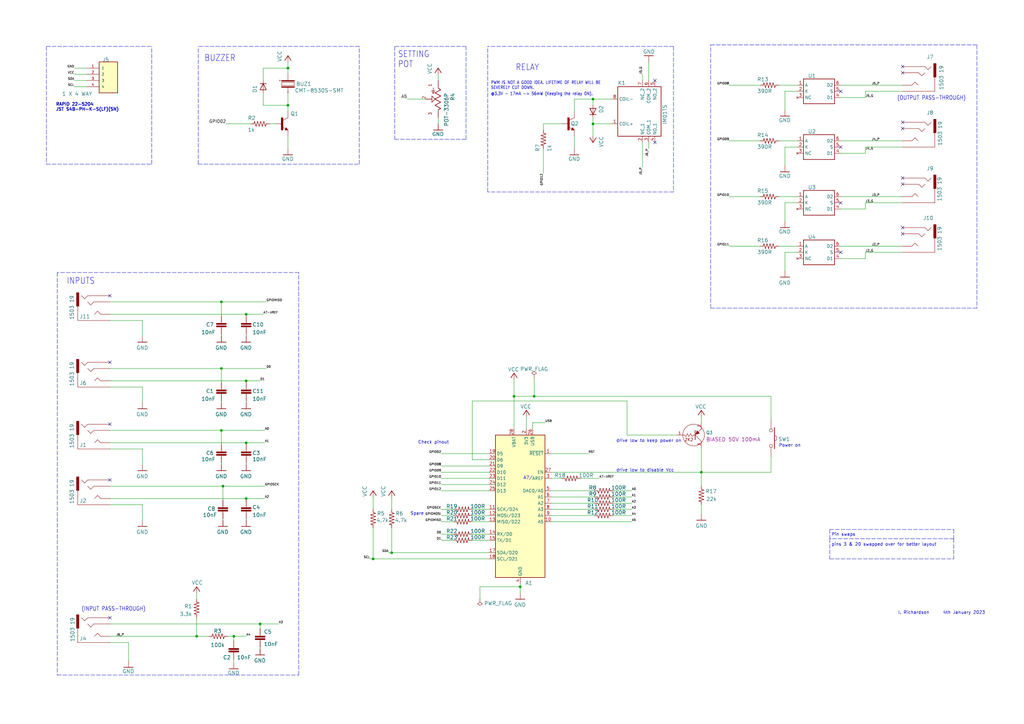
<source format=kicad_sch>
(kicad_sch (version 20211123) (generator eeschema)

  (uuid 2bafa8ce-2916-47ae-97b9-546641a42c02)

  (paper "A3")

  (title_block
    (title "X80 Main Board ISS 4.5")
    (date "2023-01-04")
    (rev "DD5018 ")
    (company "MJ Electronics Ltd.")
    (comment 1 "1661 Melton Road")
    (comment 2 "East Goscote")
    (comment 3 "Leicestershire")
    (comment 4 "LE7 4YQ")
    (comment 5 "01162-693833")
    (comment 6 "sales@mjelectronics.co.uk")
  )

  (lib_symbols
    (symbol "JST_CONNECTORS:S4B-PH-K-S(LF)(SN)" (pin_names (offset 1.016)) (in_bom yes) (on_board yes)
      (property "Reference" "J" (id 0) (at -2.794 5.842 0)
        (effects (font (size 1.27 1.27)) (justify left bottom))
      )
      (property "Value" "S4B-PH-K-S(LF)(SN)" (id 1) (at -2.54 -10.1854 0)
        (effects (font (size 1.27 1.27)) (justify left bottom))
      )
      (property "Footprint" "JST_S4B-PH-K-S(LF)(SN)" (id 2) (at 0 0 0)
        (effects (font (size 1.27 1.27)) (justify left bottom) hide)
      )
      (property "Datasheet" "" (id 3) (at 0 0 0)
        (effects (font (size 1.27 1.27)) (justify left bottom) hide)
      )
      (property "STANDARD" "Manufacturer Recommendation" (id 4) (at 0 0 0)
        (effects (font (size 1.27 1.27)) (justify left bottom) hide)
      )
      (property "MANUFACTURER" "JST" (id 5) (at 0 0 0)
        (effects (font (size 1.27 1.27)) (justify left bottom) hide)
      )
      (property "ki_locked" "" (id 6) (at 0 0 0)
        (effects (font (size 1.27 1.27)))
      )
      (symbol "S4B-PH-K-S(LF)(SN)_0_0"
        (rectangle (start -2.54 -7.62) (end 5.08 5.08)
          (stroke (width 0.254) (type default) (color 0 0 0 0))
          (fill (type background))
        )
        (pin passive line (at -7.62 2.54 0) (length 5.08)
          (name "1" (effects (font (size 1.016 1.016))))
          (number "1" (effects (font (size 1.016 1.016))))
        )
        (pin passive line (at -7.62 0 0) (length 5.08)
          (name "2" (effects (font (size 1.016 1.016))))
          (number "2" (effects (font (size 1.016 1.016))))
        )
        (pin passive line (at -7.62 -2.54 0) (length 5.08)
          (name "3" (effects (font (size 1.016 1.016))))
          (number "3" (effects (font (size 1.016 1.016))))
        )
        (pin passive line (at -7.62 -5.08 0) (length 5.08)
          (name "4" (effects (font (size 1.016 1.016))))
          (number "4" (effects (font (size 1.016 1.016))))
        )
      )
    )
    (symbol "MCU_Module:Adafruit_Feather_M0_Basic_Proto" (in_bom yes) (on_board yes)
      (property "Reference" "A" (id 0) (at -10.16 29.21 0)
        (effects (font (size 1.27 1.27)) (justify left))
      )
      (property "Value" "Adafruit_Feather_M0_Basic_Proto" (id 1) (at 2.54 -31.75 0)
        (effects (font (size 1.27 1.27)) (justify left))
      )
      (property "Footprint" "Module:Adafruit_Feather" (id 2) (at 2.54 -34.29 0)
        (effects (font (size 1.27 1.27)) (justify left) hide)
      )
      (property "Datasheet" "https://cdn-learn.adafruit.com/downloads/pdf/adafruit-feather-m0-basic-proto.pdf" (id 3) (at 0 -30.48 0)
        (effects (font (size 1.27 1.27)) hide)
      )
      (property "ki_keywords" "Adafruit feather microcontroller module USB M0 SAMD21" (id 4) (at 0 0 0)
        (effects (font (size 1.27 1.27)) hide)
      )
      (property "ki_description" "Microcontroller module with SAMD21 Cortex-M0 MCU" (id 5) (at 0 0 0)
        (effects (font (size 1.27 1.27)) hide)
      )
      (property "ki_fp_filters" "Adafruit*Feather*" (id 6) (at 0 0 0)
        (effects (font (size 1.27 1.27)) hide)
      )
      (symbol "Adafruit_Feather_M0_Basic_Proto_0_1"
        (rectangle (start -10.16 27.94) (end 10.16 -30.48)
          (stroke (width 0.254) (type default) (color 0 0 0 0))
          (fill (type background))
        )
      )
      (symbol "Adafruit_Feather_M0_Basic_Proto_1_1"
        (pin input line (at 12.7 20.32 180) (length 2.54)
          (name "~{RESET}" (effects (font (size 1.27 1.27))))
          (number "1" (effects (font (size 1.27 1.27))))
        )
        (pin bidirectional line (at 12.7 -7.62 180) (length 2.54)
          (name "A5" (effects (font (size 1.27 1.27))))
          (number "10" (effects (font (size 1.27 1.27))))
        )
        (pin bidirectional line (at -12.7 -2.54 0) (length 2.54)
          (name "SCK/D24" (effects (font (size 1.27 1.27))))
          (number "11" (effects (font (size 1.27 1.27))))
        )
        (pin bidirectional line (at -12.7 -5.08 0) (length 2.54)
          (name "MOSI/D23" (effects (font (size 1.27 1.27))))
          (number "12" (effects (font (size 1.27 1.27))))
        )
        (pin bidirectional line (at -12.7 -7.62 0) (length 2.54)
          (name "MISO/D22" (effects (font (size 1.27 1.27))))
          (number "13" (effects (font (size 1.27 1.27))))
        )
        (pin bidirectional line (at -12.7 -12.7 0) (length 2.54)
          (name "RX/D0" (effects (font (size 1.27 1.27))))
          (number "14" (effects (font (size 1.27 1.27))))
        )
        (pin bidirectional line (at -12.7 -15.24 0) (length 2.54)
          (name "TX/D1" (effects (font (size 1.27 1.27))))
          (number "15" (effects (font (size 1.27 1.27))))
        )
        (pin passive line (at 0 -33.02 90) (length 2.54) hide
          (name "GND" (effects (font (size 1.27 1.27))))
          (number "16" (effects (font (size 1.27 1.27))))
        )
        (pin bidirectional line (at -12.7 -20.32 0) (length 2.54)
          (name "SDA/D20" (effects (font (size 1.27 1.27))))
          (number "17" (effects (font (size 1.27 1.27))))
        )
        (pin bidirectional line (at -12.7 -22.86 0) (length 2.54)
          (name "SCL/D21" (effects (font (size 1.27 1.27))))
          (number "18" (effects (font (size 1.27 1.27))))
        )
        (pin bidirectional line (at -12.7 20.32 0) (length 2.54)
          (name "D5" (effects (font (size 1.27 1.27))))
          (number "19" (effects (font (size 1.27 1.27))))
        )
        (pin power_in line (at 2.54 30.48 270) (length 2.54)
          (name "3V3" (effects (font (size 1.27 1.27))))
          (number "2" (effects (font (size 1.27 1.27))))
        )
        (pin bidirectional line (at -12.7 17.78 0) (length 2.54)
          (name "D6" (effects (font (size 1.27 1.27))))
          (number "20" (effects (font (size 1.27 1.27))))
        )
        (pin bidirectional line (at -12.7 15.24 0) (length 2.54)
          (name "D9" (effects (font (size 1.27 1.27))))
          (number "21" (effects (font (size 1.27 1.27))))
        )
        (pin bidirectional line (at -12.7 12.7 0) (length 2.54)
          (name "D10" (effects (font (size 1.27 1.27))))
          (number "22" (effects (font (size 1.27 1.27))))
        )
        (pin bidirectional line (at -12.7 10.16 0) (length 2.54)
          (name "D11" (effects (font (size 1.27 1.27))))
          (number "23" (effects (font (size 1.27 1.27))))
        )
        (pin bidirectional line (at -12.7 7.62 0) (length 2.54)
          (name "D12" (effects (font (size 1.27 1.27))))
          (number "24" (effects (font (size 1.27 1.27))))
        )
        (pin bidirectional line (at -12.7 5.08 0) (length 2.54)
          (name "D13" (effects (font (size 1.27 1.27))))
          (number "25" (effects (font (size 1.27 1.27))))
        )
        (pin power_in line (at 5.08 30.48 270) (length 2.54)
          (name "USB" (effects (font (size 1.27 1.27))))
          (number "26" (effects (font (size 1.27 1.27))))
        )
        (pin input line (at 12.7 12.7 180) (length 2.54)
          (name "EN" (effects (font (size 1.27 1.27))))
          (number "27" (effects (font (size 1.27 1.27))))
        )
        (pin power_in line (at -2.54 30.48 270) (length 2.54)
          (name "VBAT" (effects (font (size 1.27 1.27))))
          (number "28" (effects (font (size 1.27 1.27))))
        )
        (pin input line (at 12.7 10.16 180) (length 2.54)
          (name "AREF" (effects (font (size 1.27 1.27))))
          (number "3" (effects (font (size 1.27 1.27))))
        )
        (pin power_in line (at 0 -33.02 90) (length 2.54)
          (name "GND" (effects (font (size 1.27 1.27))))
          (number "4" (effects (font (size 1.27 1.27))))
        )
        (pin bidirectional line (at 12.7 5.08 180) (length 2.54)
          (name "DAC0/A0" (effects (font (size 1.27 1.27))))
          (number "5" (effects (font (size 1.27 1.27))))
        )
        (pin bidirectional line (at 12.7 2.54 180) (length 2.54)
          (name "A1" (effects (font (size 1.27 1.27))))
          (number "6" (effects (font (size 1.27 1.27))))
        )
        (pin bidirectional line (at 12.7 0 180) (length 2.54)
          (name "A2" (effects (font (size 1.27 1.27))))
          (number "7" (effects (font (size 1.27 1.27))))
        )
        (pin bidirectional line (at 12.7 -2.54 180) (length 2.54)
          (name "A3" (effects (font (size 1.27 1.27))))
          (number "8" (effects (font (size 1.27 1.27))))
        )
        (pin bidirectional line (at 12.7 -5.08 180) (length 2.54)
          (name "A4" (effects (font (size 1.27 1.27))))
          (number "9" (effects (font (size 1.27 1.27))))
        )
      )
    )
    (symbol "X10 - Main Board_RevB-eagle-import:BUZZER-CMT-8530S-SMT-TR" (in_bom yes) (on_board yes)
      (property "Reference" "BUZ" (id 0) (at -5.08 3.048 0)
        (effects (font (size 1.778 1.5113)) (justify left bottom))
      )
      (property "Value" "BUZZER-CMT-8530S-SMT-TR" (id 1) (at -5.588 -5.461 0)
        (effects (font (size 1.778 1.5113)) (justify left bottom))
      )
      (property "Footprint" "X10 - Main Board_RevB:CMT8530SSMTTR" (id 2) (at 0 0 0)
        (effects (font (size 1.27 1.27)) hide)
      )
      (property "Datasheet" "" (id 3) (at 0 0 0)
        (effects (font (size 1.27 1.27)) hide)
      )
      (property "ki_locked" "" (id 4) (at 0 0 0)
        (effects (font (size 1.27 1.27)))
      )
      (symbol "BUZZER-CMT-8530S-SMT-TR_1_0"
        (polyline
          (pts
            (xy -2.794 -3.302)
            (xy -2.286 -3.302)
          )
          (stroke (width 0.1524) (type default) (color 0 0 0 0))
          (fill (type none))
        )
        (polyline
          (pts
            (xy -2.54 -3.048)
            (xy -2.54 -3.556)
          )
          (stroke (width 0.1524) (type default) (color 0 0 0 0))
          (fill (type none))
        )
        (polyline
          (pts
            (xy -2.413 -2.54)
            (xy -2.413 2.54)
          )
          (stroke (width 0.508) (type default) (color 0 0 0 0))
          (fill (type none))
        )
        (polyline
          (pts
            (xy -1.778 -2.54)
            (xy -0.508 -2.54)
          )
          (stroke (width 0.1524) (type default) (color 0 0 0 0))
          (fill (type none))
        )
        (polyline
          (pts
            (xy -1.778 2.54)
            (xy -1.778 -2.54)
          )
          (stroke (width 0.1524) (type default) (color 0 0 0 0))
          (fill (type none))
        )
        (polyline
          (pts
            (xy -0.508 -2.54)
            (xy -0.508 2.54)
          )
          (stroke (width 0.1524) (type default) (color 0 0 0 0))
          (fill (type none))
        )
        (polyline
          (pts
            (xy -0.508 2.54)
            (xy -1.778 2.54)
          )
          (stroke (width 0.1524) (type default) (color 0 0 0 0))
          (fill (type none))
        )
        (polyline
          (pts
            (xy 0.127 -2.54)
            (xy 0.127 2.54)
          )
          (stroke (width 0.508) (type default) (color 0 0 0 0))
          (fill (type none))
        )
        (polyline
          (pts
            (xy 2.54 0)
            (xy 1.905 0)
          )
          (stroke (width 0.1524) (type default) (color 0 0 0 0))
          (fill (type none))
        )
        (pin passive line (at -5.08 0 0) (length 2.54)
          (name "+" (effects (font (size 0 0))))
          (number "2" (effects (font (size 0 0))))
        )
        (pin passive line (at 2.54 0 180) (length 2.54)
          (name "-" (effects (font (size 0 0))))
          (number "3" (effects (font (size 0 0))))
        )
      )
    )
    (symbol "X10 - Main Board_RevB-eagle-import:C-0603" (in_bom yes) (on_board yes)
      (property "Reference" "C" (id 0) (at 1.524 0.381 0)
        (effects (font (size 1.778 1.5113)) (justify left bottom))
      )
      (property "Value" "C-0603" (id 1) (at 1.524 -4.699 0)
        (effects (font (size 1.778 1.5113)) (justify left bottom))
      )
      (property "Footprint" "X10 - Main Board_RevB:CAPC1608X85" (id 2) (at 0 0 0)
        (effects (font (size 1.27 1.27)) hide)
      )
      (property "Datasheet" "" (id 3) (at 0 0 0)
        (effects (font (size 1.27 1.27)) hide)
      )
      (property "ki_locked" "" (id 4) (at 0 0 0)
        (effects (font (size 1.27 1.27)))
      )
      (symbol "C-0603_1_0"
        (rectangle (start -2.032 -2.032) (end 2.032 -1.524)
          (stroke (width 0) (type default) (color 0 0 0 0))
          (fill (type outline))
        )
        (rectangle (start -2.032 -1.016) (end 2.032 -0.508)
          (stroke (width 0) (type default) (color 0 0 0 0))
          (fill (type outline))
        )
        (polyline
          (pts
            (xy 0 -2.54)
            (xy 0 -2.032)
          )
          (stroke (width 0.1524) (type default) (color 0 0 0 0))
          (fill (type none))
        )
        (polyline
          (pts
            (xy 0 0)
            (xy 0 -0.508)
          )
          (stroke (width 0.1524) (type default) (color 0 0 0 0))
          (fill (type none))
        )
        (pin passive line (at 0 2.54 270) (length 2.54)
          (name "1" (effects (font (size 0 0))))
          (number "1" (effects (font (size 0 0))))
        )
        (pin passive line (at 0 -5.08 90) (length 2.54)
          (name "2" (effects (font (size 0 0))))
          (number "2" (effects (font (size 0 0))))
        )
      )
    )
    (symbol "X10 - Main Board_RevB-eagle-import:DIODE-SOD-123" (in_bom yes) (on_board yes)
      (property "Reference" "D" (id 0) (at -2.54 2.54 0)
        (effects (font (size 1.27 1.0795)) (justify left bottom))
      )
      (property "Value" "DIODE-SOD-123" (id 1) (at -2.54 -3.81 0)
        (effects (font (size 1.27 1.0795)) (justify left bottom))
      )
      (property "Footprint" "X10 - Main Board_RevB:SOD-123" (id 2) (at 0 0 0)
        (effects (font (size 1.27 1.27)) hide)
      )
      (property "Datasheet" "" (id 3) (at 0 0 0)
        (effects (font (size 1.27 1.27)) hide)
      )
      (property "ki_locked" "" (id 4) (at 0 0 0)
        (effects (font (size 1.27 1.27)))
      )
      (symbol "DIODE-SOD-123_1_0"
        (polyline
          (pts
            (xy -1.27 -1.27)
            (xy 1.27 0)
          )
          (stroke (width 0.254) (type default) (color 0 0 0 0))
          (fill (type none))
        )
        (polyline
          (pts
            (xy -1.27 1.27)
            (xy -1.27 -1.27)
          )
          (stroke (width 0.254) (type default) (color 0 0 0 0))
          (fill (type none))
        )
        (polyline
          (pts
            (xy 1.27 0)
            (xy -1.27 1.27)
          )
          (stroke (width 0.254) (type default) (color 0 0 0 0))
          (fill (type none))
        )
        (polyline
          (pts
            (xy 1.27 0)
            (xy 1.27 -1.27)
          )
          (stroke (width 0.254) (type default) (color 0 0 0 0))
          (fill (type none))
        )
        (polyline
          (pts
            (xy 1.27 1.27)
            (xy 1.27 0)
          )
          (stroke (width 0.254) (type default) (color 0 0 0 0))
          (fill (type none))
        )
        (pin passive line (at -2.54 0 0) (length 2.54)
          (name "A" (effects (font (size 0 0))))
          (number "A" (effects (font (size 0 0))))
        )
        (pin passive line (at 2.54 0 180) (length 2.54)
          (name "C" (effects (font (size 0 0))))
          (number "C" (effects (font (size 0 0))))
        )
      )
    )
    (symbol "X10 - Main Board_RevB-eagle-import:GND" (power) (in_bom yes) (on_board yes)
      (property "Reference" "#GND" (id 0) (at 0 0 0)
        (effects (font (size 1.27 1.27)) hide)
      )
      (property "Value" "GND" (id 1) (at -2.54 -2.54 0)
        (effects (font (size 1.778 1.5113)) (justify left bottom))
      )
      (property "Footprint" "X10 - Main Board_RevB:" (id 2) (at 0 0 0)
        (effects (font (size 1.27 1.27)) hide)
      )
      (property "Datasheet" "" (id 3) (at 0 0 0)
        (effects (font (size 1.27 1.27)) hide)
      )
      (property "ki_locked" "" (id 4) (at 0 0 0)
        (effects (font (size 1.27 1.27)))
      )
      (symbol "GND_1_0"
        (polyline
          (pts
            (xy -1.905 0)
            (xy 1.905 0)
          )
          (stroke (width 0.254) (type default) (color 0 0 0 0))
          (fill (type none))
        )
        (pin power_in line (at 0 2.54 270) (length 2.54)
          (name "GND" (effects (font (size 0 0))))
          (number "1" (effects (font (size 0 0))))
        )
      )
    )
    (symbol "X10 - Main Board_RevB-eagle-import:IM02TS" (in_bom yes) (on_board yes)
      (property "Reference" "K" (id 0) (at 2.54 6.604 0)
        (effects (font (size 1.778 1.5113)) (justify left))
      )
      (property "Value" "IM02TS" (id 1) (at 21.844 -10.414 90)
        (effects (font (size 1.778 1.5113)) (justify left))
      )
      (property "Footprint" "X10 - Main Board_RevB:IM03TS114620378" (id 2) (at 0 0 0)
        (effects (font (size 1.27 1.27)) hide)
      )
      (property "Datasheet" "" (id 3) (at 0 0 0)
        (effects (font (size 1.27 1.27)) hide)
      )
      (property "ki_locked" "" (id 4) (at 0 0 0)
        (effects (font (size 1.27 1.27)))
      )
      (symbol "IM02TS_1_0"
        (polyline
          (pts
            (xy 2.54 5.08)
            (xy 2.54 -15.24)
          )
          (stroke (width 0.254) (type default) (color 0 0 0 0))
          (fill (type none))
        )
        (polyline
          (pts
            (xy 2.54 5.08)
            (xy 20.32 5.08)
          )
          (stroke (width 0.254) (type default) (color 0 0 0 0))
          (fill (type none))
        )
        (polyline
          (pts
            (xy 20.32 -15.24)
            (xy 2.54 -15.24)
          )
          (stroke (width 0.254) (type default) (color 0 0 0 0))
          (fill (type none))
        )
        (polyline
          (pts
            (xy 20.32 -15.24)
            (xy 20.32 5.08)
          )
          (stroke (width 0.254) (type default) (color 0 0 0 0))
          (fill (type none))
        )
        (pin bidirectional line (at 0 -10.16 0) (length 2.54)
          (name "COIL+" (effects (font (size 1.27 1.27))))
          (number "1" (effects (font (size 1.27 1.27))))
        )
        (pin bidirectional line (at 12.7 -17.78 90) (length 2.54)
          (name "NC_1" (effects (font (size 1.27 1.27))))
          (number "2" (effects (font (size 1.27 1.27))))
        )
        (pin bidirectional line (at 15.24 -17.78 90) (length 2.54)
          (name "COM_1" (effects (font (size 1.27 1.27))))
          (number "3" (effects (font (size 1.27 1.27))))
        )
        (pin bidirectional line (at 17.78 -17.78 90) (length 2.54)
          (name "NO_1" (effects (font (size 1.27 1.27))))
          (number "4" (effects (font (size 1.27 1.27))))
        )
        (pin bidirectional line (at 17.78 7.62 270) (length 2.54)
          (name "NO_2" (effects (font (size 1.27 1.27))))
          (number "5" (effects (font (size 1.27 1.27))))
        )
        (pin bidirectional line (at 15.24 7.62 270) (length 2.54)
          (name "COM_2" (effects (font (size 1.27 1.27))))
          (number "6" (effects (font (size 1.27 1.27))))
        )
        (pin bidirectional line (at 12.7 7.62 270) (length 2.54)
          (name "NC_2" (effects (font (size 1.27 1.27))))
          (number "7" (effects (font (size 1.27 1.27))))
        )
        (pin bidirectional line (at 0 0 0) (length 2.54)
          (name "COIL-" (effects (font (size 1.27 1.27))))
          (number "8" (effects (font (size 1.27 1.27))))
        )
      )
    )
    (symbol "X10 - Main Board_RevB-eagle-import:NPN-SOT-23" (in_bom yes) (on_board yes)
      (property "Reference" "Q" (id 0) (at -10.16 7.62 0)
        (effects (font (size 1.778 1.5113)) (justify left bottom))
      )
      (property "Value" "NPN-SOT-23" (id 1) (at -10.16 5.08 0)
        (effects (font (size 1.778 1.5113)) (justify left bottom))
      )
      (property "Footprint" "X10 - Main Board_RevB:SOT-23" (id 2) (at 0 0 0)
        (effects (font (size 1.27 1.27)) hide)
      )
      (property "Datasheet" "" (id 3) (at 0 0 0)
        (effects (font (size 1.27 1.27)) hide)
      )
      (property "ki_locked" "" (id 4) (at 0 0 0)
        (effects (font (size 1.27 1.27)))
      )
      (symbol "NPN-SOT-23_1_0"
        (rectangle (start -0.254 -2.54) (end 0.508 2.54)
          (stroke (width 0) (type default) (color 0 0 0 0))
          (fill (type outline))
        )
        (polyline
          (pts
            (xy 1.27 -2.54)
            (xy 1.778 -1.524)
          )
          (stroke (width 0.1524) (type default) (color 0 0 0 0))
          (fill (type none))
        )
        (polyline
          (pts
            (xy 1.524 -2.413)
            (xy 2.286 -2.413)
          )
          (stroke (width 0.254) (type default) (color 0 0 0 0))
          (fill (type none))
        )
        (polyline
          (pts
            (xy 1.524 -2.286)
            (xy 1.905 -2.286)
          )
          (stroke (width 0.254) (type default) (color 0 0 0 0))
          (fill (type none))
        )
        (polyline
          (pts
            (xy 1.54 -2.04)
            (xy 0.308 -1.424)
          )
          (stroke (width 0.1524) (type default) (color 0 0 0 0))
          (fill (type none))
        )
        (polyline
          (pts
            (xy 1.778 -1.778)
            (xy 1.524 -2.286)
          )
          (stroke (width 0.254) (type default) (color 0 0 0 0))
          (fill (type none))
        )
        (polyline
          (pts
            (xy 1.778 -1.524)
            (xy 2.54 -2.54)
          )
          (stroke (width 0.1524) (type default) (color 0 0 0 0))
          (fill (type none))
        )
        (polyline
          (pts
            (xy 1.905 -2.286)
            (xy 1.778 -2.032)
          )
          (stroke (width 0.254) (type default) (color 0 0 0 0))
          (fill (type none))
        )
        (polyline
          (pts
            (xy 2.286 -2.413)
            (xy 1.778 -1.778)
          )
          (stroke (width 0.254) (type default) (color 0 0 0 0))
          (fill (type none))
        )
        (polyline
          (pts
            (xy 2.54 -2.54)
            (xy 1.27 -2.54)
          )
          (stroke (width 0.1524) (type default) (color 0 0 0 0))
          (fill (type none))
        )
        (polyline
          (pts
            (xy 2.54 2.54)
            (xy 0.508 1.524)
          )
          (stroke (width 0.1524) (type default) (color 0 0 0 0))
          (fill (type none))
        )
        (pin passive line (at -2.54 0 0) (length 2.54)
          (name "B" (effects (font (size 0 0))))
          (number "B" (effects (font (size 0 0))))
        )
        (pin passive line (at 2.54 5.08 270) (length 2.54)
          (name "C" (effects (font (size 0 0))))
          (number "C" (effects (font (size 0 0))))
        )
        (pin passive line (at 2.54 -5.08 90) (length 2.54)
          (name "E" (effects (font (size 0 0))))
          (number "E" (effects (font (size 0 0))))
        )
      )
    )
    (symbol "X10 - Main Board_RevB-eagle-import:POT-3306P" (in_bom yes) (on_board yes)
      (property "Reference" "R" (id 0) (at -7.62 -2.54 90)
        (effects (font (size 1.778 1.5113)) (justify left bottom))
      )
      (property "Value" "POT-3306P" (id 1) (at -5.08 -2.54 90)
        (effects (font (size 1.778 1.5113)) (justify left bottom))
      )
      (property "Footprint" "X10 - Main Board_RevB:3306P1103" (id 2) (at 0 0 0)
        (effects (font (size 1.27 1.27)) hide)
      )
      (property "Datasheet" "" (id 3) (at 0 0 0)
        (effects (font (size 1.27 1.27)) hide)
      )
      (property "ki_locked" "" (id 4) (at 0 0 0)
        (effects (font (size 1.27 1.27)))
      )
      (symbol "POT-3306P_1_0"
        (polyline
          (pts
            (xy -3.556 -3.81)
            (xy -1.27 -2.54)
          )
          (stroke (width 0.254) (type default) (color 0 0 0 0))
          (fill (type none))
        )
        (polyline
          (pts
            (xy -3.556 -1.27)
            (xy -1.27 0)
          )
          (stroke (width 0.254) (type default) (color 0 0 0 0))
          (fill (type none))
        )
        (polyline
          (pts
            (xy -3.556 1.27)
            (xy -1.27 2.54)
          )
          (stroke (width 0.254) (type default) (color 0 0 0 0))
          (fill (type none))
        )
        (polyline
          (pts
            (xy -3.556 3.81)
            (xy -2.54 4.572)
          )
          (stroke (width 0.254) (type default) (color 0 0 0 0))
          (fill (type none))
        )
        (polyline
          (pts
            (xy -2.54 -5.08)
            (xy -2.54 -4.572)
          )
          (stroke (width 0.1524) (type default) (color 0 0 0 0))
          (fill (type none))
        )
        (polyline
          (pts
            (xy -2.54 -4.572)
            (xy -3.556 -3.81)
          )
          (stroke (width 0.254) (type default) (color 0 0 0 0))
          (fill (type none))
        )
        (polyline
          (pts
            (xy -2.54 4.572)
            (xy -2.54 5.08)
          )
          (stroke (width 0.1524) (type default) (color 0 0 0 0))
          (fill (type none))
        )
        (polyline
          (pts
            (xy -1.27 -2.54)
            (xy -3.556 -1.27)
          )
          (stroke (width 0.254) (type default) (color 0 0 0 0))
          (fill (type none))
        )
        (polyline
          (pts
            (xy -1.27 0)
            (xy -3.556 1.27)
          )
          (stroke (width 0.254) (type default) (color 0 0 0 0))
          (fill (type none))
        )
        (polyline
          (pts
            (xy -1.27 0)
            (xy 0 1.27)
          )
          (stroke (width 0.2032) (type default) (color 0 0 0 0))
          (fill (type none))
        )
        (polyline
          (pts
            (xy -1.27 2.54)
            (xy -3.556 3.81)
          )
          (stroke (width 0.254) (type default) (color 0 0 0 0))
          (fill (type none))
        )
        (polyline
          (pts
            (xy -1.143 -3.429)
            (xy -0.508 -2.159)
          )
          (stroke (width 0.1524) (type default) (color 0 0 0 0))
          (fill (type none))
        )
        (polyline
          (pts
            (xy -0.508 -4.699)
            (xy -0.508 -2.159)
          )
          (stroke (width 0.1524) (type default) (color 0 0 0 0))
          (fill (type none))
        )
        (polyline
          (pts
            (xy -0.508 -2.159)
            (xy 0.127 -3.429)
          )
          (stroke (width 0.1524) (type default) (color 0 0 0 0))
          (fill (type none))
        )
        (polyline
          (pts
            (xy 0 -1.27)
            (xy -1.27 0)
          )
          (stroke (width 0.2032) (type default) (color 0 0 0 0))
          (fill (type none))
        )
        (polyline
          (pts
            (xy 0 1.27)
            (xy 0 -1.27)
          )
          (stroke (width 0.2032) (type default) (color 0 0 0 0))
          (fill (type none))
        )
        (polyline
          (pts
            (xy 0.127 -3.429)
            (xy -1.143 -3.429)
          )
          (stroke (width 0.1524) (type default) (color 0 0 0 0))
          (fill (type none))
        )
        (text "1" (at 0 -6.35 900)
          (effects (font (size 1.27 1.0795)) (justify left bottom))
        )
        (text "2" (at 2.54 -1.27 900)
          (effects (font (size 1.27 1.0795)) (justify left bottom))
        )
        (text "3" (at 0 5.334 900)
          (effects (font (size 1.27 1.0795)) (justify left bottom))
        )
        (pin passive line (at -2.54 -7.62 90) (length 2.54)
          (name "1" (effects (font (size 0 0))))
          (number "1" (effects (font (size 0 0))))
        )
        (pin passive line (at 2.54 0 180) (length 2.54)
          (name "2" (effects (font (size 0 0))))
          (number "2" (effects (font (size 0 0))))
        )
        (pin passive line (at -2.54 7.62 270) (length 2.54)
          (name "3" (effects (font (size 0 0))))
          (number "3" (effects (font (size 0 0))))
        )
      )
    )
    (symbol "X10 - Main Board_RevB-eagle-import:R-0603" (in_bom yes) (on_board yes)
      (property "Reference" "R" (id 0) (at 1.016 2.0066 0)
        (effects (font (size 1.778 1.5113)))
      )
      (property "Value" "R-0603" (id 1) (at 1.27 -2.286 0)
        (effects (font (size 1.778 1.5113)))
      )
      (property "Footprint" "X10 - Main Board_RevB:R0603" (id 2) (at 0 0 0)
        (effects (font (size 1.27 1.27)) hide)
      )
      (property "Datasheet" "" (id 3) (at 0 0 0)
        (effects (font (size 1.27 1.27)) hide)
      )
      (property "ki_locked" "" (id 4) (at 0 0 0)
        (effects (font (size 1.27 1.27)))
      )
      (symbol "R-0603_1_0"
        (polyline
          (pts
            (xy -2.54 0)
            (xy -1.27 0)
          )
          (stroke (width 0.2032) (type default) (color 0 0 0 0))
          (fill (type none))
        )
        (polyline
          (pts
            (xy -1.016 1.016)
            (xy -1.27 0)
          )
          (stroke (width 0.2032) (type default) (color 0 0 0 0))
          (fill (type none))
        )
        (polyline
          (pts
            (xy -0.381 -1.016)
            (xy -1.016 1.016)
          )
          (stroke (width 0.2032) (type default) (color 0 0 0 0))
          (fill (type none))
        )
        (polyline
          (pts
            (xy 0.254 1.016)
            (xy -0.381 -1.016)
          )
          (stroke (width 0.2032) (type default) (color 0 0 0 0))
          (fill (type none))
        )
        (polyline
          (pts
            (xy 0.889 -1.016)
            (xy 0.254 1.016)
          )
          (stroke (width 0.2032) (type default) (color 0 0 0 0))
          (fill (type none))
        )
        (polyline
          (pts
            (xy 1.524 1.016)
            (xy 0.889 -1.016)
          )
          (stroke (width 0.2032) (type default) (color 0 0 0 0))
          (fill (type none))
        )
        (polyline
          (pts
            (xy 2.159 -1.016)
            (xy 1.524 1.016)
          )
          (stroke (width 0.2032) (type default) (color 0 0 0 0))
          (fill (type none))
        )
        (polyline
          (pts
            (xy 2.794 1.016)
            (xy 2.159 -1.016)
          )
          (stroke (width 0.2032) (type default) (color 0 0 0 0))
          (fill (type none))
        )
        (polyline
          (pts
            (xy 3.429 -1.016)
            (xy 2.794 1.016)
          )
          (stroke (width 0.2032) (type default) (color 0 0 0 0))
          (fill (type none))
        )
        (polyline
          (pts
            (xy 3.81 0)
            (xy 3.429 -1.016)
          )
          (stroke (width 0.2032) (type default) (color 0 0 0 0))
          (fill (type none))
        )
        (polyline
          (pts
            (xy 5.08 0)
            (xy 3.81 0)
          )
          (stroke (width 0.2032) (type default) (color 0 0 0 0))
          (fill (type none))
        )
        (pin passive line (at -2.54 0 0) (length 0)
          (name "1" (effects (font (size 0 0))))
          (number "1" (effects (font (size 0 0))))
        )
        (pin passive line (at 5.08 0 180) (length 0)
          (name "2" (effects (font (size 0 0))))
          (number "2" (effects (font (size 0 0))))
        )
      )
    )
    (symbol "X10 - Main Board_RevB-eagle-import:SSR" (in_bom yes) (on_board yes)
      (property "Reference" "U" (id 0) (at 4.318 3.81 0)
        (effects (font (size 1.778 1.5113)) (justify left))
      )
      (property "Value" "SSR" (id 1) (at 3.81 -8.89 0)
        (effects (font (size 1.778 1.5113)) (justify left))
      )
      (property "Footprint" "X10 - Main Board_RevB:DIP762W47P254L880H410Q6N" (id 2) (at 0 0 0)
        (effects (font (size 1.27 1.27)) hide)
      )
      (property "Datasheet" "" (id 3) (at 0 0 0)
        (effects (font (size 1.27 1.27)) hide)
      )
      (property "ki_locked" "" (id 4) (at 0 0 0)
        (effects (font (size 1.27 1.27)))
      )
      (symbol "SSR_1_0"
        (polyline
          (pts
            (xy 2.54 2.54)
            (xy 2.54 -7.62)
          )
          (stroke (width 0.254) (type default) (color 0 0 0 0))
          (fill (type none))
        )
        (polyline
          (pts
            (xy 2.54 2.54)
            (xy 15.24 2.54)
          )
          (stroke (width 0.254) (type default) (color 0 0 0 0))
          (fill (type none))
        )
        (polyline
          (pts
            (xy 15.24 -7.62)
            (xy 2.54 -7.62)
          )
          (stroke (width 0.254) (type default) (color 0 0 0 0))
          (fill (type none))
        )
        (polyline
          (pts
            (xy 15.24 -7.62)
            (xy 15.24 2.54)
          )
          (stroke (width 0.254) (type default) (color 0 0 0 0))
          (fill (type none))
        )
        (pin bidirectional line (at 0 0 0) (length 2.54)
          (name "A" (effects (font (size 1.27 1.27))))
          (number "1" (effects (font (size 1.27 1.27))))
        )
        (pin bidirectional line (at 0 -2.54 0) (length 2.54)
          (name "K" (effects (font (size 1.27 1.27))))
          (number "2" (effects (font (size 1.27 1.27))))
        )
        (pin no_connect line (at 0 -5.08 0) (length 2.54)
          (name "NC" (effects (font (size 1.27 1.27))))
          (number "3" (effects (font (size 1.27 1.27))))
        )
        (pin bidirectional line (at 17.78 -5.08 180) (length 2.54)
          (name "D1" (effects (font (size 1.27 1.27))))
          (number "4" (effects (font (size 1.27 1.27))))
        )
        (pin bidirectional line (at 17.78 -2.54 180) (length 2.54)
          (name "S" (effects (font (size 1.27 1.27))))
          (number "5" (effects (font (size 1.27 1.27))))
        )
        (pin bidirectional line (at 17.78 0 180) (length 2.54)
          (name "D2" (effects (font (size 1.27 1.27))))
          (number "6" (effects (font (size 1.27 1.27))))
        )
      )
    )
    (symbol "X10 - Main Board_RevB-eagle-import:STEREO_JACK-1503-19" (in_bom yes) (on_board yes)
      (property "Reference" "J" (id 0) (at -5.08 8.128 0)
        (effects (font (size 1.778 1.778)) (justify left bottom))
      )
      (property "Value" "STEREO_JACK-1503-19" (id 1) (at -5.08 -7.62 0)
        (effects (font (size 1.778 1.778)) (justify left bottom))
      )
      (property "Footprint" "X10 - Main Board_RevB:1503-19" (id 2) (at 0 0 0)
        (effects (font (size 1.27 1.27)) hide)
      )
      (property "Datasheet" "" (id 3) (at 0 0 0)
        (effects (font (size 1.27 1.27)) hide)
      )
      (property "ki_locked" "" (id 4) (at 0 0 0)
        (effects (font (size 1.27 1.27)))
      )
      (symbol "STEREO_JACK-1503-19_1_0"
        (rectangle (start -6.096 0.762) (end -5.08 6.35)
          (stroke (width 0) (type default) (color 0 0 0 0))
          (fill (type outline))
        )
        (polyline
          (pts
            (xy -5.588 -5.08)
            (xy -5.588 1.016)
          )
          (stroke (width 0.1524) (type default) (color 0 0 0 0))
          (fill (type none))
        )
        (polyline
          (pts
            (xy -2.794 3.81)
            (xy -4.064 5.08)
          )
          (stroke (width 0.1524) (type default) (color 0 0 0 0))
          (fill (type none))
        )
        (polyline
          (pts
            (xy -1.524 5.08)
            (xy -2.794 3.81)
          )
          (stroke (width 0.1524) (type default) (color 0 0 0 0))
          (fill (type none))
        )
        (polyline
          (pts
            (xy -0.254 1.27)
            (xy -1.524 2.54)
          )
          (stroke (width 0.1524) (type default) (color 0 0 0 0))
          (fill (type none))
        )
        (polyline
          (pts
            (xy 1.016 2.54)
            (xy -0.254 1.27)
          )
          (stroke (width 0.1524) (type default) (color 0 0 0 0))
          (fill (type none))
        )
        (polyline
          (pts
            (xy 1.27 -2.54)
            (xy 2.54 -1.27)
          )
          (stroke (width 0.1524) (type default) (color 0 0 0 0))
          (fill (type none))
        )
        (polyline
          (pts
            (xy 2.54 -1.27)
            (xy 3.81 -2.54)
          )
          (stroke (width 0.1524) (type default) (color 0 0 0 0))
          (fill (type none))
        )
        (polyline
          (pts
            (xy 7.62 -5.08)
            (xy -5.588 -5.08)
          )
          (stroke (width 0.1524) (type default) (color 0 0 0 0))
          (fill (type none))
        )
        (polyline
          (pts
            (xy 7.62 -2.54)
            (xy 3.81 -2.54)
          )
          (stroke (width 0.1524) (type default) (color 0 0 0 0))
          (fill (type none))
        )
        (polyline
          (pts
            (xy 7.62 2.54)
            (xy 1.016 2.54)
          )
          (stroke (width 0.1524) (type default) (color 0 0 0 0))
          (fill (type none))
        )
        (polyline
          (pts
            (xy 7.62 5.08)
            (xy -1.524 5.08)
          )
          (stroke (width 0.1524) (type default) (color 0 0 0 0))
          (fill (type none))
        )
        (pin bidirectional line (at 7.62 -5.08 0) (length 0)
          (name "1" (effects (font (size 0 0))))
          (number "1" (effects (font (size 0 0))))
        )
        (pin bidirectional line (at 7.62 5.08 0) (length 0)
          (name "2" (effects (font (size 0 0))))
          (number "2" (effects (font (size 0 0))))
        )
        (pin bidirectional line (at 7.62 2.54 0) (length 0)
          (name "3" (effects (font (size 0 0))))
          (number "3" (effects (font (size 0 0))))
        )
        (pin bidirectional line (at 7.62 -2.54 0) (length 0)
          (name "4" (effects (font (size 0 0))))
          (number "4" (effects (font (size 0 0))))
        )
        (pin bidirectional line (at 7.62 -2.54 0) (length 0)
          (name "4" (effects (font (size 0 0))))
          (number "5" (effects (font (size 0 0))))
        )
      )
    )
    (symbol "X10 - Main Board_RevB-eagle-import:VCC" (power) (in_bom yes) (on_board yes)
      (property "Reference" "#P+" (id 0) (at 0 0 0)
        (effects (font (size 1.27 1.27)) hide)
      )
      (property "Value" "VCC" (id 1) (at -2.54 -2.54 90)
        (effects (font (size 1.778 1.5113)) (justify left bottom))
      )
      (property "Footprint" "X10 - Main Board_RevB:" (id 2) (at 0 0 0)
        (effects (font (size 1.27 1.27)) hide)
      )
      (property "Datasheet" "" (id 3) (at 0 0 0)
        (effects (font (size 1.27 1.27)) hide)
      )
      (property "ki_locked" "" (id 4) (at 0 0 0)
        (effects (font (size 1.27 1.27)))
      )
      (symbol "VCC_1_0"
        (polyline
          (pts
            (xy 0 0)
            (xy -1.27 -1.905)
          )
          (stroke (width 0.254) (type default) (color 0 0 0 0))
          (fill (type none))
        )
        (polyline
          (pts
            (xy 1.27 -1.905)
            (xy 0 0)
          )
          (stroke (width 0.254) (type default) (color 0 0 0 0))
          (fill (type none))
        )
        (pin power_in line (at 0 -2.54 90) (length 2.54)
          (name "VCC" (effects (font (size 0 0))))
          (number "1" (effects (font (size 0 0))))
        )
      )
    )
    (symbol "ianslib-KiV6:PNP-BIASED-2K2" (pin_names (offset 0)) (in_bom yes) (on_board yes)
      (property "Reference" "Q" (id 0) (at -1.27 6.35 0)
        (effects (font (size 1.27 1.27)) (justify right))
      )
      (property "Value" "PNP-BIASED-2K2" (id 1) (at -10.16 12.7 0)
        (effects (font (size 1.27 1.27)) (justify right))
      )
      (property "Footprint" "MyLibrary:SOT23-MMBT4401B" (id 2) (at 6.35 13.97 0)
        (effects (font (size 1.524 1.524)) hide)
      )
      (property "Datasheet" "" (id 3) (at 0 0 0)
        (effects (font (size 1.524 1.524)) hide)
      )
      (property "Order Code" "3368898" (id 4) (at 15.24 -3.81 0)
        (effects (font (size 1.524 1.524)) hide)
      )
      (property "Desc" "BIASED 50V 100mA" (id 5) (at 15.24 -6.35 0)
        (effects (font (size 1.524 1.524)))
      )
      (property "Part No" "MMUN2135LT1G" (id 6) (at 16.51 1.27 0)
        (effects (font (size 1.524 1.524)) hide)
      )
      (property "Supplier" "Farnell" (id 7) (at 15.24 -1.27 0)
        (effects (font (size 1.524 1.524)) hide)
      )
      (property "Manufacturer" "ON SEMICONDUCTOR" (id 8) (at 16.51 3.81 0)
        (effects (font (size 1.524 1.524)) hide)
      )
      (symbol "PNP-BIASED-2K2_0_0"
        (circle (center -0.635 0) (radius 4.445)
          (stroke (width 0) (type default) (color 0 0 0 0))
          (fill (type none))
        )
        (polyline
          (pts
            (xy -5.08 0)
            (xy -4.445 0)
          )
          (stroke (width 0) (type default) (color 0 0 0 0))
          (fill (type none))
        )
        (polyline
          (pts
            (xy 0 0)
            (xy -0.635 0)
            (xy -1.27 0.635)
            (xy -1.905 -0.635)
            (xy -2.54 0.635)
            (xy -3.175 -0.635)
            (xy -3.81 0.635)
            (xy -4.445 0)
          )
          (stroke (width 0) (type default) (color 0 0 0 0))
          (fill (type none))
        )
        (text "2K2" (at -2.54 1.905 0)
          (effects (font (size 1.1938 1.1938)))
        )
      )
      (symbol "PNP-BIASED-2K2_0_1"
        (polyline
          (pts
            (xy 0 0)
            (xy 2.54 2.54)
          )
          (stroke (width 0) (type default) (color 0 0 0 0))
          (fill (type none))
        )
        (polyline
          (pts
            (xy 0 1.905)
            (xy 0 -1.905)
            (xy 0 -1.905)
          )
          (stroke (width 0.254) (type default) (color 0 0 0 0))
          (fill (type none))
        )
        (polyline
          (pts
            (xy 1.27 -1.27)
            (xy 2.54 -2.54)
            (xy 2.54 -2.54)
          )
          (stroke (width 0) (type default) (color 0 0 0 0))
          (fill (type none))
        )
        (polyline
          (pts
            (xy 2.286 -2.286)
            (xy 2.54 -2.54)
            (xy 2.54 -2.54)
          )
          (stroke (width 0) (type default) (color 0 0 0 0))
          (fill (type none))
        )
        (polyline
          (pts
            (xy 0.254 -0.254)
            (xy 0.762 -1.778)
            (xy 1.778 -0.762)
            (xy 0.254 -0.254)
            (xy 0.254 -0.254)
          )
          (stroke (width 0) (type default) (color 0 0 0 0))
          (fill (type outline))
        )
      )
      (symbol "PNP-BIASED-2K2_1_1"
        (pin input line (at -7.62 0 0) (length 2.54)
          (name "~" (effects (font (size 1.016 1.016))))
          (number "1" (effects (font (size 1.016 1.016))))
        )
        (pin passive line (at 2.54 -5.08 90) (length 2.54)
          (name "~" (effects (font (size 1.016 1.016))))
          (number "2" (effects (font (size 1.016 1.016))))
        )
        (pin passive line (at 2.54 5.08 270) (length 2.54)
          (name "~" (effects (font (size 1.016 1.016))))
          (number "3" (effects (font (size 1.016 1.016))))
        )
      )
    )
    (symbol "ianslib-KiV6:SW_mini_SMT" (pin_numbers hide) (pin_names (offset 1.016) hide) (in_bom yes) (on_board yes)
      (property "Reference" "SW" (id 0) (at -0.635 3.81 0)
        (effects (font (size 1.27 1.27)))
      )
      (property "Value" "SW_mini_SMT" (id 1) (at 0.635 5.715 0)
        (effects (font (size 1.27 1.27)) hide)
      )
      (property "Footprint" "MyLibrary:SW-6x3.5-SMT" (id 2) (at 0 6.985 0)
        (effects (font (size 1.524 1.524)) hide)
      )
      (property "Datasheet" "" (id 3) (at 0 0 0)
        (effects (font (size 1.524 1.524)))
      )
      (property "Manufacturer" "Multicomp" (id 4) (at 6.35 5.334 0)
        (effects (font (size 1.524 1.524)) hide)
      )
      (property "Part No" "DTSM-32S-B" (id 5) (at 8.89 7.874 0)
        (effects (font (size 1.524 1.524)) hide)
      )
      (property "Supplier" "Farnell" (id 6) (at 11.43 10.414 0)
        (effects (font (size 1.524 1.524)) hide)
      )
      (property "Order Code" "9471898" (id 7) (at 13.97 12.954 0)
        (effects (font (size 1.524 1.524)) hide)
      )
      (property "ki_fp_filters" "SW-mini" (id 8) (at 0 0 0)
        (effects (font (size 1.27 1.27)) hide)
      )
      (symbol "SW_mini_SMT_0_1"
        (rectangle (start -4.318 1.27) (end 4.318 1.524)
          (stroke (width 0) (type default) (color 0 0 0 0))
          (fill (type none))
        )
        (polyline
          (pts
            (xy -1.016 1.524)
            (xy -0.762 2.286)
            (xy 0.762 2.286)
            (xy 1.016 1.524)
          )
          (stroke (width 0) (type default) (color 0 0 0 0))
          (fill (type none))
        )
        (pin passive inverted (at -7.62 0 0) (length 5.08)
          (name "1" (effects (font (size 1.524 1.524))))
          (number "1" (effects (font (size 1.524 1.524))))
        )
        (pin passive inverted (at 7.62 0 180) (length 5.08)
          (name "2" (effects (font (size 1.524 1.524))))
          (number "2" (effects (font (size 1.524 1.524))))
        )
      )
    )
    (symbol "power:PWR_FLAG" (power) (pin_numbers hide) (pin_names (offset 0) hide) (in_bom yes) (on_board yes)
      (property "Reference" "#FLG" (id 0) (at 0 1.905 0)
        (effects (font (size 1.27 1.27)) hide)
      )
      (property "Value" "PWR_FLAG" (id 1) (at 0 3.81 0)
        (effects (font (size 1.27 1.27)))
      )
      (property "Footprint" "" (id 2) (at 0 0 0)
        (effects (font (size 1.27 1.27)) hide)
      )
      (property "Datasheet" "~" (id 3) (at 0 0 0)
        (effects (font (size 1.27 1.27)) hide)
      )
      (property "ki_keywords" "power-flag" (id 4) (at 0 0 0)
        (effects (font (size 1.27 1.27)) hide)
      )
      (property "ki_description" "Special symbol for telling ERC where power comes from" (id 5) (at 0 0 0)
        (effects (font (size 1.27 1.27)) hide)
      )
      (symbol "PWR_FLAG_0_0"
        (pin power_out line (at 0 0 90) (length 0)
          (name "pwr" (effects (font (size 1.27 1.27))))
          (number "1" (effects (font (size 1.27 1.27))))
        )
      )
      (symbol "PWR_FLAG_0_1"
        (polyline
          (pts
            (xy 0 0)
            (xy 0 1.27)
            (xy -1.016 1.905)
            (xy 0 2.54)
            (xy 1.016 1.905)
            (xy 0 1.27)
          )
          (stroke (width 0) (type default) (color 0 0 0 0))
          (fill (type none))
        )
      )
    )
  )

  (junction (at 80.645 260.985) (diameter 0) (color 0 0 0 0)
    (uuid 149ea788-9f0c-492e-84f5-837faa3ba881)
  )
  (junction (at 100.965 128.905) (diameter 0) (color 0 0 0 0)
    (uuid 25097a83-c4e5-4e9d-a2ae-071466cecd28)
  )
  (junction (at 118.11 43.18) (diameter 0) (color 0 0 0 0)
    (uuid 25c96faf-6034-48f7-a197-ed19ae97fad7)
  )
  (junction (at 91.44 199.39) (diameter 0) (color 0 0 0 0)
    (uuid 2b5b2583-f676-4eae-b2ec-3692182430e2)
  )
  (junction (at 106.68 255.905) (diameter 0) (color 0 0 0 0)
    (uuid 2fc4fd2c-8e0b-47ae-9a65-9ccfb1cedcf4)
  )
  (junction (at 219.075 162.56) (diameter 0) (color 0 0 0 0)
    (uuid 30e4c318-290f-44ce-a442-3c691de5076b)
  )
  (junction (at 100.965 181.61) (diameter 0) (color 0 0 0 0)
    (uuid 3baa6ffb-5c67-4d8c-935f-92a3f41f70d7)
  )
  (junction (at 100.965 156.21) (diameter 0) (color 0 0 0 0)
    (uuid 4121e55c-cb3e-49ec-8021-25b6320853c4)
  )
  (junction (at 213.36 240.665) (diameter 0) (color 0 0 0 0)
    (uuid 48a85b8b-85a8-4deb-995c-9caef1b233da)
  )
  (junction (at 243.205 40.64) (diameter 0) (color 0 0 0 0)
    (uuid 4c35c764-eebf-4900-8dec-82f27db00ee3)
  )
  (junction (at 90.805 151.13) (diameter 0) (color 0 0 0 0)
    (uuid 54c5108e-b475-49db-81fd-f413ccd801f3)
  )
  (junction (at 90.805 176.53) (diameter 0) (color 0 0 0 0)
    (uuid 7d1f7885-73a1-4b50-949b-c03707da3f5e)
  )
  (junction (at 160.655 226.695) (diameter 0) (color 0 0 0 0)
    (uuid 89cf82c7-b96b-47d1-a14a-861657795635)
  )
  (junction (at 100.965 204.47) (diameter 0) (color 0 0 0 0)
    (uuid 8b31ad10-c065-4615-bd6a-18f34a41014a)
  )
  (junction (at 153.035 229.235) (diameter 0) (color 0 0 0 0)
    (uuid a2880661-a6cb-4b1e-b451-7d4c05542408)
  )
  (junction (at 90.805 123.825) (diameter 0) (color 0 0 0 0)
    (uuid acbb0016-4c1f-42cd-bd2a-1e466297347a)
  )
  (junction (at 243.205 50.8) (diameter 0) (color 0 0 0 0)
    (uuid bd382996-131c-4fdf-90be-38509c9956f2)
  )
  (junction (at 287.655 193.675) (diameter 0) (color 0 0 0 0)
    (uuid be8d3163-9766-4afa-b926-2ffed39d0b12)
  )
  (junction (at 95.885 260.985) (diameter 0) (color 0 0 0 0)
    (uuid dbce2914-ac73-46ca-9530-19457ebf517e)
  )
  (junction (at 210.82 162.56) (diameter 0) (color 0 0 0 0)
    (uuid e2a28930-328f-4af7-96ff-efe117cf457e)
  )
  (junction (at 118.11 27.94) (diameter 0) (color 0 0 0 0)
    (uuid fa8c64fe-e487-4fa8-bf17-e62b1c2a6fdf)
  )

  (no_connect (at 45.085 173.99) (uuid 66335eb7-8cd3-4076-8806-d7ff065f0780))
  (no_connect (at 45.085 121.285) (uuid 6655e894-0888-43a8-9be9-3f355516d94b))
  (no_connect (at 45.085 253.365) (uuid d4d97e7d-f71f-4d3f-a36b-08861863bb3c))
  (no_connect (at 45.085 148.59) (uuid d4d97e7d-f71f-4d3f-a36b-08861863bb40))
  (no_connect (at 45.085 196.85) (uuid d4d97e7d-f71f-4d3f-a36b-08861863bb42))
  (no_connect (at 268.605 33.02) (uuid d4d97e7d-f71f-4d3f-a36b-08861863bb46))
  (no_connect (at 268.605 58.42) (uuid d4d97e7d-f71f-4d3f-a36b-08861863bb47))
  (no_connect (at 344.805 60.325) (uuid d4d97e7d-f71f-4d3f-a36b-08861863bb48))
  (no_connect (at 344.805 37.465) (uuid d4d97e7d-f71f-4d3f-a36b-08861863bb49))
  (no_connect (at 370.205 73.025) (uuid d4d97e7d-f71f-4d3f-a36b-08861863bb4a))
  (no_connect (at 370.205 75.565) (uuid d4d97e7d-f71f-4d3f-a36b-08861863bb4b))
  (no_connect (at 370.205 93.345) (uuid d4d97e7d-f71f-4d3f-a36b-08861863bb4c))
  (no_connect (at 370.205 95.885) (uuid d4d97e7d-f71f-4d3f-a36b-08861863bb4d))
  (no_connect (at 370.205 27.305) (uuid d4d97e7d-f71f-4d3f-a36b-08861863bb4e))
  (no_connect (at 370.205 29.845) (uuid d4d97e7d-f71f-4d3f-a36b-08861863bb4f))
  (no_connect (at 370.205 50.165) (uuid d4d97e7d-f71f-4d3f-a36b-08861863bb50))
  (no_connect (at 370.205 52.705) (uuid d4d97e7d-f71f-4d3f-a36b-08861863bb51))
  (no_connect (at 344.805 83.185) (uuid d4d97e7d-f71f-4d3f-a36b-08861863bb52))
  (no_connect (at 344.805 103.505) (uuid d4d97e7d-f71f-4d3f-a36b-08861863bb53))

  (wire (pts (xy 90.805 182.245) (xy 90.805 176.53))
    (stroke (width 0) (type default) (color 0 0 0 0))
    (uuid 01178040-c48d-4445-bc04-abb85fb150d1)
  )
  (wire (pts (xy 180.975 201.295) (xy 200.66 201.295))
    (stroke (width 0) (type default) (color 0 0 0 0))
    (uuid 02b0ef3a-d3bd-4575-bfca-c9315b441564)
  )
  (wire (pts (xy 219.075 162.56) (xy 316.23 162.56))
    (stroke (width 0) (type default) (color 0 0 0 0))
    (uuid 03e260a6-e384-46eb-a928-6a86dee22480)
  )
  (polyline (pts (xy 400.685 126.365) (xy 291.465 126.365))
    (stroke (width 0) (type default) (color 0 0 0 0))
    (uuid 04c69a49-9e0d-40da-a831-fc51f4cea2ce)
  )

  (wire (pts (xy 107.95 33.02) (xy 107.95 27.94))
    (stroke (width 0) (type default) (color 0 0 0 0))
    (uuid 0648b90e-2e35-4fbe-be23-244e3a40b84c)
  )
  (polyline (pts (xy 19.05 19.05) (xy 19.05 67.31))
    (stroke (width 0) (type default) (color 0 0 0 0))
    (uuid 06c56bf9-ea80-41c7-956a-611f3cba65a9)
  )

  (wire (pts (xy 159.385 226.695) (xy 160.655 226.695))
    (stroke (width 0) (type default) (color 0 0 0 0))
    (uuid 084480e0-d1c6-4d17-8a10-290c0887aad1)
  )
  (wire (pts (xy 235.585 55.88) (xy 235.585 60.96))
    (stroke (width 0) (type default) (color 0 0 0 0))
    (uuid 0a237018-4619-45f2-8451-c90e66127f9f)
  )
  (wire (pts (xy 219.075 154.94) (xy 219.075 162.56))
    (stroke (width 0) (type default) (color 0 0 0 0))
    (uuid 0db892e0-5d4d-490e-b82e-dbdd1d3393af)
  )
  (polyline (pts (xy 19.05 67.31) (xy 62.23 67.31))
    (stroke (width 0) (type default) (color 0 0 0 0))
    (uuid 0f06c0bd-5bea-45e4-8017-e31213bd58fc)
  )

  (wire (pts (xy 321.945 103.505) (xy 321.945 111.125))
    (stroke (width 0) (type default) (color 0 0 0 0))
    (uuid 0f08905f-61b6-46aa-977b-470deaefeb95)
  )
  (wire (pts (xy 151.765 229.235) (xy 153.035 229.235))
    (stroke (width 0) (type default) (color 0 0 0 0))
    (uuid 12b53fc7-1c7f-479c-a44c-b425286851ab)
  )
  (wire (pts (xy 287.655 170.815) (xy 287.655 173.355))
    (stroke (width 0) (type default) (color 0 0 0 0))
    (uuid 15832c37-0275-4281-a8fd-f801c9b5815f)
  )
  (wire (pts (xy 118.11 27.94) (xy 118.11 30.48))
    (stroke (width 0) (type default) (color 0 0 0 0))
    (uuid 16fe322c-23e3-4132-9d69-451df29b8530)
  )
  (polyline (pts (xy 291.465 126.365) (xy 291.465 18.415))
    (stroke (width 0) (type default) (color 0 0 0 0))
    (uuid 176cfe43-fc11-4fd1-a33d-1813cb1b16eb)
  )

  (wire (pts (xy 243.205 50.8) (xy 243.205 55.88))
    (stroke (width 0) (type default) (color 0 0 0 0))
    (uuid 17b43da4-1fd4-40c2-a6cc-3a893019ae56)
  )
  (polyline (pts (xy 161.925 19.05) (xy 161.925 57.15))
    (stroke (width 0) (type default) (color 0 0 0 0))
    (uuid 1835b92c-3a2a-4f23-b848-742d34b99d9c)
  )
  (polyline (pts (xy 161.925 57.15) (xy 191.135 57.15))
    (stroke (width 0) (type default) (color 0 0 0 0))
    (uuid 18379098-862e-438c-9f8c-490721477f97)
  )

  (wire (pts (xy 45.085 255.905) (xy 106.68 255.905))
    (stroke (width 0) (type default) (color 0 0 0 0))
    (uuid 199a37ef-7924-497d-924d-746552377015)
  )
  (wire (pts (xy 226.06 213.995) (xy 259.08 213.995))
    (stroke (width 0) (type default) (color 0 0 0 0))
    (uuid 1bb1ec9f-1d73-4a92-a0f8-1820892a8ac7)
  )
  (wire (pts (xy 179.705 33.02) (xy 179.705 30.48))
    (stroke (width 0) (type default) (color 0 0 0 0))
    (uuid 1c6d7c12-8448-4c6e-9ddb-bf2284316245)
  )
  (polyline (pts (xy 147.32 67.31) (xy 147.32 19.05))
    (stroke (width 0) (type default) (color 0 0 0 0))
    (uuid 1f1afce5-c71f-42a0-b595-ed76858dd776)
  )

  (wire (pts (xy 238.125 196.215) (xy 245.745 196.215))
    (stroke (width 0) (type default) (color 0 0 0 0))
    (uuid 20365e88-c780-4959-9b93-a44bbf2d46ca)
  )
  (wire (pts (xy 107.95 27.94) (xy 118.11 27.94))
    (stroke (width 0) (type default) (color 0 0 0 0))
    (uuid 23aefc07-4061-46fc-9813-c68c531f3a86)
  )
  (wire (pts (xy 153.035 216.535) (xy 153.035 229.235))
    (stroke (width 0) (type default) (color 0 0 0 0))
    (uuid 2433c7fa-460d-4b7f-9098-97a6c087e707)
  )
  (wire (pts (xy 90.805 123.825) (xy 90.805 129.54))
    (stroke (width 0) (type default) (color 0 0 0 0))
    (uuid 253bbe14-b836-434f-b60f-61b3d54c7304)
  )
  (wire (pts (xy 45.085 131.445) (xy 58.42 131.445))
    (stroke (width 0) (type default) (color 0 0 0 0))
    (uuid 254081eb-508a-4ca3-a097-01e85e82f83e)
  )
  (polyline (pts (xy 340.36 217.17) (xy 340.36 220.98))
    (stroke (width 0) (type default) (color 0 0 0 0))
    (uuid 28797dd3-5c25-40ea-9029-91b4bdf67bc8)
  )

  (wire (pts (xy 180.975 198.755) (xy 200.66 198.755))
    (stroke (width 0) (type default) (color 0 0 0 0))
    (uuid 293e9a34-06cb-4a06-91c5-568d9384c8aa)
  )
  (polyline (pts (xy 122.555 276.86) (xy 122.555 111.76))
    (stroke (width 0) (type default) (color 0 0 0 0))
    (uuid 296e9702-1afe-4c79-864d-4bf72d9c4518)
  )

  (wire (pts (xy 354.965 37.465) (xy 370.205 37.465))
    (stroke (width 0) (type default) (color 0 0 0 0))
    (uuid 29afdf66-eb6b-461b-8f65-ccee9cc8b738)
  )
  (wire (pts (xy 311.785 57.785) (xy 299.085 57.785))
    (stroke (width 0) (type default) (color 0 0 0 0))
    (uuid 2a661fc4-5124-412f-9699-42656d0ccadd)
  )
  (wire (pts (xy 311.785 100.965) (xy 299.085 100.965))
    (stroke (width 0) (type default) (color 0 0 0 0))
    (uuid 2bf4a1a2-6da7-4aca-b273-895b049ebe7f)
  )
  (wire (pts (xy 45.085 158.75) (xy 58.42 158.75))
    (stroke (width 0) (type default) (color 0 0 0 0))
    (uuid 2cf9dd70-0de6-49ec-b902-5ee37ef0ed17)
  )
  (wire (pts (xy 319.405 100.965) (xy 327.025 100.965))
    (stroke (width 0) (type default) (color 0 0 0 0))
    (uuid 2d283196-e25e-43c3-8d16-c64c0ac8c640)
  )
  (wire (pts (xy 344.805 85.725) (xy 354.965 85.725))
    (stroke (width 0) (type default) (color 0 0 0 0))
    (uuid 2fb96739-694a-427e-a09f-e11b931cca55)
  )
  (wire (pts (xy 213.36 240.665) (xy 196.85 240.665))
    (stroke (width 0) (type default) (color 0 0 0 0))
    (uuid 30f80b43-44b8-4958-b668-cd9cbadded18)
  )
  (wire (pts (xy 215.9 170.815) (xy 215.9 175.895))
    (stroke (width 0) (type default) (color 0 0 0 0))
    (uuid 349065ec-f549-45c4-939c-ec2b0bd87cf5)
  )
  (wire (pts (xy 180.975 211.455) (xy 186.055 211.455))
    (stroke (width 0) (type default) (color 0 0 0 0))
    (uuid 35203d8d-6c54-4aa9-a33a-fdba453327d2)
  )
  (wire (pts (xy 193.675 188.595) (xy 193.675 164.465))
    (stroke (width 0) (type default) (color 0 0 0 0))
    (uuid 35295ad0-1053-463c-a321-beb70a7aafb9)
  )
  (wire (pts (xy 210.82 162.56) (xy 210.82 175.895))
    (stroke (width 0) (type default) (color 0 0 0 0))
    (uuid 352c2ab0-f366-46aa-98b2-eeda65a1cab8)
  )
  (wire (pts (xy 153.035 229.235) (xy 200.66 229.235))
    (stroke (width 0) (type default) (color 0 0 0 0))
    (uuid 35853acc-4dae-4a9d-84da-3116beb68c4a)
  )
  (wire (pts (xy 327.025 83.185) (xy 321.945 83.185))
    (stroke (width 0) (type default) (color 0 0 0 0))
    (uuid 36105716-f2cd-41c2-989f-2940a55ee0f8)
  )
  (wire (pts (xy 243.205 50.8) (xy 243.205 48.26))
    (stroke (width 0) (type default) (color 0 0 0 0))
    (uuid 363d94a9-5017-4ad8-bbfb-85d9e7c5aa81)
  )
  (wire (pts (xy 100.965 129.54) (xy 100.965 128.905))
    (stroke (width 0) (type default) (color 0 0 0 0))
    (uuid 38ef440e-84c0-4ba1-99d5-837a0d1051ff)
  )
  (wire (pts (xy 226.06 211.455) (xy 243.84 211.455))
    (stroke (width 0) (type default) (color 0 0 0 0))
    (uuid 39cf9257-3299-468b-bc61-4dfadf99d471)
  )
  (wire (pts (xy 287.655 193.675) (xy 287.655 199.39))
    (stroke (width 0) (type default) (color 0 0 0 0))
    (uuid 3a06ef6c-862e-464a-af24-dfcc4f1909ca)
  )
  (wire (pts (xy 196.85 240.665) (xy 196.85 245.745))
    (stroke (width 0) (type default) (color 0 0 0 0))
    (uuid 3b797c7f-aa62-49af-9505-2ebb153d9de6)
  )
  (polyline (pts (xy 391.16 217.17) (xy 391.16 220.98))
    (stroke (width 0) (type default) (color 0 0 0 0))
    (uuid 3d3313ad-6a20-4384-bffd-05005e1b35b6)
  )

  (wire (pts (xy 100.965 204.47) (xy 108.585 204.47))
    (stroke (width 0) (type default) (color 0 0 0 0))
    (uuid 3d4f12b7-cbbf-437d-87b7-72d5943ffb6f)
  )
  (wire (pts (xy 218.44 173.355) (xy 223.52 173.355))
    (stroke (width 0) (type default) (color 0 0 0 0))
    (uuid 3f5247f3-533c-43e7-9a24-b4993dd38fac)
  )
  (wire (pts (xy 321.945 37.465) (xy 321.945 45.085))
    (stroke (width 0) (type default) (color 0 0 0 0))
    (uuid 3ff8f17a-728b-4144-ad72-424bf5c053ae)
  )
  (wire (pts (xy 91.44 212.725) (xy 91.44 213.36))
    (stroke (width 0) (type default) (color 0 0 0 0))
    (uuid 405595e5-ab97-4fb0-a912-4feb35632144)
  )
  (wire (pts (xy 354.965 103.505) (xy 370.205 103.505))
    (stroke (width 0) (type default) (color 0 0 0 0))
    (uuid 427c3f42-11a0-486a-b5da-0cb788e560d4)
  )
  (wire (pts (xy 45.085 260.985) (xy 80.645 260.985))
    (stroke (width 0) (type default) (color 0 0 0 0))
    (uuid 446f68ff-3f10-4c42-b2f6-ab7e763110e5)
  )
  (wire (pts (xy 321.945 83.185) (xy 321.945 90.805))
    (stroke (width 0) (type default) (color 0 0 0 0))
    (uuid 451fc501-2fcb-4420-9243-9ad997e5f055)
  )
  (wire (pts (xy 257.175 178.435) (xy 277.495 178.435))
    (stroke (width 0) (type default) (color 0 0 0 0))
    (uuid 45530321-f16a-4a93-b668-61cbfac0e250)
  )
  (wire (pts (xy 316.23 172.085) (xy 316.23 162.56))
    (stroke (width 0) (type default) (color 0 0 0 0))
    (uuid 4604e16f-bcda-43cf-97aa-e2408af64f29)
  )
  (wire (pts (xy 193.675 164.465) (xy 257.175 164.465))
    (stroke (width 0) (type default) (color 0 0 0 0))
    (uuid 4765d818-81cd-4ea3-bd7b-485a3258ee1e)
  )
  (wire (pts (xy 118.11 43.18) (xy 107.95 43.18))
    (stroke (width 0) (type default) (color 0 0 0 0))
    (uuid 47ce1923-7b4c-46ae-9d84-2349cfb244cc)
  )
  (wire (pts (xy 259.08 206.375) (xy 251.46 206.375))
    (stroke (width 0) (type default) (color 0 0 0 0))
    (uuid 483cf9d1-babe-485e-b0e3-2b837ef50158)
  )
  (wire (pts (xy 91.44 199.39) (xy 91.44 205.105))
    (stroke (width 0) (type default) (color 0 0 0 0))
    (uuid 48f33b10-94cf-4e13-a93b-0548744f9fbf)
  )
  (wire (pts (xy 30.48 30.48) (xy 35.56 30.48))
    (stroke (width 0) (type default) (color 0 0 0 0))
    (uuid 4998ff8f-b3d4-4785-99b5-989c1f3c2374)
  )
  (wire (pts (xy 160.655 208.915) (xy 160.655 203.835))
    (stroke (width 0) (type default) (color 0 0 0 0))
    (uuid 49a86018-2589-4ae2-aa28-001bdc159540)
  )
  (wire (pts (xy 327.025 60.325) (xy 321.945 60.325))
    (stroke (width 0) (type default) (color 0 0 0 0))
    (uuid 4bc526ef-e46d-4bc9-a8e3-9584b63184c6)
  )
  (wire (pts (xy 100.965 190.5) (xy 100.965 189.865))
    (stroke (width 0) (type default) (color 0 0 0 0))
    (uuid 4bc9be33-829d-4e40-88ca-7c2f4be24d29)
  )
  (polyline (pts (xy 62.23 67.31) (xy 62.23 19.05))
    (stroke (width 0) (type default) (color 0 0 0 0))
    (uuid 4cc5f08f-d3ff-439d-979e-71aef3dd7efc)
  )

  (wire (pts (xy 90.805 151.13) (xy 90.805 156.845))
    (stroke (width 0) (type default) (color 0 0 0 0))
    (uuid 4d0b9e72-0ad4-46e1-bd62-98b06b568d89)
  )
  (wire (pts (xy 100.965 212.725) (xy 100.965 213.36))
    (stroke (width 0) (type default) (color 0 0 0 0))
    (uuid 4d51d254-0dcd-45ab-97ee-d734d886ec7b)
  )
  (wire (pts (xy 354.965 40.005) (xy 354.965 37.465))
    (stroke (width 0) (type default) (color 0 0 0 0))
    (uuid 4e2c4636-246e-4190-8936-2238102932b3)
  )
  (wire (pts (xy 354.965 62.865) (xy 354.965 60.325))
    (stroke (width 0) (type default) (color 0 0 0 0))
    (uuid 4e50882d-0610-4373-968a-9ca0f8e61639)
  )
  (wire (pts (xy 100.965 156.21) (xy 106.68 156.21))
    (stroke (width 0) (type default) (color 0 0 0 0))
    (uuid 4e515aaa-c590-4f27-a77a-91f025ec3884)
  )
  (wire (pts (xy 180.975 186.055) (xy 200.66 186.055))
    (stroke (width 0) (type default) (color 0 0 0 0))
    (uuid 53b305e2-842a-4bfb-832d-4b3a0eb46fee)
  )
  (wire (pts (xy 160.655 226.695) (xy 200.66 226.695))
    (stroke (width 0) (type default) (color 0 0 0 0))
    (uuid 5702eb76-356a-41af-9171-bb71d4dfa7ef)
  )
  (wire (pts (xy 226.06 196.215) (xy 230.505 196.215))
    (stroke (width 0) (type default) (color 0 0 0 0))
    (uuid 58f459cf-c5f3-4f16-9896-3f4a23f69db7)
  )
  (wire (pts (xy 319.405 57.785) (xy 327.025 57.785))
    (stroke (width 0) (type default) (color 0 0 0 0))
    (uuid 5962194d-f798-4417-a4f2-841fb1bdbdc1)
  )
  (wire (pts (xy 193.675 221.615) (xy 200.66 221.615))
    (stroke (width 0) (type default) (color 0 0 0 0))
    (uuid 59d94b8f-59bd-4e82-baca-4107eec8e5e5)
  )
  (polyline (pts (xy 147.32 19.05) (xy 81.28 19.05))
    (stroke (width 0) (type default) (color 0 0 0 0))
    (uuid 5a5af010-ed60-4d10-8607-6fd46c957a63)
  )

  (wire (pts (xy 250.825 50.8) (xy 243.205 50.8))
    (stroke (width 0) (type default) (color 0 0 0 0))
    (uuid 5bb02af7-00a3-497d-bdbb-04831ad93a05)
  )
  (wire (pts (xy 311.785 80.645) (xy 299.085 80.645))
    (stroke (width 0) (type default) (color 0 0 0 0))
    (uuid 5fb47787-07fa-4988-910e-33f5e08d8799)
  )
  (polyline (pts (xy 291.465 18.415) (xy 400.685 18.415))
    (stroke (width 0) (type default) (color 0 0 0 0))
    (uuid 60c1b074-65b5-4906-a384-b83e938d9808)
  )

  (wire (pts (xy 243.205 40.64) (xy 235.585 40.64))
    (stroke (width 0) (type default) (color 0 0 0 0))
    (uuid 61fcca82-34d6-4409-95c2-750c5f18b39b)
  )
  (wire (pts (xy 259.08 203.835) (xy 251.46 203.835))
    (stroke (width 0) (type default) (color 0 0 0 0))
    (uuid 64193224-2c9e-4df2-9a3f-f3e5ef3b8ba9)
  )
  (wire (pts (xy 100.965 182.245) (xy 100.965 181.61))
    (stroke (width 0) (type default) (color 0 0 0 0))
    (uuid 641d166c-e9e1-4afd-8091-89b27d467baf)
  )
  (polyline (pts (xy 23.495 276.86) (xy 122.555 276.86))
    (stroke (width 0) (type default) (color 0 0 0 0))
    (uuid 657b33e0-901d-4a22-9969-da15b17edf1d)
  )

  (wire (pts (xy 287.655 193.675) (xy 316.23 193.675))
    (stroke (width 0) (type default) (color 0 0 0 0))
    (uuid 66c702d6-ae37-4e79-8859-6be5da2e0ecc)
  )
  (wire (pts (xy 118.11 25.4) (xy 118.11 27.94))
    (stroke (width 0) (type default) (color 0 0 0 0))
    (uuid 66cb2db6-89be-436d-a731-00db72da8b28)
  )
  (wire (pts (xy 213.36 240.665) (xy 213.36 239.395))
    (stroke (width 0) (type default) (color 0 0 0 0))
    (uuid 66e1822f-97d7-447f-9133-2f5b323206e0)
  )
  (polyline (pts (xy 391.16 220.98) (xy 391.16 229.235))
    (stroke (width 0) (type default) (color 0 0 0 0))
    (uuid 6b9988ec-650e-4013-9533-5ec341a2c74b)
  )

  (wire (pts (xy 100.965 181.61) (xy 108.585 181.61))
    (stroke (width 0) (type default) (color 0 0 0 0))
    (uuid 6cd99fd1-ce92-4711-9a54-090b8d0f251b)
  )
  (wire (pts (xy 106.68 257.81) (xy 106.68 255.905))
    (stroke (width 0) (type default) (color 0 0 0 0))
    (uuid 709028f5-a4c0-4d10-84c0-07073828d91f)
  )
  (wire (pts (xy 354.965 85.725) (xy 354.965 83.185))
    (stroke (width 0) (type default) (color 0 0 0 0))
    (uuid 71e9d245-0919-4d0a-90ea-0d011160ebe4)
  )
  (wire (pts (xy 226.06 186.055) (xy 241.3 186.055))
    (stroke (width 0) (type default) (color 0 0 0 0))
    (uuid 7251bb2d-b7c8-4825-baa0-dc3b3fb7080b)
  )
  (polyline (pts (xy 19.05 19.05) (xy 62.23 19.05))
    (stroke (width 0) (type default) (color 0 0 0 0))
    (uuid 736d190b-d208-4e67-b38c-a8afa7a1c287)
  )
  (polyline (pts (xy 23.495 111.76) (xy 23.495 276.86))
    (stroke (width 0) (type default) (color 0 0 0 0))
    (uuid 73ef744a-03e0-4132-a95c-c074d9f01007)
  )

  (wire (pts (xy 226.06 206.375) (xy 243.84 206.375))
    (stroke (width 0) (type default) (color 0 0 0 0))
    (uuid 76329232-4a33-457e-ba02-6057172d66f4)
  )
  (wire (pts (xy 180.975 208.915) (xy 186.055 208.915))
    (stroke (width 0) (type default) (color 0 0 0 0))
    (uuid 77137156-915c-483e-b545-2b1420029e9b)
  )
  (wire (pts (xy 222.885 60.96) (xy 222.885 71.12))
    (stroke (width 0) (type default) (color 0 0 0 0))
    (uuid 78177668-a7fa-4941-b94a-ef803ad81702)
  )
  (wire (pts (xy 100.965 205.105) (xy 100.965 204.47))
    (stroke (width 0) (type default) (color 0 0 0 0))
    (uuid 7915df1d-5da0-48b2-8b4c-af4c67676de1)
  )
  (wire (pts (xy 85.725 260.985) (xy 80.645 260.985))
    (stroke (width 0) (type default) (color 0 0 0 0))
    (uuid 7920d0ed-57b3-4e3c-b700-a238e04e9d88)
  )
  (wire (pts (xy 251.46 201.295) (xy 259.08 201.295))
    (stroke (width 0) (type default) (color 0 0 0 0))
    (uuid 7b9637dc-0453-4927-87b3-de655f11b7ed)
  )
  (wire (pts (xy 344.805 34.925) (xy 370.205 34.925))
    (stroke (width 0) (type default) (color 0 0 0 0))
    (uuid 7bb114b5-6046-4453-97ef-f2cca1d3b244)
  )
  (wire (pts (xy 90.805 176.53) (xy 108.585 176.53))
    (stroke (width 0) (type default) (color 0 0 0 0))
    (uuid 7c2c21a0-62ee-4ccb-ac67-641679c06a5b)
  )
  (wire (pts (xy 45.085 123.825) (xy 90.805 123.825))
    (stroke (width 0) (type default) (color 0 0 0 0))
    (uuid 7c3e1df8-ec80-4547-8e10-57951c4440be)
  )
  (wire (pts (xy 179.705 48.26) (xy 179.705 50.8))
    (stroke (width 0) (type default) (color 0 0 0 0))
    (uuid 7de064b3-bc6a-4a59-bda7-567c9b26ce44)
  )
  (wire (pts (xy 230.505 50.8) (xy 222.885 50.8))
    (stroke (width 0) (type default) (color 0 0 0 0))
    (uuid 7e4e0de3-efa0-497f-831f-1cea77815682)
  )
  (wire (pts (xy 118.11 55.88) (xy 118.11 60.96))
    (stroke (width 0) (type default) (color 0 0 0 0))
    (uuid 7ef44ef0-03eb-4b7b-98a2-f019b8c03a6a)
  )
  (wire (pts (xy 180.975 219.075) (xy 186.055 219.075))
    (stroke (width 0) (type default) (color 0 0 0 0))
    (uuid 7f915d92-3966-4884-a5ae-0a6567e19a94)
  )
  (wire (pts (xy 35.56 27.94) (xy 30.48 27.94))
    (stroke (width 0) (type default) (color 0 0 0 0))
    (uuid 7fbaf3d9-d7e0-44d1-bceb-6d711e172cb0)
  )
  (wire (pts (xy 193.675 211.455) (xy 200.66 211.455))
    (stroke (width 0) (type default) (color 0 0 0 0))
    (uuid 82b98f64-9992-42b3-aeb6-83cd4dadab8c)
  )
  (wire (pts (xy 30.48 35.56) (xy 35.56 35.56))
    (stroke (width 0) (type default) (color 0 0 0 0))
    (uuid 85354a42-f654-4651-8725-a082563247af)
  )
  (wire (pts (xy 180.975 193.675) (xy 200.66 193.675))
    (stroke (width 0) (type default) (color 0 0 0 0))
    (uuid 85b9cfe3-a701-4e47-b026-072679bec514)
  )
  (polyline (pts (xy 276.225 78.74) (xy 200.025 78.74))
    (stroke (width 0) (type default) (color 0 0 0 0))
    (uuid 8649f930-ccc4-4669-9f98-873fa7cd2a53)
  )
  (polyline (pts (xy 276.225 19.05) (xy 200.025 19.05))
    (stroke (width 0) (type default) (color 0 0 0 0))
    (uuid 8780ff3e-23b2-4c84-ab31-6675f79fbeb7)
  )

  (wire (pts (xy 180.975 191.135) (xy 200.66 191.135))
    (stroke (width 0) (type default) (color 0 0 0 0))
    (uuid 89839a72-bcce-437c-b609-fefc1fbf130f)
  )
  (wire (pts (xy 93.345 260.985) (xy 95.885 260.985))
    (stroke (width 0) (type default) (color 0 0 0 0))
    (uuid 89f2ad8a-622f-45a7-8e2b-112efa965f8b)
  )
  (wire (pts (xy 35.56 33.02) (xy 30.48 33.02))
    (stroke (width 0) (type default) (color 0 0 0 0))
    (uuid 8a02d44b-6879-4d21-a0ff-35d78a977cca)
  )
  (polyline (pts (xy 191.135 57.15) (xy 191.135 19.05))
    (stroke (width 0) (type default) (color 0 0 0 0))
    (uuid 8b2b55fc-e8a7-4d06-94a4-a97a2d679624)
  )

  (wire (pts (xy 106.68 255.905) (xy 114.3 255.905))
    (stroke (width 0) (type default) (color 0 0 0 0))
    (uuid 8bd9af25-e89e-435b-b5c8-e9aa02e385a1)
  )
  (wire (pts (xy 344.805 100.965) (xy 370.205 100.965))
    (stroke (width 0) (type default) (color 0 0 0 0))
    (uuid 8d632a80-7a9f-466d-bf7d-b0b2d0692bc6)
  )
  (wire (pts (xy 45.085 128.905) (xy 100.965 128.905))
    (stroke (width 0) (type default) (color 0 0 0 0))
    (uuid 8dbd6227-de6b-4198-a9b7-fbb7f507b128)
  )
  (wire (pts (xy 58.42 137.795) (xy 58.42 131.445))
    (stroke (width 0) (type default) (color 0 0 0 0))
    (uuid 8e29c132-5e51-43b4-9932-ec6f823133bb)
  )
  (wire (pts (xy 102.87 50.8) (xy 92.71 50.8))
    (stroke (width 0) (type default) (color 0 0 0 0))
    (uuid 8e34cf0a-5c9c-4ffe-a4dc-9e1f9b85fb2e)
  )
  (polyline (pts (xy 340.36 220.98) (xy 340.36 229.235))
    (stroke (width 0) (type default) (color 0 0 0 0))
    (uuid 8e9e6c40-0043-403b-a89f-d615694d7cb8)
  )

  (wire (pts (xy 45.085 207.01) (xy 58.42 207.01))
    (stroke (width 0) (type default) (color 0 0 0 0))
    (uuid 8fed0d01-c010-4220-83b2-7a31cd8e0b22)
  )
  (wire (pts (xy 80.645 260.985) (xy 80.645 253.365))
    (stroke (width 0) (type default) (color 0 0 0 0))
    (uuid 90b5b08f-beed-4390-851f-826b65482162)
  )
  (wire (pts (xy 257.175 164.465) (xy 257.175 178.435))
    (stroke (width 0) (type default) (color 0 0 0 0))
    (uuid 9225788f-dc25-426b-b356-6cb8e457b2b3)
  )
  (wire (pts (xy 52.705 263.525) (xy 52.705 271.145))
    (stroke (width 0) (type default) (color 0 0 0 0))
    (uuid 94c84086-00d8-423c-ba8e-679d25d04092)
  )
  (wire (pts (xy 100.965 156.845) (xy 100.965 156.21))
    (stroke (width 0) (type default) (color 0 0 0 0))
    (uuid 95956a34-ad45-4e7b-adc1-4aa0db9c4b39)
  )
  (wire (pts (xy 180.975 196.215) (xy 200.66 196.215))
    (stroke (width 0) (type default) (color 0 0 0 0))
    (uuid 97ea279c-73b3-4bb7-b4db-d6d268a16ffd)
  )
  (wire (pts (xy 319.405 80.645) (xy 327.025 80.645))
    (stroke (width 0) (type default) (color 0 0 0 0))
    (uuid 98085e58-a475-43fd-a207-00574bc7994d)
  )
  (wire (pts (xy 118.11 43.18) (xy 118.11 45.72))
    (stroke (width 0) (type default) (color 0 0 0 0))
    (uuid 98dcfb36-25cb-4bc5-be98-7eb597b48e53)
  )
  (wire (pts (xy 226.06 201.295) (xy 243.84 201.295))
    (stroke (width 0) (type default) (color 0 0 0 0))
    (uuid 993f79a1-0ab3-4a57-9232-a992ac3d075b)
  )
  (wire (pts (xy 95.885 262.89) (xy 95.885 260.985))
    (stroke (width 0) (type default) (color 0 0 0 0))
    (uuid 9a0bd3e4-cc81-4884-804a-2a9700fbe6fc)
  )
  (wire (pts (xy 263.525 33.02) (xy 263.525 30.48))
    (stroke (width 0) (type default) (color 0 0 0 0))
    (uuid 9be2a812-9705-4ccd-a634-a6ee52a4418e)
  )
  (wire (pts (xy 95.885 260.985) (xy 100.965 260.985))
    (stroke (width 0) (type default) (color 0 0 0 0))
    (uuid 9c057764-3545-4b26-815a-41364e4166af)
  )
  (wire (pts (xy 100.965 137.795) (xy 100.965 137.16))
    (stroke (width 0) (type default) (color 0 0 0 0))
    (uuid 9dba3889-7147-4f66-8ce4-5a26559628f0)
  )
  (wire (pts (xy 58.42 184.15) (xy 58.42 190.5))
    (stroke (width 0) (type default) (color 0 0 0 0))
    (uuid 9e42f9be-f20d-4398-b7d0-aeb7635d50e5)
  )
  (wire (pts (xy 354.965 60.325) (xy 370.205 60.325))
    (stroke (width 0) (type default) (color 0 0 0 0))
    (uuid 9fc468e4-58f5-429c-a3d0-0baf274c3ff3)
  )
  (wire (pts (xy 243.205 40.64) (xy 243.205 43.18))
    (stroke (width 0) (type default) (color 0 0 0 0))
    (uuid a50d05de-ab1b-4159-8f57-8494e15255b3)
  )
  (wire (pts (xy 118.11 38.1) (xy 118.11 43.18))
    (stroke (width 0) (type default) (color 0 0 0 0))
    (uuid a5a0d50e-40f3-45ec-a3d9-e98805b6c386)
  )
  (wire (pts (xy 45.085 199.39) (xy 91.44 199.39))
    (stroke (width 0) (type default) (color 0 0 0 0))
    (uuid a7cd6c30-27b8-4a4e-a1f6-330199914a83)
  )
  (polyline (pts (xy 276.225 19.05) (xy 276.225 78.74))
    (stroke (width 0) (type default) (color 0 0 0 0))
    (uuid a962450b-d80f-4cdd-8d2d-b78d27a07917)
  )

  (wire (pts (xy 354.965 83.185) (xy 370.205 83.185))
    (stroke (width 0) (type default) (color 0 0 0 0))
    (uuid a9c9528e-22eb-45a9-8ecf-f5e9d5015680)
  )
  (wire (pts (xy 90.805 137.795) (xy 90.805 137.16))
    (stroke (width 0) (type default) (color 0 0 0 0))
    (uuid aab640b9-0b53-4213-9126-4b65c219f156)
  )
  (polyline (pts (xy 340.36 217.17) (xy 391.16 217.17))
    (stroke (width 0) (type default) (color 0 0 0 0))
    (uuid aca88371-8623-494a-85ed-589c0d33a9d7)
  )

  (wire (pts (xy 107.95 43.18) (xy 107.95 38.1))
    (stroke (width 0) (type default) (color 0 0 0 0))
    (uuid acebb749-5a5b-418b-aba8-12a024c02dc0)
  )
  (wire (pts (xy 354.965 106.045) (xy 354.965 103.505))
    (stroke (width 0) (type default) (color 0 0 0 0))
    (uuid ad4b6e26-bfca-4063-b10a-516d65efd548)
  )
  (wire (pts (xy 344.805 62.865) (xy 354.965 62.865))
    (stroke (width 0) (type default) (color 0 0 0 0))
    (uuid ada03b61-6361-4c96-aa38-df984cea1237)
  )
  (wire (pts (xy 287.655 207.01) (xy 287.655 210.82))
    (stroke (width 0) (type default) (color 0 0 0 0))
    (uuid adde0cc8-135c-499e-beda-108dbbaf4647)
  )
  (wire (pts (xy 95.885 270.51) (xy 95.885 271.78))
    (stroke (width 0) (type default) (color 0 0 0 0))
    (uuid aede4d68-b728-4047-b9b8-79451cb9ed31)
  )
  (wire (pts (xy 180.975 221.615) (xy 186.055 221.615))
    (stroke (width 0) (type default) (color 0 0 0 0))
    (uuid af4f5f39-8533-463b-abc6-5ad2f674a0fe)
  )
  (wire (pts (xy 226.06 193.675) (xy 287.655 193.675))
    (stroke (width 0) (type default) (color 0 0 0 0))
    (uuid b1983631-6b77-488b-bd69-82cc97c6d551)
  )
  (polyline (pts (xy 200.025 78.74) (xy 200.025 19.05))
    (stroke (width 0) (type default) (color 0 0 0 0))
    (uuid b1e5e768-5f91-4063-8690-ffeed0ece2de)
  )

  (wire (pts (xy 90.805 123.825) (xy 109.22 123.825))
    (stroke (width 0) (type default) (color 0 0 0 0))
    (uuid b3f1bd79-3923-4b5e-ae01-e53e5a7fddf7)
  )
  (wire (pts (xy 45.085 151.13) (xy 90.805 151.13))
    (stroke (width 0) (type default) (color 0 0 0 0))
    (uuid b5a724e4-4a5a-4fab-ab87-0d241556398b)
  )
  (wire (pts (xy 319.405 34.925) (xy 327.025 34.925))
    (stroke (width 0) (type default) (color 0 0 0 0))
    (uuid b5b9349f-ac2d-4859-9e86-6f22d7809052)
  )
  (wire (pts (xy 243.84 203.835) (xy 226.06 203.835))
    (stroke (width 0) (type default) (color 0 0 0 0))
    (uuid b6c726ea-79f0-4497-a597-8621a4184973)
  )
  (wire (pts (xy 344.805 57.785) (xy 370.205 57.785))
    (stroke (width 0) (type default) (color 0 0 0 0))
    (uuid b70c83d9-c5e3-4c2d-8e63-b7270c00f004)
  )
  (wire (pts (xy 263.525 58.42) (xy 263.525 68.58))
    (stroke (width 0) (type default) (color 0 0 0 0))
    (uuid b7633569-64ab-405e-be44-adfc4338ae91)
  )
  (wire (pts (xy 90.805 165.1) (xy 90.805 164.465))
    (stroke (width 0) (type default) (color 0 0 0 0))
    (uuid b829b64e-16e3-42f6-999c-f74507a2af92)
  )
  (wire (pts (xy 259.08 208.915) (xy 251.46 208.915))
    (stroke (width 0) (type default) (color 0 0 0 0))
    (uuid ba8ba1fe-783a-4c36-bee7-43095c150a27)
  )
  (wire (pts (xy 243.84 208.915) (xy 226.06 208.915))
    (stroke (width 0) (type default) (color 0 0 0 0))
    (uuid bbd1ac35-c71e-4a22-a17e-8d439d271ad8)
  )
  (wire (pts (xy 344.805 106.045) (xy 354.965 106.045))
    (stroke (width 0) (type default) (color 0 0 0 0))
    (uuid bd5a77ee-45fc-44e0-93f1-89f8f6c1e288)
  )
  (wire (pts (xy 90.805 151.13) (xy 109.22 151.13))
    (stroke (width 0) (type default) (color 0 0 0 0))
    (uuid bdbf2992-cab2-4f13-854d-3a1aab902ef8)
  )
  (wire (pts (xy 91.44 199.39) (xy 108.585 199.39))
    (stroke (width 0) (type default) (color 0 0 0 0))
    (uuid be36e2d7-53df-4913-872f-c06bc44663dd)
  )
  (polyline (pts (xy 122.555 111.76) (xy 23.495 111.76))
    (stroke (width 0) (type default) (color 0 0 0 0))
    (uuid c273c579-7af3-4eb1-b164-cce59ad78534)
  )

  (wire (pts (xy 213.36 243.205) (xy 213.36 240.665))
    (stroke (width 0) (type default) (color 0 0 0 0))
    (uuid c44f4ca3-c68a-4e7b-9865-d4f4b40bcab5)
  )
  (wire (pts (xy 266.065 60.96) (xy 266.065 58.42))
    (stroke (width 0) (type default) (color 0 0 0 0))
    (uuid c4b00ae1-66c8-482f-a1ab-2bac242205e2)
  )
  (wire (pts (xy 193.675 219.075) (xy 200.66 219.075))
    (stroke (width 0) (type default) (color 0 0 0 0))
    (uuid c5b3a8b8-4ced-44cd-af52-5496f6a9c66e)
  )
  (wire (pts (xy 287.655 183.515) (xy 287.655 193.675))
    (stroke (width 0) (type default) (color 0 0 0 0))
    (uuid c6818a61-a848-49fe-9f19-5c540a0805e2)
  )
  (wire (pts (xy 218.44 175.895) (xy 218.44 173.355))
    (stroke (width 0) (type default) (color 0 0 0 0))
    (uuid c807a81a-3228-44bf-81c3-2582c8c3fa17)
  )
  (wire (pts (xy 193.675 213.995) (xy 200.66 213.995))
    (stroke (width 0) (type default) (color 0 0 0 0))
    (uuid c8da84dc-e022-4f01-b7c9-7ce21c899809)
  )
  (polyline (pts (xy 81.28 67.31) (xy 147.32 67.31))
    (stroke (width 0) (type default) (color 0 0 0 0))
    (uuid cae0c6f6-09d4-435c-9a2c-4ec23c03652f)
  )

  (wire (pts (xy 235.585 40.64) (xy 235.585 45.72))
    (stroke (width 0) (type default) (color 0 0 0 0))
    (uuid cc22ee73-fd65-466d-9828-72526919803d)
  )
  (wire (pts (xy 45.085 156.21) (xy 100.965 156.21))
    (stroke (width 0) (type default) (color 0 0 0 0))
    (uuid cce48d35-2cd5-4460-adef-0b368c4490d2)
  )
  (wire (pts (xy 45.085 176.53) (xy 90.805 176.53))
    (stroke (width 0) (type default) (color 0 0 0 0))
    (uuid cee4121e-d306-46d3-b6b2-94828490201b)
  )
  (polyline (pts (xy 81.28 67.31) (xy 81.28 19.05))
    (stroke (width 0) (type default) (color 0 0 0 0))
    (uuid cfebef45-e395-43cd-9586-19eed6bafa57)
  )

  (wire (pts (xy 222.885 50.8) (xy 222.885 53.34))
    (stroke (width 0) (type default) (color 0 0 0 0))
    (uuid cff1d192-5b7e-4ca5-a175-eb222d2cf66b)
  )
  (wire (pts (xy 100.965 165.1) (xy 100.965 164.465))
    (stroke (width 0) (type default) (color 0 0 0 0))
    (uuid cff8fbf3-aa2f-4fbc-b514-b33dab3ff4dd)
  )
  (wire (pts (xy 90.805 190.5) (xy 90.805 189.865))
    (stroke (width 0) (type default) (color 0 0 0 0))
    (uuid d06e1a01-3573-44a2-af37-b70de5037885)
  )
  (wire (pts (xy 321.945 60.325) (xy 321.945 67.945))
    (stroke (width 0) (type default) (color 0 0 0 0))
    (uuid d22e23e7-1deb-4040-8a5b-6efe376ee875)
  )
  (wire (pts (xy 80.645 245.745) (xy 80.645 243.205))
    (stroke (width 0) (type default) (color 0 0 0 0))
    (uuid d70d8eb6-3bd7-4ca4-b569-131b173d7dd3)
  )
  (wire (pts (xy 210.82 162.56) (xy 219.075 162.56))
    (stroke (width 0) (type default) (color 0 0 0 0))
    (uuid d7147387-9989-4dd6-bfb3-46f747e3cf53)
  )
  (wire (pts (xy 210.82 155.575) (xy 210.82 162.56))
    (stroke (width 0) (type default) (color 0 0 0 0))
    (uuid d7aa406a-8715-4e90-b574-a42458120178)
  )
  (polyline (pts (xy 391.16 220.98) (xy 340.36 220.98))
    (stroke (width 0) (type default) (color 0 0 0 0))
    (uuid d827eb64-5eba-4fb8-9ba8-5ab2f257178d)
  )

  (wire (pts (xy 174.625 40.64) (xy 167.005 40.64))
    (stroke (width 0) (type default) (color 0 0 0 0))
    (uuid d82816d4-986d-425c-af00-c4c0d25ff64c)
  )
  (wire (pts (xy 45.085 184.15) (xy 58.42 184.15))
    (stroke (width 0) (type default) (color 0 0 0 0))
    (uuid d855541f-edbc-4954-a2d1-4d5d2e0d52ee)
  )
  (wire (pts (xy 45.085 263.525) (xy 52.705 263.525))
    (stroke (width 0) (type default) (color 0 0 0 0))
    (uuid db2e749d-6b67-40ef-b432-c5f9bd1eef26)
  )
  (wire (pts (xy 193.675 208.915) (xy 200.66 208.915))
    (stroke (width 0) (type default) (color 0 0 0 0))
    (uuid db4ff413-7226-4b1e-bc11-57fd66096a5b)
  )
  (wire (pts (xy 327.025 103.505) (xy 321.945 103.505))
    (stroke (width 0) (type default) (color 0 0 0 0))
    (uuid dba80d72-5189-4ade-afa8-90423fe5a727)
  )
  (wire (pts (xy 250.825 40.64) (xy 243.205 40.64))
    (stroke (width 0) (type default) (color 0 0 0 0))
    (uuid e05d39d9-1cc1-45e1-822f-5e4e8bfb1e91)
  )
  (wire (pts (xy 45.085 204.47) (xy 100.965 204.47))
    (stroke (width 0) (type default) (color 0 0 0 0))
    (uuid e180e6e3-f8f2-4ee0-8f24-925d96da7fdb)
  )
  (wire (pts (xy 160.655 216.535) (xy 160.655 226.695))
    (stroke (width 0) (type default) (color 0 0 0 0))
    (uuid e1cd72a5-e68d-467e-b7cb-322eaba2d352)
  )
  (wire (pts (xy 344.805 80.645) (xy 370.205 80.645))
    (stroke (width 0) (type default) (color 0 0 0 0))
    (uuid e3cf4c1e-9dc0-4a59-815b-4f56f0979faa)
  )
  (wire (pts (xy 251.46 211.455) (xy 259.08 211.455))
    (stroke (width 0) (type default) (color 0 0 0 0))
    (uuid e3df6763-4d4b-42ee-9d83-1dad9025eb7f)
  )
  (polyline (pts (xy 340.36 229.235) (xy 391.16 229.235))
    (stroke (width 0) (type default) (color 0 0 0 0))
    (uuid e583b143-3a1b-4bc2-9cd1-ff1359cccb34)
  )

  (wire (pts (xy 321.945 37.465) (xy 327.025 37.465))
    (stroke (width 0) (type default) (color 0 0 0 0))
    (uuid e621e800-e83e-4752-96c0-6aa2113ba671)
  )
  (wire (pts (xy 311.785 34.925) (xy 299.085 34.925))
    (stroke (width 0) (type default) (color 0 0 0 0))
    (uuid e66dc500-1365-4621-b1f0-ba4e54b5c609)
  )
  (wire (pts (xy 58.42 165.1) (xy 58.42 158.75))
    (stroke (width 0) (type default) (color 0 0 0 0))
    (uuid e874cd8d-0892-4628-b87c-9d3b5212dcb0)
  )
  (wire (pts (xy 344.805 40.005) (xy 354.965 40.005))
    (stroke (width 0) (type default) (color 0 0 0 0))
    (uuid e939baee-4978-413b-a8ef-df0f2b443761)
  )
  (wire (pts (xy 100.965 128.905) (xy 107.95 128.905))
    (stroke (width 0) (type default) (color 0 0 0 0))
    (uuid ec71a315-0c5d-42dd-b2a5-ae130b437ebe)
  )
  (wire (pts (xy 180.975 213.995) (xy 186.055 213.995))
    (stroke (width 0) (type default) (color 0 0 0 0))
    (uuid ec945753-45f1-4566-aa48-17a2fad4815f)
  )
  (polyline (pts (xy 191.135 19.05) (xy 161.925 19.05))
    (stroke (width 0) (type default) (color 0 0 0 0))
    (uuid ee91f2de-aa96-453e-a5a0-eeabb6deb2dc)
  )

  (wire (pts (xy 316.23 187.325) (xy 316.23 193.675))
    (stroke (width 0) (type default) (color 0 0 0 0))
    (uuid eea64597-443b-4e97-a8f8-9acb96e445c3)
  )
  (wire (pts (xy 200.66 188.595) (xy 193.675 188.595))
    (stroke (width 0) (type default) (color 0 0 0 0))
    (uuid ef20f7d0-a715-4df5-ae72-8b86e9262b9a)
  )
  (wire (pts (xy 58.42 207.01) (xy 58.42 213.36))
    (stroke (width 0) (type default) (color 0 0 0 0))
    (uuid f14e2a78-b496-4aa7-aefc-552a74b91273)
  )
  (wire (pts (xy 113.03 50.8) (xy 110.49 50.8))
    (stroke (width 0) (type default) (color 0 0 0 0))
    (uuid f2f64357-5203-4048-b121-eeb82f005c1f)
  )
  (wire (pts (xy 153.035 208.915) (xy 153.035 203.835))
    (stroke (width 0) (type default) (color 0 0 0 0))
    (uuid f307c9ed-7c96-47b1-94fa-8ae37e565aab)
  )
  (wire (pts (xy 45.085 181.61) (xy 100.965 181.61))
    (stroke (width 0) (type default) (color 0 0 0 0))
    (uuid f456b077-7b1f-48ae-9d98-9a9114ac099d)
  )
  (wire (pts (xy 106.68 265.43) (xy 106.68 266.065))
    (stroke (width 0) (type default) (color 0 0 0 0))
    (uuid f6b7d128-227c-455c-be1c-5640237a80ba)
  )
  (polyline (pts (xy 400.685 18.415) (xy 400.685 126.365))
    (stroke (width 0) (type default) (color 0 0 0 0))
    (uuid f7ae1e21-a266-4a3c-8008-673847341135)
  )

  (wire (pts (xy 266.065 33.02) (xy 266.065 25.4))
    (stroke (width 0) (type default) (color 0 0 0 0))
    (uuid fb580365-7001-4281-ae02-db945dd0fca3)
  )

  (text "RELAY" (at 211.455 29.21 180)
    (effects (font (size 2.54 2.159)) (justify left bottom))
    (uuid 0ef5e5db-a237-4bcd-86e0-8fcea6c5b0d4)
  )
  (text "Spare" (at 168.275 211.455 0)
    (effects (font (size 1.27 1.27)) (justify left bottom))
    (uuid 130a6716-e965-4217-a16f-d35795ba73e2)
  )
  (text "PWM IS NOT A GOOD IDEA. LIFETIME OF RELAY WILL BE\nSEVERELY CUT DOWN."
    (at 201.295 36.83 0)
    (effects (font (size 1.27 1.0795)) (justify left bottom))
    (uuid 148c0e8b-aecd-43f7-bd19-46f273122df6)
  )
  (text "(OUTPUT PASS-THROUGH)" (at 367.919 41.275 180)
    (effects (font (size 1.6764 1.4249)) (justify left bottom))
    (uuid 19cd4459-d464-4482-afd0-1dbc9e0d35c8)
  )
  (text "(INPUT PASS-THROUGH)" (at 33.401 250.825 180)
    (effects (font (size 1.6764 1.4249)) (justify left bottom))
    (uuid 39b37ee4-db78-4f0f-9a5a-353771e066a6)
  )
  (text "4th January 2023" (at 386.715 252.095 0)
    (effects (font (size 1.27 1.27)) (justify left bottom))
    (uuid 3baa4c2c-5e35-47a1-b6a2-6d4cb8b39860)
  )
  (text "Power on" (at 319.405 183.515 0)
    (effects (font (size 1.27 1.27)) (justify left bottom))
    (uuid 51b1d7ab-d0d1-4d3b-b97b-18efc9da57eb)
  )
  (text "I. Richardson" (at 368.3 252.095 0)
    (effects (font (size 1.27 1.27)) (justify left bottom))
    (uuid 5858fdce-f93a-449f-9a56-f31a5dfb56cd)
  )
  (text "RAPID 22-5204\nJST S4B-PH-K-S(LF)(SN)" (at 22.86 45.72 0)
    (effects (font (size 1.27 1.27) (thickness 0.254) bold) (justify left bottom))
    (uuid 61a06aa2-998e-4dc4-92f0-ba228216aba0)
  )
  (text "INPUTS" (at 27.305 116.84 180)
    (effects (font (size 2.54 2.159)) (justify left bottom))
    (uuid 8abfd19c-3672-416b-b7f8-11d20d058826)
  )
  (text "A7/" (at 214.63 196.85 0)
    (effects (font (size 1.27 1.27)) (justify left bottom))
    (uuid 8d08a75f-fdfa-40f9-b71f-60a9b0c520c8)
  )
  (text "@3.3V - 17mA -> 56mW (Keeping the relay ON)." (at 201.295 39.37 180)
    (effects (font (size 1.27 1.0795)) (justify left bottom))
    (uuid 9d716c88-ded8-411e-9a93-e70256406e01)
  )
  (text "drive low to keep power on" (at 252.73 181.61 0)
    (effects (font (size 1.27 1.27)) (justify left bottom))
    (uuid 9e02bda3-df37-4d67-b4f7-f91acb0585ab)
  )
  (text "drive low to disable Vcc" (at 252.73 193.675 0)
    (effects (font (size 1.27 1.27)) (justify left bottom))
    (uuid b0c35d12-f605-41f4-8b8b-9c051a594b72)
  )
  (text "BUZZER" (at 83.82 25.4 180)
    (effects (font (size 2.54 2.159)) (justify left bottom))
    (uuid ba721e4e-56bf-42bb-aad5-e309905167c2)
  )
  (text "SETTING\nPOT" (at 163.195 27.94 180)
    (effects (font (size 2.54 2.159)) (justify left bottom))
    (uuid c80d3553-0c4d-47a0-986a-0dc3fa4d366a)
  )
  (text "Check pinout" (at 171.45 182.245 0)
    (effects (font (size 1.27 1.27)) (justify left bottom))
    (uuid cda6ed8d-adc9-4996-9dec-d9c5b0fe5d92)
  )
  (text "Pin swaps\n\npins 3 & 20 swapped over for better layout"
    (at 340.995 224.155 0)
    (effects (font (size 1.27 1.27)) (justify left bottom))
    (uuid d30a200c-6eef-4edf-a3c7-00f843746766)
  )

  (label "A1" (at 108.585 181.61 0)
    (effects (font (size 0.889 0.889)) (justify left bottom))
    (uuid 02a21291-2d12-4a32-b7ab-83306633711c)
  )
  (label "J5_P" (at 263.525 68.58 270)
    (effects (font (size 0.889 0.889)) (justify right bottom))
    (uuid 06fd0043-86da-4ed6-991f-986a516805bb)
  )
  (label "J3_P" (at 357.505 80.645 0)
    (effects (font (size 0.889 0.889)) (justify left bottom))
    (uuid 0f0ad438-d929-424a-b708-8967dab5d016)
  )
  (label "GPIO12" (at 180.975 201.295 180)
    (effects (font (size 0.889 0.889)) (justify right bottom))
    (uuid 111e284e-9ea7-4029-9a87-1fc63b283576)
  )
  (label "GPIO08" (at 299.085 34.925 180)
    (effects (font (size 0.889 0.889)) (justify right bottom))
    (uuid 13352b03-c00f-4f16-a42b-54d94a58c37e)
  )
  (label "GPIOSCK" (at 180.975 208.915 180)
    (effects (font (size 0.889 0.889)) (justify right bottom))
    (uuid 13e7c544-97b6-4946-9650-035a857e2b88)
  )
  (label "A5" (at 259.08 213.995 0)
    (effects (font (size 0.889 0.889)) (justify left bottom))
    (uuid 2ef4e346-b501-47a3-9b49-29d97a2b7d04)
  )
  (label "USB" (at 223.52 173.355 0)
    (effects (font (size 0.889 0.889)) (justify left bottom))
    (uuid 3246ebdd-7315-4d1c-8d02-104f7c39229a)
  )
  (label "A1" (at 259.08 203.835 0)
    (effects (font (size 0.889 0.889)) (justify left bottom))
    (uuid 332be046-1e35-4d01-a353-4e96dc170dfe)
  )
  (label "GND" (at 30.48 27.94 180)
    (effects (font (size 0.889 0.889)) (justify right bottom))
    (uuid 3a7d5a2c-b1da-44b8-a45c-b3c93f927ea9)
  )
  (label "GPIO11" (at 180.975 198.755 180)
    (effects (font (size 0.889 0.889)) (justify right bottom))
    (uuid 3a9c7f13-7c6b-4d02-a9b5-201bff6bfaca)
  )
  (label "GPIO08" (at 180.975 191.135 180)
    (effects (font (size 0.889 0.889)) (justify right bottom))
    (uuid 40848a31-c14f-407b-9f66-31116e420b70)
  )
  (label "VCC" (at 30.48 30.48 180)
    (effects (font (size 0.889 0.889)) (justify right bottom))
    (uuid 4139c216-5a40-418b-8559-eb4dbba11a68)
  )
  (label "D1" (at 106.68 156.21 0)
    (effects (font (size 0.889 0.889)) (justify left bottom))
    (uuid 45bed695-cd2d-4378-9b45-562dc12ae8bc)
  )
  (label "A7-VREF" (at 245.745 196.215 0)
    (effects (font (size 0.889 0.889)) (justify left bottom))
    (uuid 4784f4f5-ebd0-4ab4-8300-131faed662eb)
  )
  (label "GPIO10" (at 180.975 196.215 180)
    (effects (font (size 0.889 0.889)) (justify right bottom))
    (uuid 575fd5d2-306a-4b88-9fa6-c5f8382d013d)
  )
  (label "GPIO02" (at 92.71 50.8 180)
    (effects (font (size 1.2446 1.2446)) (justify right bottom))
    (uuid 661d5672-9a87-4d37-b077-e8b0a9257fcf)
  )
  (label "A0" (at 259.08 201.295 0)
    (effects (font (size 0.889 0.889)) (justify left bottom))
    (uuid 6ccac1bf-c6a1-4f55-ab31-7b690d0e6e75)
  )
  (label "J5_G" (at 263.525 30.48 90)
    (effects (font (size 0.889 0.889)) (justify left bottom))
    (uuid 6df31bef-15e2-40d1-8f2e-209946b5e622)
  )
  (label "A4" (at 100.965 260.985 0)
    (effects (font (size 0.889 0.889)) (justify left bottom))
    (uuid 75e83ac4-290a-4914-b654-1b71a1d58627)
  )
  (label "J3_G" (at 354.965 83.185 0)
    (effects (font (size 0.889 0.889)) (justify left bottom))
    (uuid 76727194-1f5f-41b1-abae-768791b00fc5)
  )
  (label "GPIOMOSI" (at 180.975 211.455 180)
    (effects (font (size 0.889 0.889)) (justify right bottom))
    (uuid 7967a06e-c46f-4d4b-b79c-b12919ed4dd4)
  )
  (label "D0" (at 109.22 151.13 0)
    (effects (font (size 0.889 0.889)) (justify left bottom))
    (uuid 79a22109-eb41-415f-aff4-0bde3398cbe8)
  )
  (label "SCL" (at 151.765 229.235 180)
    (effects (font (size 0.889 0.889)) (justify right bottom))
    (uuid 7d267ccd-5a02-422e-9993-6c2d61ef1f57)
  )
  (label "GPIO11" (at 299.085 100.965 180)
    (effects (font (size 0.889 0.889)) (justify right bottom))
    (uuid 7d966c51-6810-468f-bd15-15136b81f84f)
  )
  (label "A3" (at 114.3 255.905 0)
    (effects (font (size 0.889 0.889)) (justify left bottom))
    (uuid 862c613d-fa9e-46e3-aa41-3f0bfd9331ba)
  )
  (label "J4_P" (at 357.505 57.785 0)
    (effects (font (size 0.889 0.889)) (justify left bottom))
    (uuid 8659df82-5412-42c7-a0a3-d1e562c13a31)
  )
  (label "A0" (at 108.585 176.53 0)
    (effects (font (size 0.889 0.889)) (justify left bottom))
    (uuid 870138de-1299-43f5-9335-27394f12b2ea)
  )
  (label "J2_G" (at 354.965 103.505 0)
    (effects (font (size 0.889 0.889)) (justify left bottom))
    (uuid 89961748-63ca-4444-be75-d38b9b7cae87)
  )
  (label "GPIO12" (at 222.885 71.12 270)
    (effects (font (size 0.889 0.889)) (justify right bottom))
    (uuid 8b920b8d-a04d-4193-b0ff-b6ad05d2f79d)
  )
  (label "A2" (at 108.585 204.47 0)
    (effects (font (size 0.889 0.889)) (justify left bottom))
    (uuid 8cce36ad-6272-43ea-a093-80513b790be7)
  )
  (label "GPIO09" (at 299.085 57.785 180)
    (effects (font (size 0.889 0.889)) (justify right bottom))
    (uuid 9346996a-dd52-4a7f-b0c6-cfaaa76fec56)
  )
  (label "J5_P" (at 357.505 34.925 0)
    (effects (font (size 0.889 0.889)) (justify left bottom))
    (uuid 950da686-2af2-4235-9c4e-ae34b1b412c5)
  )
  (label "A3" (at 259.08 208.915 0)
    (effects (font (size 0.889 0.889)) (justify left bottom))
    (uuid 957d3b40-8275-441d-9228-1a891f80e90a)
  )
  (label "A5" (at 167.005 40.64 180)
    (effects (font (size 1.2446 1.2446)) (justify right bottom))
    (uuid 983a0e72-d890-4213-ac77-61350cae78a3)
  )
  (label "GPIO10" (at 299.085 80.645 180)
    (effects (font (size 0.889 0.889)) (justify right bottom))
    (uuid a0d8e862-8624-4440-8033-66ce8d281a46)
  )
  (label "J6_P" (at 266.065 60.96 270)
    (effects (font (size 0.889 0.889)) (justify right bottom))
    (uuid a77c854d-d935-46f4-81a5-db85466f05db)
  )
  (label "D0" (at 180.975 219.075 180)
    (effects (font (size 0.889 0.889)) (justify right bottom))
    (uuid b034d51c-34f7-47cb-8775-90ca80be2861)
  )
  (label "SDA" (at 30.48 33.02 180)
    (effects (font (size 0.889 0.889)) (justify right bottom))
    (uuid b2c5a02f-e5b2-4205-b288-15bb4b592611)
  )
  (label "D1" (at 180.975 221.615 180)
    (effects (font (size 0.889 0.889)) (justify right bottom))
    (uuid b90a2d1b-e53f-43fe-8a3c-b660a746bafb)
  )
  (label "GPIOMISO" (at 109.22 123.825 0)
    (effects (font (size 0.889 0.889)) (justify left bottom))
    (uuid bbf5e852-e07c-455a-8fa9-fe33bd2b3bec)
  )
  (label "A2" (at 259.08 206.375 0)
    (effects (font (size 0.889 0.889)) (justify left bottom))
    (uuid c4a4797c-2aaf-4d8b-bef0-cc23e1956446)
  )
  (label "GPIOSCK" (at 108.585 199.39 0)
    (effects (font (size 0.889 0.889)) (justify left bottom))
    (uuid d0de2e59-5b9f-48d1-9dd3-6509678d4809)
  )
  (label "SCL" (at 30.48 35.56 180)
    (effects (font (size 0.889 0.889)) (justify right bottom))
    (uuid d2aa54d8-0d3a-4f8f-9e48-bc4a2b8cde1c)
  )
  (label "J2_P" (at 357.505 100.965 0)
    (effects (font (size 0.889 0.889)) (justify left bottom))
    (uuid d62e47cc-d4ca-4cb0-8134-21aaa2b2be90)
  )
  (label "J4_G" (at 354.965 61.595 0)
    (effects (font (size 0.889 0.889)) (justify left bottom))
    (uuid dc23d563-be5a-467b-bf1e-52c88268e760)
  )
  (label "J6_P" (at 47.625 260.985 0)
    (effects (font (size 0.889 0.889)) (justify left bottom))
    (uuid dce78ec3-ba00-4554-a092-b98a4841061c)
  )
  (label "RST" (at 241.3 186.055 0)
    (effects (font (size 0.889 0.889)) (justify left bottom))
    (uuid e0860cb2-175b-48db-a2f4-52b0ac7bf8db)
  )
  (label "A4" (at 259.08 211.455 0)
    (effects (font (size 0.889 0.889)) (justify left bottom))
    (uuid e2c083ad-3eb4-4374-ad45-040acfd06cc1)
  )
  (label "GPIO02" (at 180.975 186.055 180)
    (effects (font (size 0.889 0.889)) (justify right bottom))
    (uuid e4b4ba45-0bf6-45d8-ba5f-fe4950c6e6b4)
  )
  (label "SDA" (at 159.385 226.695 180)
    (effects (font (size 0.889 0.889)) (justify right bottom))
    (uuid e8db69e2-b1da-4b33-bb14-26ce2831fc34)
  )
  (label "A7-VREF" (at 107.95 128.905 0)
    (effects (font (size 0.889 0.889)) (justify left bottom))
    (uuid f0d27666-9bda-43e0-b29f-246a62bf3b7e)
  )
  (label "GPIOMISO" (at 180.975 213.995 180)
    (effects (font (size 0.889 0.889)) (justify right bottom))
    (uuid f98ec47a-dcae-4eef-9089-8f0a3fd2e17f)
  )
  (label "GPIO09" (at 180.975 193.675 180)
    (effects (font (size 0.889 0.889)) (justify right bottom))
    (uuid fad15ead-be19-49b4-a11f-bebc00086371)
  )
  (label "J5_G" (at 354.965 40.005 0)
    (effects (font (size 0.889 0.889)) (justify left bottom))
    (uuid fd449b0f-98a9-4a36-a57f-00c482676394)
  )

  (symbol (lib_id "X10 - Main Board_RevB-eagle-import:STEREO_JACK-1503-19") (at 37.465 258.445 0) (unit 1)
    (in_bom yes) (on_board yes)
    (uuid 01913ee9-63a6-48c5-8900-c9beda9d2e6f)
    (property "Reference" "J4" (id 0) (at 32.639 262.763 0)
      (effects (font (size 1.524 1.524)) (justify left bottom))
    )
    (property "Value" "1503 19" (id 1) (at 30.607 263.271 90)
      (effects (font (size 1.524 1.524)) (justify left bottom))
    )
    (property "Footprint" "Connector_BarrelJack:1503-19" (id 2) (at 37.465 258.445 0)
      (effects (font (size 1.27 1.27)) hide)
    )
    (property "Datasheet" "" (id 3) (at 37.465 258.445 0)
      (effects (font (size 1.27 1.27)) hide)
    )
    (pin "1" (uuid 050014ff-848a-4883-8c70-cfd6d94684f4))
    (pin "2" (uuid 6f7b81b4-feba-4a99-8838-2bf550db55f2))
    (pin "3" (uuid 7fa51642-cf85-416d-a7a5-ca770191317c))
    (pin "4" (uuid 4353be11-f118-4230-9e66-654cdc4bb356))
    (pin "5" (uuid 563aa3d9-da5d-4ed4-b338-a0aa26b36d6c))
  )

  (symbol (lib_id "X10 - Main Board_RevB-eagle-import:R-0603") (at 248.92 203.835 0) (mirror y) (unit 1)
    (in_bom yes) (on_board yes)
    (uuid 0428e6d3-89d0-4c81-b063-5c44bff7d27f)
    (property "Reference" "R9" (id 0) (at 243.078 202.5904 0)
      (effects (font (size 1.524 1.524)))
    )
    (property "Value" "100R" (id 1) (at 253.746 202.565 0)
      (effects (font (size 1.524 1.524)))
    )
    (property "Footprint" "X10 - Main Board_RevB:R0603" (id 2) (at 248.92 203.835 0)
      (effects (font (size 1.27 1.27)) hide)
    )
    (property "Datasheet" "" (id 3) (at 248.92 203.835 0)
      (effects (font (size 1.27 1.27)) hide)
    )
    (pin "1" (uuid b0b1a1e9-c678-42c9-91ea-4a9a30fd0b9a))
    (pin "2" (uuid db2ef504-7cb1-4065-9a72-ac8118b1ebf5))
  )

  (symbol (lib_id "X10 - Main Board_RevB-eagle-import:VCC") (at 210.82 153.035 0) (unit 1)
    (in_bom yes) (on_board yes)
    (uuid 07391934-a413-45cb-8962-4023839d374d)
    (property "Reference" "#P+0101" (id 0) (at 210.82 153.035 0)
      (effects (font (size 1.524 1.524)) hide)
    )
    (property "Value" "VCC" (id 1) (at 208.28 152.4 0)
      (effects (font (size 1.524 1.524)) (justify left bottom))
    )
    (property "Footprint" "X10 - Main Board_RevB:" (id 2) (at 210.82 153.035 0)
      (effects (font (size 1.27 1.27)) hide)
    )
    (property "Datasheet" "" (id 3) (at 210.82 153.035 0)
      (effects (font (size 1.27 1.27)) hide)
    )
    (pin "1" (uuid 3cba1b22-09fd-464d-9605-afdba978808f))
  )

  (symbol (lib_id "X10 - Main Board_RevB-eagle-import:STEREO_JACK-1503-19") (at 37.465 126.365 0) (unit 1)
    (in_bom yes) (on_board yes)
    (uuid 0972f714-7c7b-4909-b4fa-a4380996a00f)
    (property "Reference" "J11" (id 0) (at 32.639 130.683 0)
      (effects (font (size 1.524 1.524)) (justify left bottom))
    )
    (property "Value" "1503 19" (id 1) (at 30.353 131.191 90)
      (effects (font (size 1.524 1.524)) (justify left bottom))
    )
    (property "Footprint" "Connector_BarrelJack:1503-19" (id 2) (at 37.465 126.365 0)
      (effects (font (size 1.27 1.27)) hide)
    )
    (property "Datasheet" "" (id 3) (at 37.465 126.365 0)
      (effects (font (size 1.27 1.27)) hide)
    )
    (pin "1" (uuid c0723de9-b8a1-4088-becb-07c01f06a24a))
    (pin "2" (uuid ec09f4b5-cebb-4c46-8e5b-911df07dc90b))
    (pin "3" (uuid 41170926-2ec2-4ac2-996b-df8b7c22a8d2))
    (pin "4" (uuid 3958bd38-c34e-4813-8dd3-4bf06c83a9f4))
    (pin "5" (uuid f5b49a31-7de8-4da3-8c76-5c0ab19bf7ba))
  )

  (symbol (lib_id "X10 - Main Board_RevB-eagle-import:GND") (at 91.44 215.9 0) (unit 1)
    (in_bom yes) (on_board yes)
    (uuid 09f5a98a-cdbf-4f74-bdf9-32b9e4374000)
    (property "Reference" "#GND022" (id 0) (at 91.44 215.9 0)
      (effects (font (size 1.524 1.524)) hide)
    )
    (property "Value" "GND" (id 1) (at 88.9 219.075 0)
      (effects (font (size 1.524 1.524)) (justify left bottom))
    )
    (property "Footprint" "X10 - Main Board_RevB:" (id 2) (at 91.44 215.9 0)
      (effects (font (size 1.27 1.27)) hide)
    )
    (property "Datasheet" "" (id 3) (at 91.44 215.9 0)
      (effects (font (size 1.27 1.27)) hide)
    )
    (pin "1" (uuid 87318d21-b997-4dd9-af0b-2f40cc071352))
  )

  (symbol (lib_id "X10 - Main Board_RevB-eagle-import:GND") (at 235.585 63.5 0) (unit 1)
    (in_bom yes) (on_board yes)
    (uuid 0d4f4299-9190-44da-ae36-84e656185903)
    (property "Reference" "#GND014" (id 0) (at 235.585 63.5 0)
      (effects (font (size 1.524 1.524)) hide)
    )
    (property "Value" "GND" (id 1) (at 233.045 66.04 0)
      (effects (font (size 1.524 1.524)) (justify left bottom))
    )
    (property "Footprint" "X10 - Main Board_RevB:" (id 2) (at 235.585 63.5 0)
      (effects (font (size 1.27 1.27)) hide)
    )
    (property "Datasheet" "" (id 3) (at 235.585 63.5 0)
      (effects (font (size 1.27 1.27)) hide)
    )
    (pin "1" (uuid 124e8248-eafd-43f4-affd-7492716c6455))
  )

  (symbol (lib_id "X10 - Main Board_RevB-eagle-import:R-0603") (at 191.135 208.915 0) (mirror y) (unit 1)
    (in_bom yes) (on_board yes)
    (uuid 0f9e2d99-7214-47ac-b231-799996b945a6)
    (property "Reference" "R19" (id 0) (at 185.293 207.6704 0)
      (effects (font (size 1.524 1.524)))
    )
    (property "Value" "100R" (id 1) (at 195.961 207.645 0)
      (effects (font (size 1.524 1.524)))
    )
    (property "Footprint" "X10 - Main Board_RevB:R0603" (id 2) (at 191.135 208.915 0)
      (effects (font (size 1.27 1.27)) hide)
    )
    (property "Datasheet" "" (id 3) (at 191.135 208.915 0)
      (effects (font (size 1.27 1.27)) hide)
    )
    (pin "1" (uuid 1b114483-b198-4486-90d2-e79ab7e673cc))
    (pin "2" (uuid a2703a02-f193-4936-924d-18d9e8b36b44))
  )

  (symbol (lib_id "X10 - Main Board_RevB-eagle-import:VCC") (at 118.11 22.86 0) (unit 1)
    (in_bom yes) (on_board yes)
    (uuid 184fe74e-8af3-4504-8d1d-206aded8a0a5)
    (property "Reference" "#P+02" (id 0) (at 118.11 22.86 0)
      (effects (font (size 1.524 1.524)) hide)
    )
    (property "Value" "VCC" (id 1) (at 115.57 25.4 90)
      (effects (font (size 1.524 1.524)) (justify left bottom))
    )
    (property "Footprint" "X10 - Main Board_RevB:" (id 2) (at 118.11 22.86 0)
      (effects (font (size 1.27 1.27)) hide)
    )
    (property "Datasheet" "" (id 3) (at 118.11 22.86 0)
      (effects (font (size 1.27 1.27)) hide)
    )
    (pin "1" (uuid 154c3c27-90be-4f95-a98d-09062c04a476))
  )

  (symbol (lib_id "X10 - Main Board_RevB-eagle-import:C-0603") (at 100.965 132.08 0) (unit 1)
    (in_bom yes) (on_board yes)
    (uuid 1915a901-6c5c-4c81-a78b-b6884076ba84)
    (property "Reference" "C10" (id 0) (at 103.505 133.985 0)
      (effects (font (size 1.524 1.524)) (justify left bottom))
    )
    (property "Value" "10nF" (id 1) (at 103.505 137.16 0)
      (effects (font (size 1.524 1.524)) (justify left bottom))
    )
    (property "Footprint" "X10 - Main Board_RevB:CAPC1608X85" (id 2) (at 100.965 132.08 0)
      (effects (font (size 1.27 1.27)) hide)
    )
    (property "Datasheet" "" (id 3) (at 100.965 132.08 0)
      (effects (font (size 1.27 1.27)) hide)
    )
    (pin "1" (uuid c6fb9a68-c967-489c-8eb0-cf96a9259f59))
    (pin "2" (uuid b4048e43-8b5f-4bb4-adb1-604a7a8204ec))
  )

  (symbol (lib_id "X10 - Main Board_RevB-eagle-import:R-0603") (at 88.265 260.985 0) (unit 1)
    (in_bom yes) (on_board yes)
    (uuid 1d161d66-80bc-4c97-866b-3bd5d3d9cf59)
    (property "Reference" "R3" (id 0) (at 87.63 259.715 0)
      (effects (font (size 1.524 1.524)) (justify left bottom))
    )
    (property "Value" "100k" (id 1) (at 86.36 265.43 0)
      (effects (font (size 1.524 1.524)) (justify left bottom))
    )
    (property "Footprint" "X10 - Main Board_RevB:R0603" (id 2) (at 88.265 260.985 0)
      (effects (font (size 1.27 1.27)) hide)
    )
    (property "Datasheet" "" (id 3) (at 88.265 260.985 0)
      (effects (font (size 1.27 1.27)) hide)
    )
    (pin "1" (uuid cf3bc2c7-5729-4151-a996-b3314f299f19))
    (pin "2" (uuid 3464e312-c28c-419c-b6fc-e22135538eb8))
  )

  (symbol (lib_id "X10 - Main Board_RevB-eagle-import:C-0603") (at 90.805 184.785 0) (unit 1)
    (in_bom yes) (on_board yes)
    (uuid 211c0a97-40b0-4cba-90a3-f5a86680409e)
    (property "Reference" "C6" (id 0) (at 84.455 186.69 0)
      (effects (font (size 1.524 1.524)) (justify left bottom))
    )
    (property "Value" "10nF" (id 1) (at 82.55 189.23 0)
      (effects (font (size 1.524 1.524)) (justify left bottom))
    )
    (property "Footprint" "X10 - Main Board_RevB:CAPC1608X85" (id 2) (at 90.805 184.785 0)
      (effects (font (size 1.27 1.27)) hide)
    )
    (property "Datasheet" "" (id 3) (at 90.805 184.785 0)
      (effects (font (size 1.27 1.27)) hide)
    )
    (pin "1" (uuid a7440f8c-3cb7-498f-b50e-d592d9b93aef))
    (pin "2" (uuid ef66c137-19fa-4348-aafa-7670fcafc6b2))
  )

  (symbol (lib_id "X10 - Main Board_RevB-eagle-import:R-0603") (at 248.92 211.455 0) (mirror y) (unit 1)
    (in_bom yes) (on_board yes)
    (uuid 2444830a-4bf2-4d18-a2a0-26e9b1960900)
    (property "Reference" "R12" (id 0) (at 243.078 210.2104 0)
      (effects (font (size 1.524 1.524)))
    )
    (property "Value" "100R" (id 1) (at 253.746 210.185 0)
      (effects (font (size 1.524 1.524)))
    )
    (property "Footprint" "X10 - Main Board_RevB:R0603" (id 2) (at 248.92 211.455 0)
      (effects (font (size 1.27 1.27)) hide)
    )
    (property "Datasheet" "" (id 3) (at 248.92 211.455 0)
      (effects (font (size 1.27 1.27)) hide)
    )
    (pin "1" (uuid 0d557907-ec50-4d5d-bde1-2f2ab500c1d9))
    (pin "2" (uuid d14d3c48-4956-4cea-be66-72e7ddb77bc6))
  )

  (symbol (lib_id "X10 - Main Board_RevB-eagle-import:R-0603") (at 153.035 213.995 90) (unit 1)
    (in_bom yes) (on_board yes)
    (uuid 24d623b4-f560-4d4b-b44e-6e2cd59db89a)
    (property "Reference" "R5" (id 0) (at 154.559 211.4804 90)
      (effects (font (size 1.524 1.524)) (justify right top))
    )
    (property "Value" "4.7k" (id 1) (at 154.305 214.249 90)
      (effects (font (size 1.524 1.524)) (justify right top))
    )
    (property "Footprint" "X10 - Main Board_RevB:R0603" (id 2) (at 153.035 213.995 0)
      (effects (font (size 1.27 1.27)) hide)
    )
    (property "Datasheet" "" (id 3) (at 153.035 213.995 0)
      (effects (font (size 1.27 1.27)) hide)
    )
    (pin "1" (uuid 7b967578-7654-4652-8cf0-b2b251d5f7ee))
    (pin "2" (uuid 7c8ca663-7030-454f-8a29-4a3f773d40fb))
  )

  (symbol (lib_id "X10 - Main Board_RevB-eagle-import:R-0603") (at 314.325 57.785 0) (unit 1)
    (in_bom yes) (on_board yes)
    (uuid 26168942-bf52-4a17-81ba-7ada799ee462)
    (property "Reference" "R14" (id 0) (at 310.515 56.2864 0)
      (effects (font (size 1.524 1.524)) (justify left bottom))
    )
    (property "Value" "390R" (id 1) (at 310.515 61.087 0)
      (effects (font (size 1.524 1.524)) (justify left bottom))
    )
    (property "Footprint" "X10 - Main Board_RevB:R0603" (id 2) (at 314.325 57.785 0)
      (effects (font (size 1.27 1.27)) hide)
    )
    (property "Datasheet" "" (id 3) (at 314.325 57.785 0)
      (effects (font (size 1.27 1.27)) hide)
    )
    (pin "1" (uuid f03a4213-832a-4d99-9cd9-628496e8b67e))
    (pin "2" (uuid 07efb1b1-eed4-467c-9313-bca4aef58d0f))
  )

  (symbol (lib_id "X10 - Main Board_RevB-eagle-import:GND") (at 100.965 140.335 0) (unit 1)
    (in_bom yes) (on_board yes)
    (uuid 276e0b04-b39a-45f6-91c5-d27667c4a28a)
    (property "Reference" "#GND024" (id 0) (at 100.965 140.335 0)
      (effects (font (size 1.524 1.524)) hide)
    )
    (property "Value" "GND" (id 1) (at 98.425 143.51 0)
      (effects (font (size 1.524 1.524)) (justify left bottom))
    )
    (property "Footprint" "X10 - Main Board_RevB:" (id 2) (at 100.965 140.335 0)
      (effects (font (size 1.27 1.27)) hide)
    )
    (property "Datasheet" "" (id 3) (at 100.965 140.335 0)
      (effects (font (size 1.27 1.27)) hide)
    )
    (pin "1" (uuid f29f1810-073c-4033-9c4f-48c502a40e22))
  )

  (symbol (lib_id "X10 - Main Board_RevB-eagle-import:GND") (at 287.655 213.36 0) (mirror y) (unit 1)
    (in_bom yes) (on_board yes)
    (uuid 2997b104-4ce1-4ad2-bda3-75e478326570)
    (property "Reference" "#GND026" (id 0) (at 287.655 213.36 0)
      (effects (font (size 1.524 1.524)) hide)
    )
    (property "Value" "GND" (id 1) (at 290.195 216.535 0)
      (effects (font (size 1.524 1.524)) (justify left bottom))
    )
    (property "Footprint" "X10 - Main Board_RevB:" (id 2) (at 287.655 213.36 0)
      (effects (font (size 1.27 1.27)) hide)
    )
    (property "Datasheet" "" (id 3) (at 287.655 213.36 0)
      (effects (font (size 1.27 1.27)) hide)
    )
    (pin "1" (uuid c1c4ed23-7eeb-487e-9dbd-072118b1322c))
  )

  (symbol (lib_id "X10 - Main Board_RevB-eagle-import:VCC") (at 215.9 168.275 0) (unit 1)
    (in_bom yes) (on_board yes)
    (uuid 2cb4ce1e-b1a8-4f8e-b87d-bb6be616d56c)
    (property "Reference" "#P+07" (id 0) (at 215.9 168.275 0)
      (effects (font (size 1.524 1.524)) hide)
    )
    (property "Value" "VCC" (id 1) (at 213.36 167.64 0)
      (effects (font (size 1.524 1.524)) (justify left bottom))
    )
    (property "Footprint" "X10 - Main Board_RevB:" (id 2) (at 215.9 168.275 0)
      (effects (font (size 1.27 1.27)) hide)
    )
    (property "Datasheet" "" (id 3) (at 215.9 168.275 0)
      (effects (font (size 1.27 1.27)) hide)
    )
    (pin "1" (uuid 6bc2e9cb-2e36-40f0-87b0-1de3886a4d39))
  )

  (symbol (lib_id "X10 - Main Board_RevB-eagle-import:R-0603") (at 222.885 58.42 90) (unit 1)
    (in_bom yes) (on_board yes)
    (uuid 2ccce6b1-8677-457c-840d-ea12e356a6f5)
    (property "Reference" "R7" (id 0) (at 221.3864 62.23 0)
      (effects (font (size 1.524 1.524)) (justify left bottom))
    )
    (property "Value" "1k" (id 1) (at 226.187 62.23 0)
      (effects (font (size 1.524 1.524)) (justify left bottom))
    )
    (property "Footprint" "X10 - Main Board_RevB:R0603" (id 2) (at 222.885 58.42 0)
      (effects (font (size 1.27 1.27)) hide)
    )
    (property "Datasheet" "" (id 3) (at 222.885 58.42 0)
      (effects (font (size 1.27 1.27)) hide)
    )
    (pin "1" (uuid df55dc0b-a534-43f4-9b85-409965f11dfd))
    (pin "2" (uuid 146e1653-9452-402b-87fd-35ad1d6d51ac))
  )

  (symbol (lib_id "X10 - Main Board_RevB-eagle-import:DIODE-SOD-123") (at 107.95 35.56 90) (unit 1)
    (in_bom yes) (on_board yes)
    (uuid 2e9f3bb3-36fa-4f12-8a42-48424a0385dc)
    (property "Reference" "D1" (id 0) (at 105.41 38.1 0)
      (effects (font (size 1.524 1.524)) (justify left bottom))
    )
    (property "Value" "DIODE-SOD-123" (id 1) (at 111.76 38.1 0)
      (effects (font (size 1.524 1.524)) (justify left bottom) hide)
    )
    (property "Footprint" "X10 - Main Board_RevB:SOD-123" (id 2) (at 107.95 35.56 0)
      (effects (font (size 1.27 1.27)) hide)
    )
    (property "Datasheet" "" (id 3) (at 107.95 35.56 0)
      (effects (font (size 1.27 1.27)) hide)
    )
    (pin "A" (uuid 7ceac608-04ed-43e8-91b0-4c852ba3d157))
    (pin "C" (uuid 2b027956-dc95-4237-a07e-11ad4a07538f))
  )

  (symbol (lib_id "X10 - Main Board_RevB-eagle-import:BUZZER-CMT-8530S-SMT-TR") (at 118.11 35.56 270) (unit 1)
    (in_bom yes) (on_board yes)
    (uuid 2f94095b-4aa9-43f2-856e-99455fae8d52)
    (property "Reference" "BUZ1" (id 0) (at 121.412 35.306 90)
      (effects (font (size 1.524 1.524)) (justify left bottom))
    )
    (property "Value" "CMT-8530S-SMT" (id 1) (at 120.904 37.973 90)
      (effects (font (size 1.524 1.524)) (justify left bottom))
    )
    (property "Footprint" "Buzzer_Beeper:CMT8530SSMTTR" (id 2) (at 118.11 35.56 0)
      (effects (font (size 1.27 1.27)) hide)
    )
    (property "Datasheet" "" (id 3) (at 118.11 35.56 0)
      (effects (font (size 1.27 1.27)) hide)
    )
    (pin "2" (uuid 0e2d06a7-fcda-4c21-b339-81486499df66))
    (pin "3" (uuid f6796054-f23f-40b8-8138-55e42bfd09d7))
  )

  (symbol (lib_id "X10 - Main Board_RevB-eagle-import:R-0603") (at 191.135 213.995 0) (mirror y) (unit 1)
    (in_bom yes) (on_board yes)
    (uuid 2fabb576-7a49-4c2a-9de1-52616ee0a47c)
    (property "Reference" "R21" (id 0) (at 185.293 212.7504 0)
      (effects (font (size 1.524 1.524)))
    )
    (property "Value" "100R" (id 1) (at 195.961 212.725 0)
      (effects (font (size 1.524 1.524)))
    )
    (property "Footprint" "X10 - Main Board_RevB:R0603" (id 2) (at 191.135 213.995 0)
      (effects (font (size 1.27 1.27)) hide)
    )
    (property "Datasheet" "" (id 3) (at 191.135 213.995 0)
      (effects (font (size 1.27 1.27)) hide)
    )
    (pin "1" (uuid 059ce2d7-ffdd-461e-9ed1-ce5b2d57d1a7))
    (pin "2" (uuid a524d77e-b940-423c-8201-f77316ee06f4))
  )

  (symbol (lib_id "X10 - Main Board_RevB-eagle-import:STEREO_JACK-1503-19") (at 377.825 55.245 0) (mirror y) (unit 1)
    (in_bom yes) (on_board yes)
    (uuid 333eae64-3eb6-45c9-8255-fbcd00494a77)
    (property "Reference" "J8" (id 0) (at 382.905 47.117 0)
      (effects (font (size 1.524 1.524)) (justify left bottom))
    )
    (property "Value" "1503 19" (id 1) (at 386.461 49.657 90)
      (effects (font (size 1.524 1.524)) (justify right top))
    )
    (property "Footprint" "Connector_BarrelJack:1503-19" (id 2) (at 377.825 55.245 0)
      (effects (font (size 1.27 1.27)) hide)
    )
    (property "Datasheet" "" (id 3) (at 377.825 55.245 0)
      (effects (font (size 1.27 1.27)) hide)
    )
    (pin "1" (uuid 41114c1f-6f43-45f6-91bc-d96e1eb3a5bc))
    (pin "2" (uuid 87b04409-8a7c-4a34-81a0-4a117f19bab1))
    (pin "3" (uuid b3a76cda-438a-4a84-8442-7dab8d063216))
    (pin "4" (uuid 5005a3fa-8bc9-4573-bcf4-319f5ae9b674))
    (pin "5" (uuid 003901eb-0947-4baa-a0bb-0da28d697254))
  )

  (symbol (lib_id "X10 - Main Board_RevB-eagle-import:R-0603") (at 191.135 219.075 0) (mirror y) (unit 1)
    (in_bom yes) (on_board yes)
    (uuid 34b3c083-5bab-4329-af83-064769727f21)
    (property "Reference" "R22" (id 0) (at 185.293 217.8304 0)
      (effects (font (size 1.524 1.524)))
    )
    (property "Value" "100R" (id 1) (at 195.961 217.805 0)
      (effects (font (size 1.524 1.524)))
    )
    (property "Footprint" "X10 - Main Board_RevB:R0603" (id 2) (at 191.135 219.075 0)
      (effects (font (size 1.27 1.27)) hide)
    )
    (property "Datasheet" "" (id 3) (at 191.135 219.075 0)
      (effects (font (size 1.27 1.27)) hide)
    )
    (pin "1" (uuid 9299a56d-40b8-41e0-85f9-82decdde2ba5))
    (pin "2" (uuid 60469d0c-8e49-4d06-8ebe-1e4b34b59944))
  )

  (symbol (lib_id "JST_CONNECTORS:S4B-PH-K-S(LF)(SN)") (at 43.18 30.48 0) (unit 1)
    (in_bom yes) (on_board yes)
    (uuid 390904d5-f677-44fd-b380-3869ce7799af)
    (property "Reference" "J5" (id 0) (at 41.91 25.4 0)
      (effects (font (size 1.524 1.524)) (justify left bottom))
    )
    (property "Value" "1 X 4 WAY" (id 1) (at 25.4 39.37 0)
      (effects (font (size 1.524 1.524)) (justify left bottom))
    )
    (property "Footprint" "JST_CONNECTORS:JST_S4B-PH-K-S(LF)(SN)" (id 2) (at 43.18 30.48 0)
      (effects (font (size 1.27 1.27)) (justify left bottom) hide)
    )
    (property "Datasheet" "~" (id 3) (at 43.18 30.48 0)
      (effects (font (size 1.27 1.27)) (justify left bottom) hide)
    )
    (property "STANDARD" "Manufacturer Recommendation" (id 4) (at 43.18 30.48 0)
      (effects (font (size 1.27 1.27)) (justify left bottom) hide)
    )
    (property "MANUFACTURER" "JST" (id 5) (at 43.18 30.48 0)
      (effects (font (size 1.27 1.27)) (justify left bottom) hide)
    )
    (pin "1" (uuid 42af6a00-3ff7-4416-8025-eae08c54b967))
    (pin "2" (uuid ceccff4a-0778-447c-a840-dd3e6926ab75))
    (pin "3" (uuid c9de25c0-ca82-4a28-a553-c2b246275857))
    (pin "4" (uuid a61bd42f-7178-4768-9c11-6df04e16b3df))
  )

  (symbol (lib_id "power:PWR_FLAG") (at 219.075 154.94 0) (unit 1)
    (in_bom yes) (on_board yes) (fields_autoplaced)
    (uuid 3cd61391-ec80-4786-a894-d10bc25096b7)
    (property "Reference" "#FLG0102" (id 0) (at 219.075 153.035 0)
      (effects (font (size 1.524 1.524)) hide)
    )
    (property "Value" "PWR_FLAG" (id 1) (at 219.075 151.3642 0)
      (effects (font (size 1.524 1.524)))
    )
    (property "Footprint" "" (id 2) (at 219.075 154.94 0)
      (effects (font (size 1.27 1.27)) hide)
    )
    (property "Datasheet" "~" (id 3) (at 219.075 154.94 0)
      (effects (font (size 1.27 1.27)) hide)
    )
    (pin "1" (uuid 6828f4ca-4a31-4458-b38e-3809f4ac8f29))
  )

  (symbol (lib_id "X10 - Main Board_RevB-eagle-import:C-0603") (at 90.805 132.08 0) (unit 1)
    (in_bom yes) (on_board yes)
    (uuid 3ecea7be-06ca-4b40-b371-b9707bfda65f)
    (property "Reference" "C7" (id 0) (at 84.455 133.985 0)
      (effects (font (size 1.524 1.524)) (justify left bottom))
    )
    (property "Value" "10nF" (id 1) (at 82.55 137.16 0)
      (effects (font (size 1.524 1.524)) (justify left bottom))
    )
    (property "Footprint" "X10 - Main Board_RevB:CAPC1608X85" (id 2) (at 90.805 132.08 0)
      (effects (font (size 1.27 1.27)) hide)
    )
    (property "Datasheet" "" (id 3) (at 90.805 132.08 0)
      (effects (font (size 1.27 1.27)) hide)
    )
    (pin "1" (uuid 70b1c53e-846d-4c29-a6b6-2e223573dee1))
    (pin "2" (uuid a5eddf55-5e2d-4e61-b006-b336ee6705e6))
  )

  (symbol (lib_id "X10 - Main Board_RevB-eagle-import:GND") (at 118.11 63.5 0) (unit 1)
    (in_bom yes) (on_board yes)
    (uuid 43456615-ec89-47cb-88f6-3d58b77537ae)
    (property "Reference" "#GND08" (id 0) (at 118.11 63.5 0)
      (effects (font (size 1.524 1.524)) hide)
    )
    (property "Value" "GND" (id 1) (at 115.57 66.04 0)
      (effects (font (size 1.524 1.524)) (justify left bottom))
    )
    (property "Footprint" "X10 - Main Board_RevB:" (id 2) (at 118.11 63.5 0)
      (effects (font (size 1.27 1.27)) hide)
    )
    (property "Datasheet" "" (id 3) (at 118.11 63.5 0)
      (effects (font (size 1.27 1.27)) hide)
    )
    (pin "1" (uuid 0cd1f21d-1e68-48cc-9988-6f5a3581b6d7))
  )

  (symbol (lib_id "X10 - Main Board_RevB-eagle-import:GND") (at 90.805 140.335 0) (unit 1)
    (in_bom yes) (on_board yes)
    (uuid 444fd01e-e162-462f-9b20-4108e761a8a3)
    (property "Reference" "#GND021" (id 0) (at 90.805 140.335 0)
      (effects (font (size 1.524 1.524)) hide)
    )
    (property "Value" "GND" (id 1) (at 88.265 143.51 0)
      (effects (font (size 1.524 1.524)) (justify left bottom))
    )
    (property "Footprint" "X10 - Main Board_RevB:" (id 2) (at 90.805 140.335 0)
      (effects (font (size 1.27 1.27)) hide)
    )
    (property "Datasheet" "" (id 3) (at 90.805 140.335 0)
      (effects (font (size 1.27 1.27)) hide)
    )
    (pin "1" (uuid 5549f2f6-e57d-4966-b648-96a37097c2fd))
  )

  (symbol (lib_id "X10 - Main Board_RevB-eagle-import:STEREO_JACK-1503-19") (at 37.465 179.07 0) (unit 1)
    (in_bom yes) (on_board yes)
    (uuid 44a01380-66d6-4d78-aa71-c32800460ad4)
    (property "Reference" "J1" (id 0) (at 32.639 183.388 0)
      (effects (font (size 1.524 1.524)) (justify left bottom))
    )
    (property "Value" "1503 19" (id 1) (at 30.353 183.896 90)
      (effects (font (size 1.524 1.524)) (justify left bottom))
    )
    (property "Footprint" "Connector_BarrelJack:1503-19" (id 2) (at 37.465 179.07 0)
      (effects (font (size 1.27 1.27)) hide)
    )
    (property "Datasheet" "" (id 3) (at 37.465 179.07 0)
      (effects (font (size 1.27 1.27)) hide)
    )
    (pin "1" (uuid c02285e9-9278-43eb-9586-708458bfa1e2))
    (pin "2" (uuid 78dbb3cd-fe2a-4d6f-99d9-d682d7dddbc2))
    (pin "3" (uuid c728b91b-1840-4d1f-822c-9e0e6a1f31ee))
    (pin "4" (uuid b27c0cb5-6c25-47aa-8ba9-7571be5f26fa))
    (pin "5" (uuid d891f73d-b0ed-4fec-af8f-3d5571aee71a))
  )

  (symbol (lib_id "X10 - Main Board_RevB-eagle-import:SSR") (at 327.025 57.785 0) (unit 1)
    (in_bom yes) (on_board yes)
    (uuid 4d5403e6-b427-4d54-9475-ecf34f2b2046)
    (property "Reference" "U2" (id 0) (at 331.343 53.975 0)
      (effects (font (size 1.524 1.524)) (justify left))
    )
    (property "Value" "LH1500AT " (id 1) (at 330.835 66.675 0)
      (effects (font (size 1.524 1.524)) (justify left) hide)
    )
    (property "Footprint" "X10 - Main Board_RevB:DIP762W47P254L880H410Q6N" (id 2) (at 327.025 57.785 0)
      (effects (font (size 1.27 1.27)) hide)
    )
    (property "Datasheet" "" (id 3) (at 327.025 57.785 0)
      (effects (font (size 1.27 1.27)) hide)
    )
    (pin "1" (uuid 018c858e-ad38-4341-8802-0ae0f09ea65f))
    (pin "2" (uuid d98c9431-0edf-42a6-8417-2273924d3dab))
    (pin "3" (uuid 83b60284-61ec-4462-a705-4f3a6cf95e1a))
    (pin "4" (uuid e51e35ac-f41a-44f5-bdc3-4e64f01cf949))
    (pin "5" (uuid cc2c5a7a-d923-49ae-bda3-4f63b966e2a0))
    (pin "6" (uuid 8705c7fe-e23b-4aaf-9bd5-513a53af7afe))
  )

  (symbol (lib_id "MCU_Module:Adafruit_Feather_M0_Basic_Proto") (at 213.36 206.375 0) (unit 1)
    (in_bom yes) (on_board yes) (fields_autoplaced)
    (uuid 4f7b8402-94be-45a6-841b-82a7d4fef2cf)
    (property "Reference" "A1" (id 0) (at 215.3794 239.1137 0)
      (effects (font (size 1.524 1.524)) (justify left))
    )
    (property "Value" "Adafruit_Feather_M0_Basic_Proto" (id 1) (at 215.3794 241.4223 0)
      (effects (font (size 1.524 1.524)) (justify left) hide)
    )
    (property "Footprint" "Module:Adafruit_Feather" (id 2) (at 215.9 240.665 0)
      (effects (font (size 1.27 1.27)) (justify left) hide)
    )
    (property "Datasheet" "https://cdn-learn.adafruit.com/downloads/pdf/adafruit-feather-m0-basic-proto.pdf" (id 3) (at 213.36 236.855 0)
      (effects (font (size 1.27 1.27)) hide)
    )
    (pin "1" (uuid 00244438-1852-4846-aa20-074575e11150))
    (pin "10" (uuid 14610733-0178-42ff-99b8-16f275df1706))
    (pin "11" (uuid d2a2f8d6-3a84-4ae7-87f8-63438dd0cc12))
    (pin "12" (uuid ed0c56ad-65d0-4da0-b72c-73b750824a7f))
    (pin "13" (uuid a50b952e-99f7-444f-ae68-8a9120f9f155))
    (pin "14" (uuid cda477e0-77bb-4b7a-81f9-e1914326faca))
    (pin "15" (uuid 514eb62d-e170-43c0-a917-7dd7e988216b))
    (pin "16" (uuid 7358d137-16a8-4573-9693-a936b0dd02ed))
    (pin "17" (uuid ca5e44d3-bd29-4451-8b10-ad7fcafb90ca))
    (pin "18" (uuid ada9b3db-1447-4698-91d1-176febecdc42))
    (pin "19" (uuid da8adf44-af93-4598-a024-26ddd7f7d43d))
    (pin "2" (uuid f03cfb1c-3d25-4d82-b87a-29c5ebc86f95))
    (pin "20" (uuid 405decc2-58b0-48be-beb1-60a13deea3ad))
    (pin "21" (uuid 67f9beca-739e-4639-9aa7-64c1b7b4439e))
    (pin "22" (uuid 779e8a62-bd04-490f-b276-9e2fc5335828))
    (pin "23" (uuid 6ea5fce9-9648-417c-b3f6-55c856a664c4))
    (pin "24" (uuid 6da20443-170b-4890-93b6-b744ea498822))
    (pin "25" (uuid 115ce208-304b-4feb-8dc5-0ea37c80b74c))
    (pin "26" (uuid 5090e0eb-14ac-43f4-898b-0916b71cb911))
    (pin "27" (uuid 6ac7ce4b-2069-40ba-a0ef-d2cab8d64786))
    (pin "28" (uuid 1c7a9bd0-af3a-40ce-b452-f824994fb7d5))
    (pin "3" (uuid 03c21c61-8866-4e77-91a9-04619b36b987))
    (pin "4" (uuid f7aff71e-ba45-4d1d-97f7-d6c4a8db3ccb))
    (pin "5" (uuid 17f43538-0ce3-4c5c-bd3f-ca7c9ea93211))
    (pin "6" (uuid 606d158a-efc7-4e0c-a3ec-8dca86bc29bb))
    (pin "7" (uuid 76005911-3f3f-4990-9585-19ea01718c0f))
    (pin "8" (uuid 7c816efb-feb6-4108-b418-8baf06389896))
    (pin "9" (uuid 83b69033-84b6-4a38-885c-9e4030aaf1a7))
  )

  (symbol (lib_id "X10 - Main Board_RevB-eagle-import:GND") (at 52.705 273.685 0) (unit 1)
    (in_bom yes) (on_board yes)
    (uuid 508af47c-504c-4c49-86ff-a8912c6f3335)
    (property "Reference" "#GND01" (id 0) (at 52.705 273.685 0)
      (effects (font (size 1.524 1.524)) hide)
    )
    (property "Value" "GND" (id 1) (at 50.165 276.225 0)
      (effects (font (size 1.524 1.524)) (justify left bottom))
    )
    (property "Footprint" "X10 - Main Board_RevB:" (id 2) (at 52.705 273.685 0)
      (effects (font (size 1.27 1.27)) hide)
    )
    (property "Datasheet" "" (id 3) (at 52.705 273.685 0)
      (effects (font (size 1.27 1.27)) hide)
    )
    (pin "1" (uuid 7b140f0b-9231-43e6-8ada-b3df83cadcac))
  )

  (symbol (lib_id "X10 - Main Board_RevB-eagle-import:NPN-SOT-23") (at 233.045 50.8 0) (unit 1)
    (in_bom yes) (on_board yes)
    (uuid 53cd5069-c233-4e7c-a398-39f075f7fd59)
    (property "Reference" "Q2" (id 0) (at 234.061 51.562 0)
      (effects (font (size 1.524 1.524)) (justify left bottom))
    )
    (property "Value" "NPN-SOT-23" (id 1) (at 222.885 45.72 0)
      (effects (font (size 1.524 1.524)) (justify left bottom) hide)
    )
    (property "Footprint" "X10 - Main Board_RevB:SOT-23" (id 2) (at 233.045 50.8 0)
      (effects (font (size 1.27 1.27)) hide)
    )
    (property "Datasheet" "" (id 3) (at 233.045 50.8 0)
      (effects (font (size 1.27 1.27)) hide)
    )
    (pin "B" (uuid 57265948-045e-4f52-a276-520b7fa567c7))
    (pin "C" (uuid c1028bc4-d3e9-4cb7-aab2-9585aab5f602))
    (pin "E" (uuid 5be026b1-d6ef-4195-8c90-b2809e7bd4d8))
  )

  (symbol (lib_id "X10 - Main Board_RevB-eagle-import:GND") (at 90.805 167.64 0) (unit 1)
    (in_bom yes) (on_board yes)
    (uuid 574338c5-6e9c-4940-b4d1-1d80f43dcdec)
    (property "Reference" "#GND04" (id 0) (at 90.805 167.64 0)
      (effects (font (size 1.524 1.524)) hide)
    )
    (property "Value" "GND" (id 1) (at 88.265 170.815 0)
      (effects (font (size 1.524 1.524)) (justify left bottom))
    )
    (property "Footprint" "X10 - Main Board_RevB:" (id 2) (at 90.805 167.64 0)
      (effects (font (size 1.27 1.27)) hide)
    )
    (property "Datasheet" "" (id 3) (at 90.805 167.64 0)
      (effects (font (size 1.27 1.27)) hide)
    )
    (pin "1" (uuid a9164cc9-cf22-4375-b7ed-2093ecc44726))
  )

  (symbol (lib_id "X10 - Main Board_RevB-eagle-import:R-0603") (at 105.41 50.8 0) (unit 1)
    (in_bom yes) (on_board yes)
    (uuid 57922140-35d3-41a9-8c38-3f0d72c96f20)
    (property "Reference" "R2" (id 0) (at 101.6 49.3014 0)
      (effects (font (size 1.524 1.524)) (justify left bottom))
    )
    (property "Value" "1k" (id 1) (at 101.6 54.102 0)
      (effects (font (size 1.524 1.524)) (justify left bottom))
    )
    (property "Footprint" "X10 - Main Board_RevB:R0603" (id 2) (at 105.41 50.8 0)
      (effects (font (size 1.27 1.27)) hide)
    )
    (property "Datasheet" "" (id 3) (at 105.41 50.8 0)
      (effects (font (size 1.27 1.27)) hide)
    )
    (pin "1" (uuid e52746ff-5566-4e43-aeea-875a87f21673))
    (pin "2" (uuid 75a0b97f-d607-45c7-8bb5-205d428c2cb8))
  )

  (symbol (lib_id "X10 - Main Board_RevB-eagle-import:GND") (at 213.36 245.745 0) (unit 1)
    (in_bom yes) (on_board yes)
    (uuid 58d17146-6160-473f-84c0-559dd1f06238)
    (property "Reference" "#GND0101" (id 0) (at 213.36 245.745 0)
      (effects (font (size 1.524 1.524)) hide)
    )
    (property "Value" "GND" (id 1) (at 210.82 248.92 0)
      (effects (font (size 1.524 1.524)) (justify left bottom))
    )
    (property "Footprint" "X10 - Main Board_RevB:" (id 2) (at 213.36 245.745 0)
      (effects (font (size 1.27 1.27)) hide)
    )
    (property "Datasheet" "" (id 3) (at 213.36 245.745 0)
      (effects (font (size 1.27 1.27)) hide)
    )
    (pin "1" (uuid 05d3fce9-49be-42d5-bc9a-0a4683d506ea))
  )

  (symbol (lib_id "X10 - Main Board_RevB-eagle-import:GND") (at 100.965 215.9 0) (unit 1)
    (in_bom yes) (on_board yes)
    (uuid 5a3df274-dcd2-4e16-9ddd-9442558300b9)
    (property "Reference" "#GND010" (id 0) (at 100.965 215.9 0)
      (effects (font (size 1.524 1.524)) hide)
    )
    (property "Value" "GND" (id 1) (at 98.425 219.075 0)
      (effects (font (size 1.524 1.524)) (justify left bottom))
    )
    (property "Footprint" "X10 - Main Board_RevB:" (id 2) (at 100.965 215.9 0)
      (effects (font (size 1.27 1.27)) hide)
    )
    (property "Datasheet" "" (id 3) (at 100.965 215.9 0)
      (effects (font (size 1.27 1.27)) hide)
    )
    (pin "1" (uuid eda7256b-a74b-42b9-b812-a36d96c84954))
  )

  (symbol (lib_id "X10 - Main Board_RevB-eagle-import:GND") (at 321.945 70.485 0) (unit 1)
    (in_bom yes) (on_board yes)
    (uuid 5a9104b1-49c9-46d8-a75b-3822dad16cec)
    (property "Reference" "#GND017" (id 0) (at 321.945 70.485 0)
      (effects (font (size 1.524 1.524)) hide)
    )
    (property "Value" "GND" (id 1) (at 319.405 73.025 0)
      (effects (font (size 1.524 1.524)) (justify left bottom))
    )
    (property "Footprint" "X10 - Main Board_RevB:" (id 2) (at 321.945 70.485 0)
      (effects (font (size 1.27 1.27)) hide)
    )
    (property "Datasheet" "" (id 3) (at 321.945 70.485 0)
      (effects (font (size 1.27 1.27)) hide)
    )
    (pin "1" (uuid b1f15de9-3002-4134-ac6f-3f38730963d8))
  )

  (symbol (lib_id "X10 - Main Board_RevB-eagle-import:R-0603") (at 248.92 208.915 0) (mirror y) (unit 1)
    (in_bom yes) (on_board yes)
    (uuid 5d684a0c-efcf-4e4f-b5a7-6005ce0bf436)
    (property "Reference" "R11" (id 0) (at 243.078 207.6704 0)
      (effects (font (size 1.524 1.524)))
    )
    (property "Value" "100R" (id 1) (at 253.746 207.645 0)
      (effects (font (size 1.524 1.524)))
    )
    (property "Footprint" "X10 - Main Board_RevB:R0603" (id 2) (at 248.92 208.915 0)
      (effects (font (size 1.27 1.27)) hide)
    )
    (property "Datasheet" "" (id 3) (at 248.92 208.915 0)
      (effects (font (size 1.27 1.27)) hide)
    )
    (pin "1" (uuid 2bd9eddb-3f2f-4d56-9b06-7cd9beefb72a))
    (pin "2" (uuid 6e645a90-5dc7-4d4d-9318-2ae78a634620))
  )

  (symbol (lib_id "X10 - Main Board_RevB-eagle-import:R-0603") (at 160.655 213.995 90) (unit 1)
    (in_bom yes) (on_board yes)
    (uuid 5e4c0a66-5f0b-4a55-a685-e55abc6133e1)
    (property "Reference" "R6" (id 0) (at 162.179 211.4804 90)
      (effects (font (size 1.524 1.524)) (justify right top))
    )
    (property "Value" "4.7k" (id 1) (at 161.925 214.249 90)
      (effects (font (size 1.524 1.524)) (justify right top))
    )
    (property "Footprint" "X10 - Main Board_RevB:R0603" (id 2) (at 160.655 213.995 0)
      (effects (font (size 1.27 1.27)) hide)
    )
    (property "Datasheet" "" (id 3) (at 160.655 213.995 0)
      (effects (font (size 1.27 1.27)) hide)
    )
    (pin "1" (uuid f7675a01-0e2d-4aab-aab7-cc8763a350d9))
    (pin "2" (uuid 834480e0-37dd-4760-a9d9-243017fdb04b))
  )

  (symbol (lib_id "X10 - Main Board_RevB-eagle-import:GND") (at 321.945 113.665 0) (unit 1)
    (in_bom yes) (on_board yes)
    (uuid 612b95cb-b26b-464a-96fc-29a8d45138b1)
    (property "Reference" "#GND019" (id 0) (at 321.945 113.665 0)
      (effects (font (size 1.524 1.524)) hide)
    )
    (property "Value" "GND" (id 1) (at 319.405 116.84 0)
      (effects (font (size 1.524 1.524)) (justify left bottom))
    )
    (property "Footprint" "X10 - Main Board_RevB:" (id 2) (at 321.945 113.665 0)
      (effects (font (size 1.27 1.27)) hide)
    )
    (property "Datasheet" "" (id 3) (at 321.945 113.665 0)
      (effects (font (size 1.27 1.27)) hide)
    )
    (pin "1" (uuid 49792284-4644-43df-8f39-74873a3d4ff8))
  )

  (symbol (lib_id "ianslib-KiV6:SW_mini_SMT") (at 316.23 179.705 270) (unit 1)
    (in_bom yes) (on_board yes) (fields_autoplaced)
    (uuid 61415f29-dca1-4e90-bce7-294fce05048c)
    (property "Reference" "SW1" (id 0) (at 319.151 180.1388 90)
      (effects (font (size 1.524 1.524)) (justify left))
    )
    (property "Value" "SW_mini_SMT" (id 1) (at 321.945 180.34 0)
      (effects (font (size 1.524 1.524)) hide)
    )
    (property "Footprint" "Button_Switch_SMD:DTSM-32S-B" (id 2) (at 323.215 179.705 0)
      (effects (font (size 1.524 1.524)) hide)
    )
    (property "Datasheet" "" (id 3) (at 316.23 179.705 0)
      (effects (font (size 1.524 1.524)))
    )
    (property "Manufacturer" "Multicomp" (id 4) (at 321.564 186.055 0)
      (effects (font (size 1.524 1.524)) hide)
    )
    (property "Part No" "DTSM-32S-B" (id 5) (at 324.104 188.595 0)
      (effects (font (size 1.524 1.524)) hide)
    )
    (property "Supplier" "Farnell" (id 6) (at 326.644 191.135 0)
      (effects (font (size 1.524 1.524)) hide)
    )
    (property "Order Code" "9471898" (id 7) (at 329.184 193.675 0)
      (effects (font (size 1.524 1.524)) hide)
    )
    (pin "1" (uuid cb3d86c7-f49f-4f7f-bd1d-9bf6ba934254))
    (pin "2" (uuid a3832ff6-6637-4446-975d-1e7d66815265))
  )

  (symbol (lib_id "X10 - Main Board_RevB-eagle-import:GND") (at 58.42 215.9 0) (unit 1)
    (in_bom yes) (on_board yes)
    (uuid 619e5758-1925-4f0f-af48-0d1c84b3832f)
    (property "Reference" "#GND05" (id 0) (at 58.42 215.9 0)
      (effects (font (size 1.524 1.524)) hide)
    )
    (property "Value" "GND" (id 1) (at 55.88 219.075 0)
      (effects (font (size 1.524 1.524)) (justify left bottom))
    )
    (property "Footprint" "X10 - Main Board_RevB:" (id 2) (at 58.42 215.9 0)
      (effects (font (size 1.27 1.27)) hide)
    )
    (property "Datasheet" "" (id 3) (at 58.42 215.9 0)
      (effects (font (size 1.27 1.27)) hide)
    )
    (pin "1" (uuid fef90315-2d52-470d-916e-abdcb48d8d88))
  )

  (symbol (lib_id "X10 - Main Board_RevB-eagle-import:STEREO_JACK-1503-19") (at 377.825 98.425 0) (mirror y) (unit 1)
    (in_bom yes) (on_board yes)
    (uuid 61a3abfe-b6dd-4af7-9509-73e808313d75)
    (property "Reference" "J10" (id 0) (at 382.905 90.297 0)
      (effects (font (size 1.524 1.524)) (justify left bottom))
    )
    (property "Value" "1503 19" (id 1) (at 386.207 92.837 90)
      (effects (font (size 1.524 1.524)) (justify right top))
    )
    (property "Footprint" "Connector_BarrelJack:1503-19" (id 2) (at 377.825 98.425 0)
      (effects (font (size 1.27 1.27)) hide)
    )
    (property "Datasheet" "" (id 3) (at 377.825 98.425 0)
      (effects (font (size 1.27 1.27)) hide)
    )
    (pin "1" (uuid 3090b8a3-86b8-4f79-81a8-e4638b463bb6))
    (pin "2" (uuid be6cd612-3a55-4546-a725-c4a1fa05366c))
    (pin "3" (uuid e1259a72-38ce-4830-8103-43800f4ff917))
    (pin "4" (uuid 995acc25-1d2c-44dc-ab53-b32595c95872))
    (pin "5" (uuid 9af1730d-cfc4-4ab6-a7b1-eafc011e3e09))
  )

  (symbol (lib_id "X10 - Main Board_RevB-eagle-import:DIODE-SOD-123") (at 243.205 45.72 270) (unit 1)
    (in_bom yes) (on_board yes)
    (uuid 64506e9a-7fd8-4df7-8280-40398f8e7f7c)
    (property "Reference" "D2" (id 0) (at 245.745 43.18 0)
      (effects (font (size 1.524 1.524)) (justify left bottom))
    )
    (property "Value" "DIODE-SOD-123" (id 1) (at 239.395 43.18 0)
      (effects (font (size 1.524 1.524)) (justify left bottom) hide)
    )
    (property "Footprint" "X10 - Main Board_RevB:SOD-123" (id 2) (at 243.205 45.72 0)
      (effects (font (size 1.27 1.27)) hide)
    )
    (property "Datasheet" "" (id 3) (at 243.205 45.72 0)
      (effects (font (size 1.27 1.27)) hide)
    )
    (pin "A" (uuid 098007bd-cd84-4536-a02a-5891774b3c92))
    (pin "C" (uuid 6d0a4d61-d4d0-4b69-bd41-0bfd0da42d39))
  )

  (symbol (lib_id "X10 - Main Board_RevB-eagle-import:C-0603") (at 100.965 184.785 0) (unit 1)
    (in_bom yes) (on_board yes)
    (uuid 685f1ce9-5080-4a5a-8a15-5556f492ef66)
    (property "Reference" "C3" (id 0) (at 103.505 186.69 0)
      (effects (font (size 1.524 1.524)) (justify left bottom))
    )
    (property "Value" "10nF" (id 1) (at 103.505 189.23 0)
      (effects (font (size 1.524 1.524)) (justify left bottom))
    )
    (property "Footprint" "X10 - Main Board_RevB:CAPC1608X85" (id 2) (at 100.965 184.785 0)
      (effects (font (size 1.27 1.27)) hide)
    )
    (property "Datasheet" "" (id 3) (at 100.965 184.785 0)
      (effects (font (size 1.27 1.27)) hide)
    )
    (pin "1" (uuid 528e58eb-e414-4ed6-8e6c-36d39011e47b))
    (pin "2" (uuid c26fa8a8-8775-42bb-b1c4-b598e9bc0862))
  )

  (symbol (lib_id "X10 - Main Board_RevB-eagle-import:POT-3306P") (at 177.165 40.64 180) (unit 1)
    (in_bom yes) (on_board yes)
    (uuid 706309ae-e5a3-4ec4-9b70-22d7bb8588dc)
    (property "Reference" "R4" (id 0) (at 184.785 38.1 90)
      (effects (font (size 1.524 1.524)) (justify left bottom))
    )
    (property "Value" "POT-3306P" (id 1) (at 182.245 38.1 90)
      (effects (font (size 1.524 1.524)) (justify left bottom))
    )
    (property "Footprint" "X10 - Main Board_RevB:3306P1103" (id 2) (at 177.165 40.64 0)
      (effects (font (size 1.27 1.27)) hide)
    )
    (property "Datasheet" "" (id 3) (at 177.165 40.64 0)
      (effects (font (size 1.27 1.27)) hide)
    )
    (pin "1" (uuid 51c1ec4c-50c6-4cac-b46a-ee082737ba65))
    (pin "2" (uuid 9ba1a714-852b-401e-a04a-d0a01d5a76d3))
    (pin "3" (uuid 84f617cc-13a8-419c-978a-eb1cc4ea768a))
  )

  (symbol (lib_id "X10 - Main Board_RevB-eagle-import:R-0603") (at 248.92 206.375 0) (mirror y) (unit 1)
    (in_bom yes) (on_board yes)
    (uuid 713d87c2-b61b-44e2-98b1-4f497ffed16b)
    (property "Reference" "R10" (id 0) (at 243.078 205.1304 0)
      (effects (font (size 1.524 1.524)))
    )
    (property "Value" "100R" (id 1) (at 253.746 205.105 0)
      (effects (font (size 1.524 1.524)))
    )
    (property "Footprint" "X10 - Main Board_RevB:R0603" (id 2) (at 248.92 206.375 0)
      (effects (font (size 1.27 1.27)) hide)
    )
    (property "Datasheet" "" (id 3) (at 248.92 206.375 0)
      (effects (font (size 1.27 1.27)) hide)
    )
    (pin "1" (uuid ce58c2fa-8385-4543-94bd-6b800122cfd5))
    (pin "2" (uuid 297dbab1-3d00-4928-b699-9297a14f2dca))
  )

  (symbol (lib_id "X10 - Main Board_RevB-eagle-import:C-0603") (at 90.805 159.385 0) (unit 1)
    (in_bom yes) (on_board yes)
    (uuid 7168435a-9bef-4f5f-9e4c-b66e5c5850ea)
    (property "Reference" "C1" (id 0) (at 84.455 161.29 0)
      (effects (font (size 1.524 1.524)) (justify left bottom))
    )
    (property "Value" "10nF" (id 1) (at 82.55 164.465 0)
      (effects (font (size 1.524 1.524)) (justify left bottom))
    )
    (property "Footprint" "X10 - Main Board_RevB:CAPC1608X85" (id 2) (at 90.805 159.385 0)
      (effects (font (size 1.27 1.27)) hide)
    )
    (property "Datasheet" "" (id 3) (at 90.805 159.385 0)
      (effects (font (size 1.27 1.27)) hide)
    )
    (pin "1" (uuid 9da9e395-2b3e-490c-a24a-68eeb97439d5))
    (pin "2" (uuid f04aa209-0e61-4d97-aed0-995dd9467fdd))
  )

  (symbol (lib_id "X10 - Main Board_RevB-eagle-import:C-0603") (at 100.965 207.645 0) (unit 1)
    (in_bom yes) (on_board yes)
    (uuid 723e49cf-f387-421d-80fc-65dec6c22e82)
    (property "Reference" "C4" (id 0) (at 103.505 208.915 0)
      (effects (font (size 1.524 1.524)) (justify left bottom))
    )
    (property "Value" "10nF" (id 1) (at 103.505 212.09 0)
      (effects (font (size 1.524 1.524)) (justify left bottom))
    )
    (property "Footprint" "X10 - Main Board_RevB:CAPC1608X85" (id 2) (at 100.965 207.645 0)
      (effects (font (size 1.27 1.27)) hide)
    )
    (property "Datasheet" "" (id 3) (at 100.965 207.645 0)
      (effects (font (size 1.27 1.27)) hide)
    )
    (pin "1" (uuid d1fb7054-1a63-47b5-b78f-4c266c8cbbc8))
    (pin "2" (uuid df776fcb-327c-4518-b348-9bc76961b952))
  )

  (symbol (lib_id "X10 - Main Board_RevB-eagle-import:VCC") (at 287.655 168.275 0) (unit 1)
    (in_bom yes) (on_board yes)
    (uuid 77ab6972-bdad-42fa-b2e4-6674581b1c58)
    (property "Reference" "#P+08" (id 0) (at 287.655 168.275 0)
      (effects (font (size 1.524 1.524)) hide)
    )
    (property "Value" "VCC" (id 1) (at 285.115 167.64 0)
      (effects (font (size 1.524 1.524)) (justify left bottom))
    )
    (property "Footprint" "X10 - Main Board_RevB:" (id 2) (at 287.655 168.275 0)
      (effects (font (size 1.27 1.27)) hide)
    )
    (property "Datasheet" "" (id 3) (at 287.655 168.275 0)
      (effects (font (size 1.27 1.27)) hide)
    )
    (pin "1" (uuid fbcd332c-9eba-40a5-a518-03cb82db245e))
  )

  (symbol (lib_id "X10 - Main Board_RevB-eagle-import:STEREO_JACK-1503-19") (at 377.825 78.105 0) (mirror y) (unit 1)
    (in_bom yes) (on_board yes)
    (uuid 7b5fe98e-e139-4f50-ad96-a9b39420e147)
    (property "Reference" "J9" (id 0) (at 382.905 69.977 0)
      (effects (font (size 1.524 1.524)) (justify left bottom))
    )
    (property "Value" "1503 19" (id 1) (at 386.207 72.517 90)
      (effects (font (size 1.524 1.524)) (justify right top))
    )
    (property "Footprint" "Connector_BarrelJack:1503-19" (id 2) (at 377.825 78.105 0)
      (effects (font (size 1.27 1.27)) hide)
    )
    (property "Datasheet" "" (id 3) (at 377.825 78.105 0)
      (effects (font (size 1.27 1.27)) hide)
    )
    (pin "1" (uuid 2ca8f6d9-7ea6-4307-bae6-3fd93306b24c))
    (pin "2" (uuid 9fa83e65-cfe0-45f6-a3b8-14ed6bcfc337))
    (pin "3" (uuid f36e5cff-9700-4cd0-95a0-9ec37cb2f09c))
    (pin "4" (uuid 1afeb1a8-7c6a-4fe1-96b3-ed4212e979aa))
    (pin "5" (uuid cf020eb1-0b4b-4167-8654-fd298d3f4922))
  )

  (symbol (lib_id "power:PWR_FLAG") (at 196.85 245.745 180) (unit 1)
    (in_bom yes) (on_board yes) (fields_autoplaced)
    (uuid 7bb0296f-30ec-4c87-b27c-7247e82b3cad)
    (property "Reference" "#FLG0101" (id 0) (at 196.85 247.65 0)
      (effects (font (size 1.524 1.524)) hide)
    )
    (property "Value" "PWR_FLAG" (id 1) (at 198.501 247.4488 0)
      (effects (font (size 1.524 1.524)) (justify right))
    )
    (property "Footprint" "" (id 2) (at 196.85 245.745 0)
      (effects (font (size 1.27 1.27)) hide)
    )
    (property "Datasheet" "~" (id 3) (at 196.85 245.745 0)
      (effects (font (size 1.27 1.27)) hide)
    )
    (pin "1" (uuid ee68ffb2-a109-4cc5-9607-d72c543f4a1a))
  )

  (symbol (lib_id "X10 - Main Board_RevB-eagle-import:GND") (at 179.705 53.34 0) (unit 1)
    (in_bom yes) (on_board yes)
    (uuid 7c888f37-6549-4a0e-b5f3-8c3a7c9ad5f0)
    (property "Reference" "#GND013" (id 0) (at 179.705 53.34 0)
      (effects (font (size 1.524 1.524)) hide)
    )
    (property "Value" "GND" (id 1) (at 177.165 55.88 0)
      (effects (font (size 1.524 1.524)) (justify left bottom))
    )
    (property "Footprint" "X10 - Main Board_RevB:" (id 2) (at 179.705 53.34 0)
      (effects (font (size 1.27 1.27)) hide)
    )
    (property "Datasheet" "" (id 3) (at 179.705 53.34 0)
      (effects (font (size 1.27 1.27)) hide)
    )
    (pin "1" (uuid 2f966c8a-d752-4185-98f5-280a0a2ae97a))
  )

  (symbol (lib_id "X10 - Main Board_RevB-eagle-import:STEREO_JACK-1503-19") (at 37.465 153.67 0) (unit 1)
    (in_bom yes) (on_board yes)
    (uuid 7d0ace2c-7c3b-4e4f-a67f-0a431254a216)
    (property "Reference" "J6" (id 0) (at 32.639 157.988 0)
      (effects (font (size 1.524 1.524)) (justify left bottom))
    )
    (property "Value" "1503 19" (id 1) (at 30.353 158.496 90)
      (effects (font (size 1.524 1.524)) (justify left bottom))
    )
    (property "Footprint" "Connector_BarrelJack:1503-19" (id 2) (at 37.465 153.67 0)
      (effects (font (size 1.27 1.27)) hide)
    )
    (property "Datasheet" "" (id 3) (at 37.465 153.67 0)
      (effects (font (size 1.27 1.27)) hide)
    )
    (pin "1" (uuid 5f0015fb-5a65-4f45-8d16-37269d82ce3b))
    (pin "2" (uuid 0daecb9c-6938-4e48-9e24-8ae91d898747))
    (pin "3" (uuid 522888ef-59aa-41c5-8012-ba3a7d5ca2e5))
    (pin "4" (uuid 4624015f-9231-408b-9fcb-c5b9e971cf34))
    (pin "5" (uuid d6083276-a8ad-4be4-b633-0030f0a2677c))
  )

  (symbol (lib_id "X10 - Main Board_RevB-eagle-import:GND") (at 100.965 193.04 0) (unit 1)
    (in_bom yes) (on_board yes)
    (uuid 80cb2b4f-392c-45af-9df9-accc51952c48)
    (property "Reference" "#GND09" (id 0) (at 100.965 193.04 0)
      (effects (font (size 1.524 1.524)) hide)
    )
    (property "Value" "GND" (id 1) (at 98.425 196.215 0)
      (effects (font (size 1.524 1.524)) (justify left bottom))
    )
    (property "Footprint" "X10 - Main Board_RevB:" (id 2) (at 100.965 193.04 0)
      (effects (font (size 1.27 1.27)) hide)
    )
    (property "Datasheet" "" (id 3) (at 100.965 193.04 0)
      (effects (font (size 1.27 1.27)) hide)
    )
    (pin "1" (uuid e726870a-143a-4147-aed2-d43fed4cf8f3))
  )

  (symbol (lib_id "X10 - Main Board_RevB-eagle-import:SSR") (at 327.025 80.645 0) (unit 1)
    (in_bom yes) (on_board yes)
    (uuid 837ee601-de76-4e9d-adc9-7ae3485840c5)
    (property "Reference" "U3" (id 0) (at 331.343 76.835 0)
      (effects (font (size 1.524 1.524)) (justify left))
    )
    (property "Value" "LH1500AT " (id 1) (at 330.835 89.535 0)
      (effects (font (size 1.524 1.524)) (justify left) hide)
    )
    (property "Footprint" "X10 - Main Board_RevB:DIP762W47P254L880H410Q6N" (id 2) (at 327.025 80.645 0)
      (effects (font (size 1.27 1.27)) hide)
    )
    (property "Datasheet" "" (id 3) (at 327.025 80.645 0)
      (effects (font (size 1.27 1.27)) hide)
    )
    (pin "1" (uuid 230fc197-e3d8-4444-ab7f-de6e4eb97d7b))
    (pin "2" (uuid 1377b4e9-4fd2-4a3a-a8c2-b2c40c5bd516))
    (pin "3" (uuid 0966315e-7c92-4cc5-a08f-92c0e294e616))
    (pin "4" (uuid 033d5c44-2e38-488e-93b8-863a403b2acb))
    (pin "5" (uuid 4587aa52-21b6-4f2a-837c-d53a5314020d))
    (pin "6" (uuid 32421494-6028-454f-b580-856e7119ac5a))
  )

  (symbol (lib_id "X10 - Main Board_RevB-eagle-import:VCC") (at 243.205 58.42 180) (unit 1)
    (in_bom yes) (on_board yes)
    (uuid 8856b881-7849-4022-a3a0-89ba7b58749d)
    (property "Reference" "#P+06" (id 0) (at 243.205 58.42 0)
      (effects (font (size 1.524 1.524)) hide)
    )
    (property "Value" "VCC" (id 1) (at 245.745 55.88 90)
      (effects (font (size 1.524 1.524)) (justify left bottom))
    )
    (property "Footprint" "X10 - Main Board_RevB:" (id 2) (at 243.205 58.42 0)
      (effects (font (size 1.27 1.27)) hide)
    )
    (property "Datasheet" "" (id 3) (at 243.205 58.42 0)
      (effects (font (size 1.27 1.27)) hide)
    )
    (pin "1" (uuid 8f7c52fd-37de-411e-bb52-4523878d260b))
  )

  (symbol (lib_id "X10 - Main Board_RevB-eagle-import:R-0603") (at 287.655 204.47 90) (unit 1)
    (in_bom yes) (on_board yes)
    (uuid 8a0b8538-970d-416c-9903-16e689419dc0)
    (property "Reference" "R17" (id 0) (at 294.005 200.66 90)
      (effects (font (size 1.524 1.524)) (justify left bottom))
    )
    (property "Value" "22k" (id 1) (at 294.005 203.835 90)
      (effects (font (size 1.524 1.524)) (justify left bottom))
    )
    (property "Footprint" "X10 - Main Board_RevB:R0603" (id 2) (at 287.655 204.47 0)
      (effects (font (size 1.27 1.27)) hide)
    )
    (property "Datasheet" "" (id 3) (at 287.655 204.47 0)
      (effects (font (size 1.27 1.27)) hide)
    )
    (pin "1" (uuid fecaffb6-8413-4969-a250-f1d759a18a32))
    (pin "2" (uuid 3171ac7b-a219-436f-ac15-031f54c31ed5))
  )

  (symbol (lib_id "X10 - Main Board_RevB-eagle-import:C-0603") (at 106.68 260.35 0) (unit 1)
    (in_bom yes) (on_board yes)
    (uuid 8c7daa55-f4da-497d-ad86-d77bfd62ad6d)
    (property "Reference" "C5" (id 0) (at 108.204 259.969 0)
      (effects (font (size 1.524 1.524)) (justify left bottom))
    )
    (property "Value" "10nF" (id 1) (at 108.204 265.049 0)
      (effects (font (size 1.524 1.524)) (justify left bottom))
    )
    (property "Footprint" "X10 - Main Board_RevB:CAPC1608X85" (id 2) (at 106.68 260.35 0)
      (effects (font (size 1.27 1.27)) hide)
    )
    (property "Datasheet" "" (id 3) (at 106.68 260.35 0)
      (effects (font (size 1.27 1.27)) hide)
    )
    (pin "1" (uuid a767a61f-b410-4355-a256-7f7de44bcafc))
    (pin "2" (uuid 98d61bf9-54e2-46ae-8dbe-3c37667885a1))
  )

  (symbol (lib_id "X10 - Main Board_RevB-eagle-import:GND") (at 95.885 274.32 0) (unit 1)
    (in_bom yes) (on_board yes)
    (uuid 8c8c66d2-cddc-4d1d-9634-3dfa5b773ba2)
    (property "Reference" "#GND07" (id 0) (at 95.885 274.32 0)
      (effects (font (size 1.524 1.524)) hide)
    )
    (property "Value" "GND" (id 1) (at 93.345 276.86 0)
      (effects (font (size 1.524 1.524)) (justify left bottom))
    )
    (property "Footprint" "X10 - Main Board_RevB:" (id 2) (at 95.885 274.32 0)
      (effects (font (size 1.27 1.27)) hide)
    )
    (property "Datasheet" "" (id 3) (at 95.885 274.32 0)
      (effects (font (size 1.27 1.27)) hide)
    )
    (pin "1" (uuid c47b6ed6-7a50-4754-96e8-8b079d05c30f))
  )

  (symbol (lib_id "X10 - Main Board_RevB-eagle-import:GND") (at 58.42 167.64 0) (unit 1)
    (in_bom yes) (on_board yes)
    (uuid 8e90f394-7cf5-44ee-8e6b-c7f155d12e41)
    (property "Reference" "#GND02" (id 0) (at 58.42 167.64 0)
      (effects (font (size 1.524 1.524)) hide)
    )
    (property "Value" "GND" (id 1) (at 55.88 170.815 0)
      (effects (font (size 1.524 1.524)) (justify left bottom))
    )
    (property "Footprint" "X10 - Main Board_RevB:" (id 2) (at 58.42 167.64 0)
      (effects (font (size 1.27 1.27)) hide)
    )
    (property "Datasheet" "" (id 3) (at 58.42 167.64 0)
      (effects (font (size 1.27 1.27)) hide)
    )
    (pin "1" (uuid 14235ed0-bc0f-48da-80b4-a95b0eed57ec))
  )

  (symbol (lib_id "X10 - Main Board_RevB-eagle-import:VCC") (at 80.645 240.665 0) (unit 1)
    (in_bom yes) (on_board yes)
    (uuid 91d0c7eb-1320-4c16-b927-6bb29ef4b0da)
    (property "Reference" "#P+01" (id 0) (at 80.645 240.665 0)
      (effects (font (size 1.524 1.524)) hide)
    )
    (property "Value" "VCC" (id 1) (at 83.185 238.125 0)
      (effects (font (size 1.524 1.524)) (justify right top))
    )
    (property "Footprint" "X10 - Main Board_RevB:" (id 2) (at 80.645 240.665 0)
      (effects (font (size 1.27 1.27)) hide)
    )
    (property "Datasheet" "" (id 3) (at 80.645 240.665 0)
      (effects (font (size 1.27 1.27)) hide)
    )
    (pin "1" (uuid bb363731-6aa8-4402-8463-e2cd402970dc))
  )

  (symbol (lib_id "X10 - Main Board_RevB-eagle-import:GND") (at 58.42 140.335 0) (unit 1)
    (in_bom yes) (on_board yes)
    (uuid 93e79903-8311-4efd-9444-96d929722a7c)
    (property "Reference" "#GND020" (id 0) (at 58.42 140.335 0)
      (effects (font (size 1.524 1.524)) hide)
    )
    (property "Value" "GND" (id 1) (at 55.88 143.51 0)
      (effects (font (size 1.524 1.524)) (justify left bottom))
    )
    (property "Footprint" "X10 - Main Board_RevB:" (id 2) (at 58.42 140.335 0)
      (effects (font (size 1.27 1.27)) hide)
    )
    (property "Datasheet" "" (id 3) (at 58.42 140.335 0)
      (effects (font (size 1.27 1.27)) hide)
    )
    (pin "1" (uuid bb0578f4-99e5-45b4-802a-2db1ec920e44))
  )

  (symbol (lib_id "X10 - Main Board_RevB-eagle-import:VCC") (at 160.655 201.295 0) (unit 1)
    (in_bom yes) (on_board yes)
    (uuid 94430588-d536-4000-8ed9-6a8f026e0561)
    (property "Reference" "#P+05" (id 0) (at 160.655 201.295 0)
      (effects (font (size 1.524 1.524)) hide)
    )
    (property "Value" "VCC" (id 1) (at 158.115 203.835 90)
      (effects (font (size 1.524 1.524)) (justify left bottom))
    )
    (property "Footprint" "X10 - Main Board_RevB:" (id 2) (at 160.655 201.295 0)
      (effects (font (size 1.27 1.27)) hide)
    )
    (property "Datasheet" "" (id 3) (at 160.655 201.295 0)
      (effects (font (size 1.27 1.27)) hide)
    )
    (pin "1" (uuid 9de0cbfc-79f4-48d6-87f3-f00b2bed9a92))
  )

  (symbol (lib_id "X10 - Main Board_RevB-eagle-import:VCC") (at 153.035 201.295 0) (unit 1)
    (in_bom yes) (on_board yes)
    (uuid 95784c3b-1347-4d4a-b171-f8d2713cc17a)
    (property "Reference" "#P+04" (id 0) (at 153.035 201.295 0)
      (effects (font (size 1.524 1.524)) hide)
    )
    (property "Value" "VCC" (id 1) (at 150.495 203.835 90)
      (effects (font (size 1.524 1.524)) (justify left bottom))
    )
    (property "Footprint" "X10 - Main Board_RevB:" (id 2) (at 153.035 201.295 0)
      (effects (font (size 1.27 1.27)) hide)
    )
    (property "Datasheet" "" (id 3) (at 153.035 201.295 0)
      (effects (font (size 1.27 1.27)) hide)
    )
    (pin "1" (uuid 543b99f7-de74-4761-9b0a-1d1729b6b889))
  )

  (symbol (lib_id "X10 - Main Board_RevB-eagle-import:STEREO_JACK-1503-19") (at 37.465 201.93 0) (unit 1)
    (in_bom yes) (on_board yes)
    (uuid 96d4ca3c-3e72-4541-b4d8-990b9c0f8674)
    (property "Reference" "J2" (id 0) (at 32.639 206.248 0)
      (effects (font (size 1.524 1.524)) (justify left bottom))
    )
    (property "Value" "1503 19" (id 1) (at 30.353 206.756 90)
      (effects (font (size 1.524 1.524)) (justify left bottom))
    )
    (property "Footprint" "Connector_BarrelJack:1503-19" (id 2) (at 37.465 201.93 0)
      (effects (font (size 1.27 1.27)) hide)
    )
    (property "Datasheet" "" (id 3) (at 37.465 201.93 0)
      (effects (font (size 1.27 1.27)) hide)
    )
    (pin "1" (uuid 6305274d-d08f-44a7-a769-0bbf60c9793b))
    (pin "2" (uuid 46f362e6-1524-43e5-a12f-ff7f5a70ec7b))
    (pin "3" (uuid 20411499-1926-44e3-ba14-8deeab45c8b0))
    (pin "4" (uuid bf3ea162-b7e7-4890-8e4b-93aca6ca446c))
    (pin "5" (uuid 8b3b43b2-545a-4d89-a577-19ae5641144d))
  )

  (symbol (lib_id "X10 - Main Board_RevB-eagle-import:GND") (at 266.065 22.86 180) (unit 1)
    (in_bom yes) (on_board yes)
    (uuid 981cc6f3-70d3-405d-898c-b4beea7fdca5)
    (property "Reference" "#GND015" (id 0) (at 266.065 22.86 0)
      (effects (font (size 1.524 1.524)) hide)
    )
    (property "Value" "GND" (id 1) (at 268.605 20.32 0)
      (effects (font (size 1.524 1.524)) (justify left bottom))
    )
    (property "Footprint" "X10 - Main Board_RevB:" (id 2) (at 266.065 22.86 0)
      (effects (font (size 1.27 1.27)) hide)
    )
    (property "Datasheet" "" (id 3) (at 266.065 22.86 0)
      (effects (font (size 1.27 1.27)) hide)
    )
    (pin "1" (uuid 065bb949-10d1-4d59-9d56-65dbea22f6f4))
  )

  (symbol (lib_id "X10 - Main Board_RevB-eagle-import:GND") (at 100.965 167.64 0) (unit 1)
    (in_bom yes) (on_board yes)
    (uuid 9dbb0077-77ee-430c-bd1c-e27b78f52bcb)
    (property "Reference" "#GND025" (id 0) (at 100.965 167.64 0)
      (effects (font (size 1.524 1.524)) hide)
    )
    (property "Value" "GND" (id 1) (at 98.425 170.815 0)
      (effects (font (size 1.524 1.524)) (justify left bottom))
    )
    (property "Footprint" "X10 - Main Board_RevB:" (id 2) (at 100.965 167.64 0)
      (effects (font (size 1.27 1.27)) hide)
    )
    (property "Datasheet" "" (id 3) (at 100.965 167.64 0)
      (effects (font (size 1.27 1.27)) hide)
    )
    (pin "1" (uuid 2d4eb2d1-4acc-4ccc-a601-2bce23f96bc8))
  )

  (symbol (lib_id "X10 - Main Board_RevB-eagle-import:NPN-SOT-23") (at 115.57 50.8 0) (unit 1)
    (in_bom yes) (on_board yes)
    (uuid a61e3442-aaca-452b-a241-e97a82df06e7)
    (property "Reference" "Q1" (id 0) (at 119.126 47.498 0)
      (effects (font (size 1.524 1.524)) (justify left bottom))
    )
    (property "Value" "NPN-SOT-23" (id 1) (at 105.41 45.72 0)
      (effects (font (size 1.524 1.524)) (justify left bottom) hide)
    )
    (property "Footprint" "X10 - Main Board_RevB:SOT-23" (id 2) (at 115.57 50.8 0)
      (effects (font (size 1.27 1.27)) hide)
    )
    (property "Datasheet" "" (id 3) (at 115.57 50.8 0)
      (effects (font (size 1.27 1.27)) hide)
    )
    (pin "B" (uuid 6efcd1cd-2c23-4ddc-b465-0a2b95d508d6))
    (pin "C" (uuid 278ea077-7714-4372-a6e4-1ab81afd6e6f))
    (pin "E" (uuid 7c7ecf42-5cbf-4459-94b1-a406da79732f))
  )

  (symbol (lib_id "X10 - Main Board_RevB-eagle-import:R-0603") (at 235.585 196.215 0) (mirror y) (unit 1)
    (in_bom yes) (on_board yes)
    (uuid ae2f6890-1b91-428c-8ef9-98d90661a99b)
    (property "Reference" "R18" (id 0) (at 229.743 194.9704 0)
      (effects (font (size 1.524 1.524)))
    )
    (property "Value" "100R" (id 1) (at 240.411 194.945 0)
      (effects (font (size 1.524 1.524)))
    )
    (property "Footprint" "X10 - Main Board_RevB:R0603" (id 2) (at 235.585 196.215 0)
      (effects (font (size 1.27 1.27)) hide)
    )
    (property "Datasheet" "" (id 3) (at 235.585 196.215 0)
      (effects (font (size 1.27 1.27)) hide)
    )
    (pin "1" (uuid 1fab2ae5-92a2-4389-9f6d-d9eb16ddf465))
    (pin "2" (uuid 94669711-b656-46f8-81e9-34f9569796df))
  )

  (symbol (lib_id "X10 - Main Board_RevB-eagle-import:VCC") (at 179.705 27.94 0) (unit 1)
    (in_bom yes) (on_board yes)
    (uuid b03ee68f-822e-4593-aac6-d3728dadc962)
    (property "Reference" "#P+03" (id 0) (at 179.705 27.94 0)
      (effects (font (size 1.524 1.524)) hide)
    )
    (property "Value" "VCC" (id 1) (at 177.165 30.48 90)
      (effects (font (size 1.524 1.524)) (justify left bottom))
    )
    (property "Footprint" "X10 - Main Board_RevB:" (id 2) (at 179.705 27.94 0)
      (effects (font (size 1.27 1.27)) hide)
    )
    (property "Datasheet" "" (id 3) (at 179.705 27.94 0)
      (effects (font (size 1.27 1.27)) hide)
    )
    (pin "1" (uuid 79580291-741e-4ee0-9bb0-1375299e4ec1))
  )

  (symbol (lib_id "X10 - Main Board_RevB-eagle-import:C-0603") (at 95.885 265.43 0) (unit 1)
    (in_bom yes) (on_board yes)
    (uuid b072db71-77a7-4598-9efc-a2ed1b96a684)
    (property "Reference" "C2" (id 0) (at 91.44 270.51 0)
      (effects (font (size 1.524 1.524)) (justify left bottom))
    )
    (property "Value" "10nF" (id 1) (at 97.155 270.51 0)
      (effects (font (size 1.524 1.524)) (justify left bottom))
    )
    (property "Footprint" "X10 - Main Board_RevB:CAPC1608X85" (id 2) (at 95.885 265.43 0)
      (effects (font (size 1.27 1.27)) hide)
    )
    (property "Datasheet" "" (id 3) (at 95.885 265.43 0)
      (effects (font (size 1.27 1.27)) hide)
    )
    (pin "1" (uuid 0689a2fe-4a5b-4b22-849e-0e73898a5eeb))
    (pin "2" (uuid 157cb830-ec53-44f7-aba2-f2647ad6755c))
  )

  (symbol (lib_id "X10 - Main Board_RevB-eagle-import:STEREO_JACK-1503-19") (at 377.825 32.385 0) (mirror y) (unit 1)
    (in_bom yes) (on_board yes)
    (uuid b126bf11-b0fa-41ac-b4f1-eba9048c98c8)
    (property "Reference" "J7" (id 0) (at 382.905 24.257 0)
      (effects (font (size 1.524 1.524)) (justify left bottom))
    )
    (property "Value" "1503 19" (id 1) (at 386.969 26.797 90)
      (effects (font (size 1.524 1.524)) (justify right top))
    )
    (property "Footprint" "Connector_BarrelJack:1503-19" (id 2) (at 377.825 32.385 0)
      (effects (font (size 1.27 1.27)) hide)
    )
    (property "Datasheet" "" (id 3) (at 377.825 32.385 0)
      (effects (font (size 1.27 1.27)) hide)
    )
    (pin "1" (uuid 9919fe80-c96a-4299-bcce-3a219f4ef18a))
    (pin "2" (uuid 44f2d9ca-65a5-4c17-bbe4-82f75e139b84))
    (pin "3" (uuid 4128a03b-6660-4d73-ac5d-bd889b4b11ce))
    (pin "4" (uuid ceef4725-7ced-49e0-89cb-f9c4a2dca291))
    (pin "5" (uuid 73e8f855-7b87-4251-8161-d60277e92d25))
  )

  (symbol (lib_id "X10 - Main Board_RevB-eagle-import:C-0603") (at 100.965 159.385 0) (unit 1)
    (in_bom yes) (on_board yes)
    (uuid b3002e2c-dfe7-430d-b2ce-f9a4baed7b79)
    (property "Reference" "C11" (id 0) (at 103.505 161.29 0)
      (effects (font (size 1.524 1.524)) (justify left bottom))
    )
    (property "Value" "10nF" (id 1) (at 103.505 164.465 0)
      (effects (font (size 1.524 1.524)) (justify left bottom))
    )
    (property "Footprint" "X10 - Main Board_RevB:CAPC1608X85" (id 2) (at 100.965 159.385 0)
      (effects (font (size 1.27 1.27)) hide)
    )
    (property "Datasheet" "" (id 3) (at 100.965 159.385 0)
      (effects (font (size 1.27 1.27)) hide)
    )
    (pin "1" (uuid 1f81e8a8-bef1-4de4-908a-337f3c0469de))
    (pin "2" (uuid d22678da-4109-4757-bf01-3c5737ba1c34))
  )

  (symbol (lib_id "X10 - Main Board_RevB-eagle-import:SSR") (at 327.025 34.925 0) (unit 1)
    (in_bom yes) (on_board yes)
    (uuid b6730d14-a1a3-4e9b-af73-4601c13342f6)
    (property "Reference" "U1" (id 0) (at 331.343 31.115 0)
      (effects (font (size 1.524 1.524)) (justify left))
    )
    (property "Value" "LH1500AT " (id 1) (at 330.835 43.815 0)
      (effects (font (size 1.524 1.524)) (justify left) hide)
    )
    (property "Footprint" "X10 - Main Board_RevB:DIP762W47P254L880H410Q6N" (id 2) (at 327.025 34.925 0)
      (effects (font (size 1.27 1.27)) hide)
    )
    (property "Datasheet" "" (id 3) (at 327.025 34.925 0)
      (effects (font (size 1.27 1.27)) hide)
    )
    (pin "1" (uuid fdcf832b-98ad-4dcd-bd52-fc9135f83d9c))
    (pin "2" (uuid 2796c384-effc-4f60-96a0-cc2deece0d7c))
    (pin "3" (uuid 4049b0a6-8649-4ae6-a70c-4cad1e660850))
    (pin "4" (uuid 8923e514-eefc-4619-8e1f-7348e72fb6d8))
    (pin "5" (uuid d852b1e2-47d2-4995-acdd-ff5c0062b4fe))
    (pin "6" (uuid 937be365-0e12-4d39-8d7c-cae163f93191))
  )

  (symbol (lib_id "X10 - Main Board_RevB-eagle-import:R-0603") (at 191.135 211.455 0) (mirror y) (unit 1)
    (in_bom yes) (on_board yes)
    (uuid b67490c0-81f8-4d62-bfff-8016d9753f07)
    (property "Reference" "R20" (id 0) (at 185.293 210.2104 0)
      (effects (font (size 1.524 1.524)))
    )
    (property "Value" "100R" (id 1) (at 195.961 210.185 0)
      (effects (font (size 1.524 1.524)))
    )
    (property "Footprint" "X10 - Main Board_RevB:R0603" (id 2) (at 191.135 211.455 0)
      (effects (font (size 1.27 1.27)) hide)
    )
    (property "Datasheet" "" (id 3) (at 191.135 211.455 0)
      (effects (font (size 1.27 1.27)) hide)
    )
    (pin "1" (uuid 06da7a79-f88d-404c-a0eb-1ffc23171f7f))
    (pin "2" (uuid c33e1cd2-72ee-4f10-8a54-59bdb4c84ac0))
  )

  (symbol (lib_id "X10 - Main Board_RevB-eagle-import:R-0603") (at 314.325 34.925 0) (unit 1)
    (in_bom yes) (on_board yes)
    (uuid b98e0dae-c417-4242-9386-5e7b42b44762)
    (property "Reference" "R13" (id 0) (at 310.515 33.4264 0)
      (effects (font (size 1.524 1.524)) (justify left bottom))
    )
    (property "Value" "390R" (id 1) (at 310.515 38.227 0)
      (effects (font (size 1.524 1.524)) (justify left bottom))
    )
    (property "Footprint" "X10 - Main Board_RevB:R0603" (id 2) (at 314.325 34.925 0)
      (effects (font (size 1.27 1.27)) hide)
    )
    (property "Datasheet" "" (id 3) (at 314.325 34.925 0)
      (effects (font (size 1.27 1.27)) hide)
    )
    (pin "1" (uuid 46e1a54a-26d7-47be-b281-ae4a217bf062))
    (pin "2" (uuid 7f376d68-2208-4656-9cf6-ea153b3f7468))
  )

  (symbol (lib_id "X10 - Main Board_RevB-eagle-import:R-0603") (at 191.135 221.615 0) (mirror y) (unit 1)
    (in_bom yes) (on_board yes)
    (uuid bd936cf3-77ea-456e-87a1-76e67352d8f6)
    (property "Reference" "R23" (id 0) (at 185.293 220.3704 0)
      (effects (font (size 1.524 1.524)))
    )
    (property "Value" "100R" (id 1) (at 195.961 220.345 0)
      (effects (font (size 1.524 1.524)))
    )
    (property "Footprint" "X10 - Main Board_RevB:R0603" (id 2) (at 191.135 221.615 0)
      (effects (font (size 1.27 1.27)) hide)
    )
    (property "Datasheet" "" (id 3) (at 191.135 221.615 0)
      (effects (font (size 1.27 1.27)) hide)
    )
    (pin "1" (uuid 06de6bf5-d33c-4f4c-bac6-87ea6e78223e))
    (pin "2" (uuid 3a5f68f2-0cb8-43e5-8973-fa8193336e55))
  )

  (symbol (lib_id "X10 - Main Board_RevB-eagle-import:C-0603") (at 91.44 207.645 0) (unit 1)
    (in_bom yes) (on_board yes)
    (uuid c3d270ac-94f8-4c93-8ab2-3d516ec947ae)
    (property "Reference" "C8" (id 0) (at 85.09 209.55 0)
      (effects (font (size 1.524 1.524)) (justify left bottom))
    )
    (property "Value" "10nF" (id 1) (at 83.185 212.09 0)
      (effects (font (size 1.524 1.524)) (justify left bottom))
    )
    (property "Footprint" "X10 - Main Board_RevB:CAPC1608X85" (id 2) (at 91.44 207.645 0)
      (effects (font (size 1.27 1.27)) hide)
    )
    (property "Datasheet" "" (id 3) (at 91.44 207.645 0)
      (effects (font (size 1.27 1.27)) hide)
    )
    (pin "1" (uuid a316f87e-d46c-408e-8fc0-d92c6dda637e))
    (pin "2" (uuid 4b527a70-cca7-43e0-b9b0-dcd5a01996d7))
  )

  (symbol (lib_id "X10 - Main Board_RevB-eagle-import:GND") (at 58.42 193.04 0) (unit 1)
    (in_bom yes) (on_board yes)
    (uuid c7d8f092-05e8-4764-ae6a-cc4a240d23c3)
    (property "Reference" "#GND03" (id 0) (at 58.42 193.04 0)
      (effects (font (size 1.524 1.524)) hide)
    )
    (property "Value" "GND" (id 1) (at 55.88 196.215 0)
      (effects (font (size 1.524 1.524)) (justify left bottom))
    )
    (property "Footprint" "X10 - Main Board_RevB:" (id 2) (at 58.42 193.04 0)
      (effects (font (size 1.27 1.27)) hide)
    )
    (property "Datasheet" "" (id 3) (at 58.42 193.04 0)
      (effects (font (size 1.27 1.27)) hide)
    )
    (pin "1" (uuid 1fb6b744-cdda-4425-bb9c-ce004358f75c))
  )

  (symbol (lib_id "X10 - Main Board_RevB-eagle-import:R-0603") (at 314.325 80.645 0) (unit 1)
    (in_bom yes) (on_board yes)
    (uuid c8533a9f-85fb-4402-98f0-9f7537efce8d)
    (property "Reference" "R15" (id 0) (at 310.515 79.1464 0)
      (effects (font (size 1.524 1.524)) (justify left bottom))
    )
    (property "Value" "390R" (id 1) (at 310.515 83.947 0)
      (effects (font (size 1.524 1.524)) (justify left bottom))
    )
    (property "Footprint" "X10 - Main Board_RevB:R0603" (id 2) (at 314.325 80.645 0)
      (effects (font (size 1.27 1.27)) hide)
    )
    (property "Datasheet" "" (id 3) (at 314.325 80.645 0)
      (effects (font (size 1.27 1.27)) hide)
    )
    (pin "1" (uuid e20df20a-9479-44ab-b91a-8f28e4e7b0e0))
    (pin "2" (uuid 2340306a-230d-441c-bff2-c18904561afa))
  )

  (symbol (lib_id "X10 - Main Board_RevB-eagle-import:GND") (at 321.945 47.625 0) (unit 1)
    (in_bom yes) (on_board yes)
    (uuid caa62031-07d8-4a24-b60b-144e7ca9ece4)
    (property "Reference" "#GND016" (id 0) (at 321.945 47.625 0)
      (effects (font (size 1.524 1.524)) hide)
    )
    (property "Value" "GND" (id 1) (at 319.405 50.165 0)
      (effects (font (size 1.524 1.524)) (justify left bottom))
    )
    (property "Footprint" "X10 - Main Board_RevB:" (id 2) (at 321.945 47.625 0)
      (effects (font (size 1.27 1.27)) hide)
    )
    (property "Datasheet" "" (id 3) (at 321.945 47.625 0)
      (effects (font (size 1.27 1.27)) hide)
    )
    (pin "1" (uuid b5b0a30e-5914-44cf-b96d-5fed23f4f4e5))
  )

  (symbol (lib_id "ianslib-KiV6:PNP-BIASED-2K2") (at 285.115 178.435 0) (mirror x) (unit 1)
    (in_bom yes) (on_board yes) (fields_autoplaced)
    (uuid cd4e3e04-56cd-4c1c-860b-3ae9dd7ba36c)
    (property "Reference" "Q3" (id 0) (at 289.56 177.4588 0)
      (effects (font (size 1.27 1.27)) (justify left))
    )
    (property "Value" "PNP-BIASED-2K2" (id 1) (at 289.56 178.7272 0)
      (effects (font (size 1.27 1.27)) (justify left) hide)
    )
    (property "Footprint" "MyLibraryKiV6:SOT23-MMBT4401B" (id 2) (at 291.465 192.405 0)
      (effects (font (size 1.524 1.524)) hide)
    )
    (property "Datasheet" "" (id 3) (at 285.115 178.435 0)
      (effects (font (size 1.524 1.524)) hide)
    )
    (property "Order Code" "3368898" (id 4) (at 300.355 174.625 0)
      (effects (font (size 1.524 1.524)) hide)
    )
    (property "Desc" "BIASED 50V 100mA" (id 5) (at 289.56 180.224 0)
      (effects (font (size 1.524 1.524)) (justify left))
    )
    (property "Part No" "MMUN2135LT1G" (id 6) (at 301.625 179.705 0)
      (effects (font (size 1.524 1.524)) hide)
    )
    (property "Supplier" "Farnell" (id 7) (at 300.355 177.165 0)
      (effects (font (size 1.524 1.524)) hide)
    )
    (property "Manufacturer" "ON SEMICONDUCTOR" (id 8) (at 301.625 182.245 0)
      (effects (font (size 1.524 1.524)) hide)
    )
    (pin "1" (uuid 1ee373af-35f7-4ca3-9d71-85d9af2b1895))
    (pin "2" (uuid 24aecff2-2a74-4151-b31e-95a346385a1c))
    (pin "3" (uuid 52ada05e-ee6a-481c-bc92-b09fc5bc66dd))
  )

  (symbol (lib_id "X10 - Main Board_RevB-eagle-import:R-0603") (at 80.645 248.285 270) (unit 1)
    (in_bom yes) (on_board yes)
    (uuid d66555b0-4acf-46e5-8498-791184850ca7)
    (property "Reference" "R1" (id 0) (at 75.565 249.555 90)
      (effects (font (size 1.524 1.524)) (justify left bottom))
    )
    (property "Value" "3.3k" (id 1) (at 73.66 252.73 90)
      (effects (font (size 1.524 1.524)) (justify left bottom))
    )
    (property "Footprint" "X10 - Main Board_RevB:R0603" (id 2) (at 80.645 248.285 0)
      (effects (font (size 1.27 1.27)) hide)
    )
    (property "Datasheet" "" (id 3) (at 80.645 248.285 0)
      (effects (font (size 1.27 1.27)) hide)
    )
    (pin "1" (uuid 945652d6-ffa5-4524-8b0c-14b7dec9b708))
    (pin "2" (uuid 2ccf5863-3947-49f6-8f4e-302fb987db12))
  )

  (symbol (lib_id "X10 - Main Board_RevB-eagle-import:R-0603") (at 248.92 201.295 0) (mirror y) (unit 1)
    (in_bom yes) (on_board yes)
    (uuid d886777d-0cd5-4baf-b55b-3bd8838b639c)
    (property "Reference" "R8" (id 0) (at 243.078 200.0504 0)
      (effects (font (size 1.524 1.524)))
    )
    (property "Value" "100R" (id 1) (at 253.746 200.025 0)
      (effects (font (size 1.524 1.524)))
    )
    (property "Footprint" "X10 - Main Board_RevB:R0603" (id 2) (at 248.92 201.295 0)
      (effects (font (size 1.27 1.27)) hide)
    )
    (property "Datasheet" "" (id 3) (at 248.92 201.295 0)
      (effects (font (size 1.27 1.27)) hide)
    )
    (pin "1" (uuid 0a41cd0d-6eef-48a7-84f7-94e189d3adca))
    (pin "2" (uuid 4da731fe-83ff-4421-876f-d294eb8dfcf3))
  )

  (symbol (lib_id "X10 - Main Board_RevB-eagle-import:IM02TS") (at 250.825 40.64 0) (unit 1)
    (in_bom yes) (on_board yes)
    (uuid d940969c-4800-4a10-b68d-ae24a22f00c4)
    (property "Reference" "K1" (id 0) (at 253.365 34.036 0)
      (effects (font (size 1.524 1.524)) (justify left))
    )
    (property "Value" " IM01TS" (id 1) (at 272.669 51.054 90)
      (effects (font (size 1.524 1.524)) (justify left))
    )
    (property "Footprint" "X10 - Main Board_RevB:IM03TS114620378" (id 2) (at 250.825 40.64 0)
      (effects (font (size 1.27 1.27)) hide)
    )
    (property "Datasheet" "" (id 3) (at 250.825 40.64 0)
      (effects (font (size 1.27 1.27)) hide)
    )
    (pin "1" (uuid fb173a7d-a69a-469d-b946-be71976d5387))
    (pin "2" (uuid d4f7df0e-3b7e-4454-9b43-075e1f3bfb28))
    (pin "3" (uuid 333cb752-da2f-4c61-9d02-7335087ce96c))
    (pin "4" (uuid b9803b30-2245-461f-9f4f-aba0f9bec6ec))
    (pin "5" (uuid 509ce09f-9c84-45f7-bddb-1ca95e86fcfb))
    (pin "6" (uuid d0be2815-d63a-4069-92fc-3c22632b55b1))
    (pin "7" (uuid 71ec5026-170a-4356-b61d-fb227e798e94))
    (pin "8" (uuid 5f6d0426-2d1e-4fdf-a1a7-b492ec11078d))
  )

  (symbol (lib_id "X10 - Main Board_RevB-eagle-import:GND") (at 321.945 93.345 0) (unit 1)
    (in_bom yes) (on_board yes)
    (uuid e54dc2ed-d6c6-4bca-a398-beb516135d68)
    (property "Reference" "#GND018" (id 0) (at 321.945 93.345 0)
      (effects (font (size 1.524 1.524)) hide)
    )
    (property "Value" "GND" (id 1) (at 319.405 95.885 0)
      (effects (font (size 1.524 1.524)) (justify left bottom))
    )
    (property "Footprint" "X10 - Main Board_RevB:" (id 2) (at 321.945 93.345 0)
      (effects (font (size 1.27 1.27)) hide)
    )
    (property "Datasheet" "" (id 3) (at 321.945 93.345 0)
      (effects (font (size 1.27 1.27)) hide)
    )
    (pin "1" (uuid db7bddc4-f922-43cb-9494-fbbe1cadd987))
  )

  (symbol (lib_id "X10 - Main Board_RevB-eagle-import:GND") (at 106.68 268.605 0) (unit 1)
    (in_bom yes) (on_board yes)
    (uuid e9197cca-ed73-4c9a-833e-e039d91f5368)
    (property "Reference" "#GND011" (id 0) (at 106.68 268.605 0)
      (effects (font (size 1.524 1.524)) hide)
    )
    (property "Value" "GND" (id 1) (at 104.14 271.78 0)
      (effects (font (size 1.524 1.524)) (justify left bottom))
    )
    (property "Footprint" "X10 - Main Board_RevB:" (id 2) (at 106.68 268.605 0)
      (effects (font (size 1.27 1.27)) hide)
    )
    (property "Datasheet" "" (id 3) (at 106.68 268.605 0)
      (effects (font (size 1.27 1.27)) hide)
    )
    (pin "1" (uuid 2b8fba1d-f42a-4d25-a2c0-6ba8b5cbe018))
  )

  (symbol (lib_id "X10 - Main Board_RevB-eagle-import:GND") (at 90.805 193.04 0) (unit 1)
    (in_bom yes) (on_board yes)
    (uuid ebcb3928-e8de-48bd-ac84-b88c7c9ae32e)
    (property "Reference" "#GND012" (id 0) (at 90.805 193.04 0)
      (effects (font (size 1.524 1.524)) hide)
    )
    (property "Value" "GND" (id 1) (at 88.265 196.215 0)
      (effects (font (size 1.524 1.524)) (justify left bottom))
    )
    (property "Footprint" "X10 - Main Board_RevB:" (id 2) (at 90.805 193.04 0)
      (effects (font (size 1.27 1.27)) hide)
    )
    (property "Datasheet" "" (id 3) (at 90.805 193.04 0)
      (effects (font (size 1.27 1.27)) hide)
    )
    (pin "1" (uuid dde9570c-a4c1-43e7-9538-f6c24d1e0892))
  )

  (symbol (lib_id "X10 - Main Board_RevB-eagle-import:R-0603") (at 314.325 100.965 0) (unit 1)
    (in_bom yes) (on_board yes)
    (uuid ed55a0ac-37cb-4178-9de2-45c8ce6fdb50)
    (property "Reference" "R16" (id 0) (at 310.515 99.4664 0)
      (effects (font (size 1.524 1.524)) (justify left bottom))
    )
    (property "Value" "390R" (id 1) (at 310.515 104.267 0)
      (effects (font (size 1.524 1.524)) (justify left bottom))
    )
    (property "Footprint" "X10 - Main Board_RevB:R0603" (id 2) (at 314.325 100.965 0)
      (effects (font (size 1.27 1.27)) hide)
    )
    (property "Datasheet" "" (id 3) (at 314.325 100.965 0)
      (effects (font (size 1.27 1.27)) hide)
    )
    (pin "1" (uuid bc61a69a-5107-4afe-98b5-51137d1c3ccf))
    (pin "2" (uuid 4cc75140-a0d1-4a08-9cdc-c1d616258cda))
  )

  (symbol (lib_id "X10 - Main Board_RevB-eagle-import:SSR") (at 327.025 100.965 0) (unit 1)
    (in_bom yes) (on_board yes)
    (uuid f4ac9342-1f76-4c9f-8ba1-28a58fdd360a)
    (property "Reference" "U4" (id 0) (at 331.343 97.155 0)
      (effects (font (size 1.524 1.524)) (justify left))
    )
    (property "Value" "LH1500AT " (id 1) (at 330.835 109.855 0)
      (effects (font (size 1.524 1.524)) (justify left) hide)
    )
    (property "Footprint" "X10 - Main Board_RevB:DIP762W47P254L880H410Q6N" (id 2) (at 327.025 100.965 0)
      (effects (font (size 1.27 1.27)) hide)
    )
    (property "Datasheet" "" (id 3) (at 327.025 100.965 0)
      (effects (font (size 1.27 1.27)) hide)
    )
    (pin "1" (uuid 2115e14e-55d5-4eac-8f1d-05c162f6c903))
    (pin "2" (uuid c8e3bec1-dae7-4f59-8ceb-081719e1fb57))
    (pin "3" (uuid 97eefe89-a366-40af-a573-0b117e5c11b9))
    (pin "4" (uuid 136b1257-a0ff-4a73-950d-cbf0ab006604))
    (pin "5" (uuid eddfa77e-7d75-4e02-9d05-6f43f63e86a4))
    (pin "6" (uuid a311bbd3-485c-4c2e-8f96-a736431a4c97))
  )

  (sheet_instances
    (path "/" (page "1"))
  )

  (symbol_instances
    (path "/7bb0296f-30ec-4c87-b27c-7247e82b3cad"
      (reference "#FLG0101") (unit 1) (value "PWR_FLAG") (footprint "")
    )
    (path "/3cd61391-ec80-4786-a894-d10bc25096b7"
      (reference "#FLG0102") (unit 1) (value "PWR_FLAG") (footprint "")
    )
    (path "/508af47c-504c-4c49-86ff-a8912c6f3335"
      (reference "#GND01") (unit 1) (value "GND") (footprint "X10 - Main Board_RevB:")
    )
    (path "/8e90f394-7cf5-44ee-8e6b-c7f155d12e41"
      (reference "#GND02") (unit 1) (value "GND") (footprint "X10 - Main Board_RevB:")
    )
    (path "/c7d8f092-05e8-4764-ae6a-cc4a240d23c3"
      (reference "#GND03") (unit 1) (value "GND") (footprint "X10 - Main Board_RevB:")
    )
    (path "/574338c5-6e9c-4940-b4d1-1d80f43dcdec"
      (reference "#GND04") (unit 1) (value "GND") (footprint "X10 - Main Board_RevB:")
    )
    (path "/619e5758-1925-4f0f-af48-0d1c84b3832f"
      (reference "#GND05") (unit 1) (value "GND") (footprint "X10 - Main Board_RevB:")
    )
    (path "/8c8c66d2-cddc-4d1d-9634-3dfa5b773ba2"
      (reference "#GND07") (unit 1) (value "GND") (footprint "X10 - Main Board_RevB:")
    )
    (path "/43456615-ec89-47cb-88f6-3d58b77537ae"
      (reference "#GND08") (unit 1) (value "GND") (footprint "X10 - Main Board_RevB:")
    )
    (path "/80cb2b4f-392c-45af-9df9-accc51952c48"
      (reference "#GND09") (unit 1) (value "GND") (footprint "X10 - Main Board_RevB:")
    )
    (path "/5a3df274-dcd2-4e16-9ddd-9442558300b9"
      (reference "#GND010") (unit 1) (value "GND") (footprint "X10 - Main Board_RevB:")
    )
    (path "/e9197cca-ed73-4c9a-833e-e039d91f5368"
      (reference "#GND011") (unit 1) (value "GND") (footprint "X10 - Main Board_RevB:")
    )
    (path "/ebcb3928-e8de-48bd-ac84-b88c7c9ae32e"
      (reference "#GND012") (unit 1) (value "GND") (footprint "X10 - Main Board_RevB:")
    )
    (path "/7c888f37-6549-4a0e-b5f3-8c3a7c9ad5f0"
      (reference "#GND013") (unit 1) (value "GND") (footprint "X10 - Main Board_RevB:")
    )
    (path "/0d4f4299-9190-44da-ae36-84e656185903"
      (reference "#GND014") (unit 1) (value "GND") (footprint "X10 - Main Board_RevB:")
    )
    (path "/981cc6f3-70d3-405d-898c-b4beea7fdca5"
      (reference "#GND015") (unit 1) (value "GND") (footprint "X10 - Main Board_RevB:")
    )
    (path "/caa62031-07d8-4a24-b60b-144e7ca9ece4"
      (reference "#GND016") (unit 1) (value "GND") (footprint "X10 - Main Board_RevB:")
    )
    (path "/5a9104b1-49c9-46d8-a75b-3822dad16cec"
      (reference "#GND017") (unit 1) (value "GND") (footprint "X10 - Main Board_RevB:")
    )
    (path "/e54dc2ed-d6c6-4bca-a398-beb516135d68"
      (reference "#GND018") (unit 1) (value "GND") (footprint "X10 - Main Board_RevB:")
    )
    (path "/612b95cb-b26b-464a-96fc-29a8d45138b1"
      (reference "#GND019") (unit 1) (value "GND") (footprint "X10 - Main Board_RevB:")
    )
    (path "/93e79903-8311-4efd-9444-96d929722a7c"
      (reference "#GND020") (unit 1) (value "GND") (footprint "X10 - Main Board_RevB:")
    )
    (path "/444fd01e-e162-462f-9b20-4108e761a8a3"
      (reference "#GND021") (unit 1) (value "GND") (footprint "X10 - Main Board_RevB:")
    )
    (path "/09f5a98a-cdbf-4f74-bdf9-32b9e4374000"
      (reference "#GND022") (unit 1) (value "GND") (footprint "X10 - Main Board_RevB:")
    )
    (path "/276e0b04-b39a-45f6-91c5-d27667c4a28a"
      (reference "#GND024") (unit 1) (value "GND") (footprint "X10 - Main Board_RevB:")
    )
    (path "/9dbb0077-77ee-430c-bd1c-e27b78f52bcb"
      (reference "#GND025") (unit 1) (value "GND") (footprint "X10 - Main Board_RevB:")
    )
    (path "/2997b104-4ce1-4ad2-bda3-75e478326570"
      (reference "#GND026") (unit 1) (value "GND") (footprint "X10 - Main Board_RevB:")
    )
    (path "/58d17146-6160-473f-84c0-559dd1f06238"
      (reference "#GND0101") (unit 1) (value "GND") (footprint "X10 - Main Board_RevB:")
    )
    (path "/91d0c7eb-1320-4c16-b927-6bb29ef4b0da"
      (reference "#P+01") (unit 1) (value "VCC") (footprint "X10 - Main Board_RevB:")
    )
    (path "/184fe74e-8af3-4504-8d1d-206aded8a0a5"
      (reference "#P+02") (unit 1) (value "VCC") (footprint "X10 - Main Board_RevB:")
    )
    (path "/b03ee68f-822e-4593-aac6-d3728dadc962"
      (reference "#P+03") (unit 1) (value "VCC") (footprint "X10 - Main Board_RevB:")
    )
    (path "/95784c3b-1347-4d4a-b171-f8d2713cc17a"
      (reference "#P+04") (unit 1) (value "VCC") (footprint "X10 - Main Board_RevB:")
    )
    (path "/94430588-d536-4000-8ed9-6a8f026e0561"
      (reference "#P+05") (unit 1) (value "VCC") (footprint "X10 - Main Board_RevB:")
    )
    (path "/8856b881-7849-4022-a3a0-89ba7b58749d"
      (reference "#P+06") (unit 1) (value "VCC") (footprint "X10 - Main Board_RevB:")
    )
    (path "/2cb4ce1e-b1a8-4f8e-b87d-bb6be616d56c"
      (reference "#P+07") (unit 1) (value "VCC") (footprint "X10 - Main Board_RevB:")
    )
    (path "/77ab6972-bdad-42fa-b2e4-6674581b1c58"
      (reference "#P+08") (unit 1) (value "VCC") (footprint "X10 - Main Board_RevB:")
    )
    (path "/07391934-a413-45cb-8962-4023839d374d"
      (reference "#P+0101") (unit 1) (value "VCC") (footprint "X10 - Main Board_RevB:")
    )
    (path "/4f7b8402-94be-45a6-841b-82a7d4fef2cf"
      (reference "A1") (unit 1) (value "Adafruit_Feather_M0_Basic_Proto") (footprint "Module:Adafruit_Feather")
    )
    (path "/2f94095b-4aa9-43f2-856e-99455fae8d52"
      (reference "BUZ1") (unit 1) (value "CMT-8530S-SMT") (footprint "Buzzer_Beeper:CMT8530SSMTTR")
    )
    (path "/7168435a-9bef-4f5f-9e4c-b66e5c5850ea"
      (reference "C1") (unit 1) (value "10nF") (footprint "X10 - Main Board_RevB:CAPC1608X85")
    )
    (path "/b072db71-77a7-4598-9efc-a2ed1b96a684"
      (reference "C2") (unit 1) (value "10nF") (footprint "X10 - Main Board_RevB:CAPC1608X85")
    )
    (path "/685f1ce9-5080-4a5a-8a15-5556f492ef66"
      (reference "C3") (unit 1) (value "10nF") (footprint "X10 - Main Board_RevB:CAPC1608X85")
    )
    (path "/723e49cf-f387-421d-80fc-65dec6c22e82"
      (reference "C4") (unit 1) (value "10nF") (footprint "X10 - Main Board_RevB:CAPC1608X85")
    )
    (path "/8c7daa55-f4da-497d-ad86-d77bfd62ad6d"
      (reference "C5") (unit 1) (value "10nF") (footprint "X10 - Main Board_RevB:CAPC1608X85")
    )
    (path "/211c0a97-40b0-4cba-90a3-f5a86680409e"
      (reference "C6") (unit 1) (value "10nF") (footprint "X10 - Main Board_RevB:CAPC1608X85")
    )
    (path "/3ecea7be-06ca-4b40-b371-b9707bfda65f"
      (reference "C7") (unit 1) (value "10nF") (footprint "X10 - Main Board_RevB:CAPC1608X85")
    )
    (path "/c3d270ac-94f8-4c93-8ab2-3d516ec947ae"
      (reference "C8") (unit 1) (value "10nF") (footprint "X10 - Main Board_RevB:CAPC1608X85")
    )
    (path "/1915a901-6c5c-4c81-a78b-b6884076ba84"
      (reference "C10") (unit 1) (value "10nF") (footprint "X10 - Main Board_RevB:CAPC1608X85")
    )
    (path "/b3002e2c-dfe7-430d-b2ce-f9a4baed7b79"
      (reference "C11") (unit 1) (value "10nF") (footprint "X10 - Main Board_RevB:CAPC1608X85")
    )
    (path "/2e9f3bb3-36fa-4f12-8a42-48424a0385dc"
      (reference "D1") (unit 1) (value "DIODE-SOD-123") (footprint "X10 - Main Board_RevB:SOD-123")
    )
    (path "/64506e9a-7fd8-4df7-8280-40398f8e7f7c"
      (reference "D2") (unit 1) (value "DIODE-SOD-123") (footprint "X10 - Main Board_RevB:SOD-123")
    )
    (path "/44a01380-66d6-4d78-aa71-c32800460ad4"
      (reference "J1") (unit 1) (value "1503 19") (footprint "Connector_BarrelJack:1503-19")
    )
    (path "/96d4ca3c-3e72-4541-b4d8-990b9c0f8674"
      (reference "J2") (unit 1) (value "1503 19") (footprint "Connector_BarrelJack:1503-19")
    )
    (path "/01913ee9-63a6-48c5-8900-c9beda9d2e6f"
      (reference "J4") (unit 1) (value "1503 19") (footprint "Connector_BarrelJack:1503-19")
    )
    (path "/390904d5-f677-44fd-b380-3869ce7799af"
      (reference "J5") (unit 1) (value "1 X 4 WAY") (footprint "JST_CONNECTORS:JST_S4B-PH-K-S(LF)(SN)")
    )
    (path "/7d0ace2c-7c3b-4e4f-a67f-0a431254a216"
      (reference "J6") (unit 1) (value "1503 19") (footprint "Connector_BarrelJack:1503-19")
    )
    (path "/b126bf11-b0fa-41ac-b4f1-eba9048c98c8"
      (reference "J7") (unit 1) (value "1503 19") (footprint "Connector_BarrelJack:1503-19")
    )
    (path "/333eae64-3eb6-45c9-8255-fbcd00494a77"
      (reference "J8") (unit 1) (value "1503 19") (footprint "Connector_BarrelJack:1503-19")
    )
    (path "/7b5fe98e-e139-4f50-ad96-a9b39420e147"
      (reference "J9") (unit 1) (value "1503 19") (footprint "Connector_BarrelJack:1503-19")
    )
    (path "/61a3abfe-b6dd-4af7-9509-73e808313d75"
      (reference "J10") (unit 1) (value "1503 19") (footprint "Connector_BarrelJack:1503-19")
    )
    (path "/0972f714-7c7b-4909-b4fa-a4380996a00f"
      (reference "J11") (unit 1) (value "1503 19") (footprint "Connector_BarrelJack:1503-19")
    )
    (path "/d940969c-4800-4a10-b68d-ae24a22f00c4"
      (reference "K1") (unit 1) (value " IM01TS") (footprint "X10 - Main Board_RevB:IM03TS114620378")
    )
    (path "/a61e3442-aaca-452b-a241-e97a82df06e7"
      (reference "Q1") (unit 1) (value "NPN-SOT-23") (footprint "X10 - Main Board_RevB:SOT-23")
    )
    (path "/53cd5069-c233-4e7c-a398-39f075f7fd59"
      (reference "Q2") (unit 1) (value "NPN-SOT-23") (footprint "X10 - Main Board_RevB:SOT-23")
    )
    (path "/cd4e3e04-56cd-4c1c-860b-3ae9dd7ba36c"
      (reference "Q3") (unit 1) (value "PNP-BIASED-2K2") (footprint "MyLibraryKiV6:SOT23-MMBT4401B")
    )
    (path "/d66555b0-4acf-46e5-8498-791184850ca7"
      (reference "R1") (unit 1) (value "3.3k") (footprint "X10 - Main Board_RevB:R0603")
    )
    (path "/57922140-35d3-41a9-8c38-3f0d72c96f20"
      (reference "R2") (unit 1) (value "1k") (footprint "X10 - Main Board_RevB:R0603")
    )
    (path "/1d161d66-80bc-4c97-866b-3bd5d3d9cf59"
      (reference "R3") (unit 1) (value "100k") (footprint "X10 - Main Board_RevB:R0603")
    )
    (path "/706309ae-e5a3-4ec4-9b70-22d7bb8588dc"
      (reference "R4") (unit 1) (value "POT-3306P") (footprint "X10 - Main Board_RevB:3306P1103")
    )
    (path "/24d623b4-f560-4d4b-b44e-6e2cd59db89a"
      (reference "R5") (unit 1) (value "4.7k") (footprint "X10 - Main Board_RevB:R0603")
    )
    (path "/5e4c0a66-5f0b-4a55-a685-e55abc6133e1"
      (reference "R6") (unit 1) (value "4.7k") (footprint "X10 - Main Board_RevB:R0603")
    )
    (path "/2ccce6b1-8677-457c-840d-ea12e356a6f5"
      (reference "R7") (unit 1) (value "1k") (footprint "X10 - Main Board_RevB:R0603")
    )
    (path "/d886777d-0cd5-4baf-b55b-3bd8838b639c"
      (reference "R8") (unit 1) (value "100R") (footprint "X10 - Main Board_RevB:R0603")
    )
    (path "/0428e6d3-89d0-4c81-b063-5c44bff7d27f"
      (reference "R9") (unit 1) (value "100R") (footprint "X10 - Main Board_RevB:R0603")
    )
    (path "/713d87c2-b61b-44e2-98b1-4f497ffed16b"
      (reference "R10") (unit 1) (value "100R") (footprint "X10 - Main Board_RevB:R0603")
    )
    (path "/5d684a0c-efcf-4e4f-b5a7-6005ce0bf436"
      (reference "R11") (unit 1) (value "100R") (footprint "X10 - Main Board_RevB:R0603")
    )
    (path "/2444830a-4bf2-4d18-a2a0-26e9b1960900"
      (reference "R12") (unit 1) (value "100R") (footprint "X10 - Main Board_RevB:R0603")
    )
    (path "/b98e0dae-c417-4242-9386-5e7b42b44762"
      (reference "R13") (unit 1) (value "390R") (footprint "X10 - Main Board_RevB:R0603")
    )
    (path "/26168942-bf52-4a17-81ba-7ada799ee462"
      (reference "R14") (unit 1) (value "390R") (footprint "X10 - Main Board_RevB:R0603")
    )
    (path "/c8533a9f-85fb-4402-98f0-9f7537efce8d"
      (reference "R15") (unit 1) (value "390R") (footprint "X10 - Main Board_RevB:R0603")
    )
    (path "/ed55a0ac-37cb-4178-9de2-45c8ce6fdb50"
      (reference "R16") (unit 1) (value "390R") (footprint "X10 - Main Board_RevB:R0603")
    )
    (path "/8a0b8538-970d-416c-9903-16e689419dc0"
      (reference "R17") (unit 1) (value "22k") (footprint "X10 - Main Board_RevB:R0603")
    )
    (path "/ae2f6890-1b91-428c-8ef9-98d90661a99b"
      (reference "R18") (unit 1) (value "100R") (footprint "X10 - Main Board_RevB:R0603")
    )
    (path "/0f9e2d99-7214-47ac-b231-799996b945a6"
      (reference "R19") (unit 1) (value "100R") (footprint "X10 - Main Board_RevB:R0603")
    )
    (path "/b67490c0-81f8-4d62-bfff-8016d9753f07"
      (reference "R20") (unit 1) (value "100R") (footprint "X10 - Main Board_RevB:R0603")
    )
    (path "/2fabb576-7a49-4c2a-9de1-52616ee0a47c"
      (reference "R21") (unit 1) (value "100R") (footprint "X10 - Main Board_RevB:R0603")
    )
    (path "/34b3c083-5bab-4329-af83-064769727f21"
      (reference "R22") (unit 1) (value "100R") (footprint "X10 - Main Board_RevB:R0603")
    )
    (path "/bd936cf3-77ea-456e-87a1-76e67352d8f6"
      (reference "R23") (unit 1) (value "100R") (footprint "X10 - Main Board_RevB:R0603")
    )
    (path "/61415f29-dca1-4e90-bce7-294fce05048c"
      (reference "SW1") (unit 1) (value "SW_mini_SMT") (footprint "Button_Switch_SMD:DTSM-32S-B")
    )
    (path "/b6730d14-a1a3-4e9b-af73-4601c13342f6"
      (reference "U1") (unit 1) (value "LH1500AT ") (footprint "X10 - Main Board_RevB:DIP762W47P254L880H410Q6N")
    )
    (path "/4d5403e6-b427-4d54-9475-ecf34f2b2046"
      (reference "U2") (unit 1) (value "LH1500AT ") (footprint "X10 - Main Board_RevB:DIP762W47P254L880H410Q6N")
    )
    (path "/837ee601-de76-4e9d-adc9-7ae3485840c5"
      (reference "U3") (unit 1) (value "LH1500AT ") (footprint "X10 - Main Board_RevB:DIP762W47P254L880H410Q6N")
    )
    (path "/f4ac9342-1f76-4c9f-8ba1-28a58fdd360a"
      (reference "U4") (unit 1) (value "LH1500AT ") (footprint "X10 - Main Board_RevB:DIP762W47P254L880H410Q6N")
    )
  )
)

</source>
